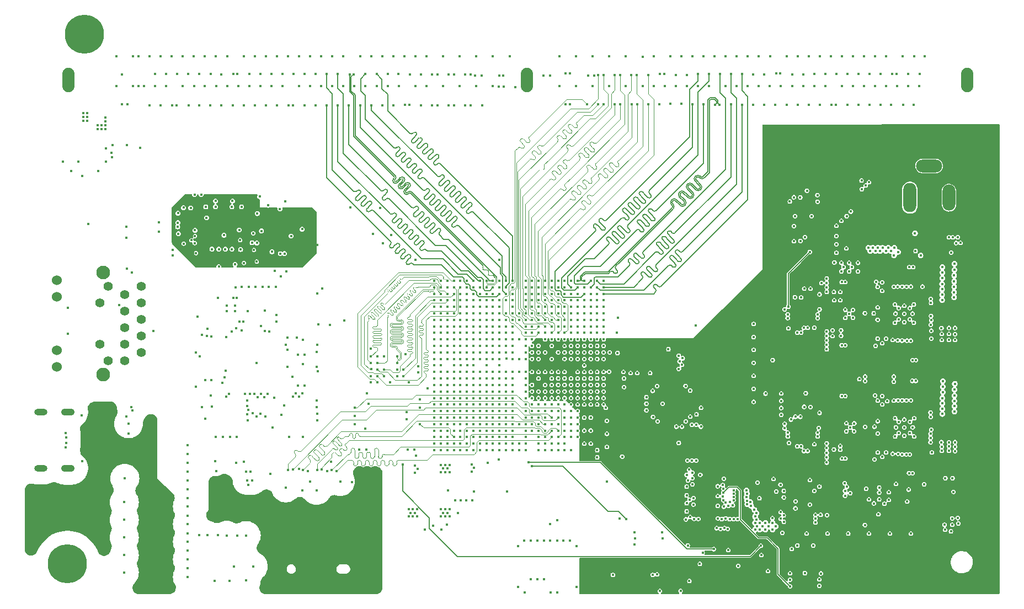
<source format=gbr>
G04 #@! TF.GenerationSoftware,KiCad,Pcbnew,7.0.11-rc3*
G04 #@! TF.CreationDate,2024-11-10T09:22:11+01:00*
G04 #@! TF.ProjectId,sodimm-ddr5-tester,736f6469-6d6d-42d6-9464-72352d746573,1.2.0*
G04 #@! TF.SameCoordinates,Original*
G04 #@! TF.FileFunction,Copper,L7,Inr*
G04 #@! TF.FilePolarity,Positive*
%FSLAX46Y46*%
G04 Gerber Fmt 4.6, Leading zero omitted, Abs format (unit mm)*
G04 Created by KiCad (PCBNEW 7.0.11-rc3) date 2024-11-10 09:22:11*
%MOMM*%
%LPD*%
G01*
G04 APERTURE LIST*
G04 #@! TA.AperFunction,ComponentPad*
%ADD10C,1.397000*%
G04 #@! TD*
G04 #@! TA.AperFunction,ComponentPad*
%ADD11C,1.524000*%
G04 #@! TD*
G04 #@! TA.AperFunction,ComponentPad*
%ADD12C,2.100000*%
G04 #@! TD*
G04 #@! TA.AperFunction,ComponentPad*
%ADD13C,2.108200*%
G04 #@! TD*
G04 #@! TA.AperFunction,ComponentPad*
%ADD14O,1.875000X3.750000*%
G04 #@! TD*
G04 #@! TA.AperFunction,ComponentPad*
%ADD15C,6.000000*%
G04 #@! TD*
G04 #@! TA.AperFunction,ComponentPad*
%ADD16O,2.100000X1.050000*%
G04 #@! TD*
G04 #@! TA.AperFunction,ComponentPad*
%ADD17O,2.000000X1.000000*%
G04 #@! TD*
G04 #@! TA.AperFunction,ComponentPad*
%ADD18O,2.000000X4.500000*%
G04 #@! TD*
G04 #@! TA.AperFunction,ComponentPad*
%ADD19O,4.000000X1.990000*%
G04 #@! TD*
G04 #@! TA.AperFunction,ComponentPad*
%ADD20O,2.000000X4.000000*%
G04 #@! TD*
G04 #@! TA.AperFunction,ViaPad*
%ADD21C,0.450000*%
G04 #@! TD*
G04 #@! TA.AperFunction,Conductor*
%ADD22C,0.148000*%
G04 #@! TD*
G04 #@! TA.AperFunction,Conductor*
%ADD23C,0.150000*%
G04 #@! TD*
G04 #@! TA.AperFunction,Conductor*
%ADD24C,0.130000*%
G04 #@! TD*
G04 #@! TA.AperFunction,Conductor*
%ADD25C,0.100000*%
G04 #@! TD*
G04 APERTURE END LIST*
D10*
X80912700Y-162662487D03*
X78373700Y-163931487D03*
X80912700Y-165201487D03*
X78373700Y-166471487D03*
X80912700Y-167740487D03*
X78373700Y-169011487D03*
X80912700Y-170280487D03*
X78373700Y-171552487D03*
X80912700Y-172821487D03*
X78373700Y-174091487D03*
X75834700Y-162662487D03*
X74573700Y-165201487D03*
X74573700Y-171552487D03*
X75842700Y-174091487D03*
D11*
X67954700Y-161735487D03*
X67954700Y-164276487D03*
X67954700Y-172476487D03*
X67954700Y-175017487D03*
D12*
X75062700Y-160526487D03*
D13*
X75062700Y-176225487D03*
D14*
X69724501Y-131000000D03*
X140125501Y-131000000D03*
X207674501Y-131000000D03*
D15*
X72212200Y-123952000D03*
D16*
X69682400Y-181925800D03*
D17*
X65501400Y-181925800D03*
D16*
X69682400Y-190566800D03*
D17*
X65501400Y-190566800D03*
D15*
X69596000Y-205199800D03*
D18*
X198861400Y-149057600D03*
D19*
X201809400Y-144178600D03*
D20*
X204860400Y-149057600D03*
D21*
X88491829Y-150623157D03*
X98650000Y-156000000D03*
X100400501Y-150213149D03*
X78956400Y-185243949D03*
X134874000Y-127355600D03*
X72616600Y-137277600D03*
X187579000Y-154940000D03*
X165481000Y-127355600D03*
X108521500Y-127355600D03*
X179600000Y-166200000D03*
X131877001Y-175800500D03*
X204850000Y-169050000D03*
X144875001Y-170802500D03*
X145875001Y-163802500D03*
X115750001Y-180650000D03*
X105151000Y-179585000D03*
X193927000Y-183351000D03*
X139875001Y-173802501D03*
X115976400Y-194005200D03*
X123250501Y-196876000D03*
X147624800Y-131953000D03*
X196570500Y-165451500D03*
X152730200Y-127355600D03*
X90091329Y-148586000D03*
X195400000Y-180300000D03*
X132141800Y-130287800D03*
X146875001Y-166802501D03*
X73755899Y-184730800D03*
X100536501Y-169561500D03*
X141875001Y-175800500D03*
X147875001Y-177800500D03*
X195200000Y-170700000D03*
X85741829Y-157933157D03*
X160078501Y-177960999D03*
X137877001Y-183800500D03*
X94047244Y-166455000D03*
X101727000Y-127355600D03*
X167182800Y-127355600D03*
X138877001Y-170776000D03*
X193900000Y-165900000D03*
X171800501Y-195476000D03*
X142875001Y-164802500D03*
X177380900Y-127355600D03*
X90678000Y-127355600D03*
X137877001Y-177800500D03*
X98323400Y-127355600D03*
X179920900Y-127355600D03*
X195237100Y-127355600D03*
X90678000Y-131953000D03*
X91686501Y-170350000D03*
X194975000Y-196025000D03*
X129100000Y-195500000D03*
X127877001Y-172802500D03*
X189550000Y-166875000D03*
X106832400Y-127355600D03*
X196200000Y-170900000D03*
X72016600Y-136677600D03*
X197997500Y-185602500D03*
X197158001Y-185173000D03*
X81332002Y-131953000D03*
X135877001Y-166802500D03*
X183775000Y-151875000D03*
X172400501Y-198376000D03*
X147875001Y-181800500D03*
X189725000Y-184300000D03*
X107149200Y-202337800D03*
X149464600Y-130314000D03*
X203700000Y-186575000D03*
X145875001Y-183800500D03*
X145875001Y-185800500D03*
X87989200Y-197851000D03*
X177740501Y-198256000D03*
X109399200Y-191037800D03*
X166115501Y-182305000D03*
X119100000Y-177427500D03*
X173972001Y-131953000D03*
X141875001Y-173802500D03*
X113258600Y-192709800D03*
X181082000Y-153409001D03*
X182037107Y-182676000D03*
X102991975Y-149611025D03*
X184200000Y-186900000D03*
X105981344Y-177902328D03*
X139875001Y-171802500D03*
X77502097Y-165506950D03*
X170300501Y-192176000D03*
X163400000Y-186700000D03*
X149875001Y-165802500D03*
X171800501Y-194476000D03*
X110223300Y-131953000D03*
X148875001Y-176800500D03*
X134874000Y-131953000D03*
X191828201Y-131953000D03*
X180600000Y-183100000D03*
X148875001Y-171802500D03*
X194627000Y-180801000D03*
X170300501Y-196476000D03*
X118719600Y-131953000D03*
X75955899Y-181330800D03*
X154319800Y-198326200D03*
X133900501Y-174776000D03*
X197970500Y-168151500D03*
X75955899Y-182530800D03*
X95000000Y-164451500D03*
X187579000Y-153365200D03*
X198300000Y-188451000D03*
X182880000Y-179070000D03*
X128875501Y-174801000D03*
X132877001Y-178800500D03*
X116433600Y-154609800D03*
X177105000Y-206365600D03*
X199000000Y-162700000D03*
X201050000Y-193050000D03*
X101616501Y-167061000D03*
X102240501Y-157646000D03*
X140875001Y-173802500D03*
X83027301Y-131953000D03*
X73225899Y-189230800D03*
X113549200Y-202337800D03*
X128200501Y-196901000D03*
X141875002Y-171802500D03*
X172288200Y-127355600D03*
X122974100Y-127355600D03*
X125730000Y-199390000D03*
X196697500Y-184302500D03*
X192582800Y-146685000D03*
X92800501Y-159626000D03*
X136877001Y-180800500D03*
X193900000Y-167800000D03*
X96150000Y-157000000D03*
X193927000Y-185251000D03*
X144705200Y-209614800D03*
X121950501Y-196876000D03*
X129900501Y-174801000D03*
X122600501Y-196876000D03*
X205800000Y-187950000D03*
X71757900Y-186230800D03*
X121450000Y-173100000D03*
X71779400Y-182430800D03*
X155270200Y-131953000D03*
X87274400Y-131953000D03*
X95456500Y-197929600D03*
X91689501Y-177069000D03*
X181082000Y-155740998D03*
X99174300Y-131953000D03*
X119570500Y-127355600D03*
X160066400Y-206872200D03*
X97472500Y-131953000D03*
X136877001Y-176800500D03*
X189151064Y-151889264D03*
X171200501Y-195776000D03*
X166319200Y-131953000D03*
X101375251Y-160295500D03*
X97356500Y-193129600D03*
X159435500Y-182693000D03*
X157843001Y-131953000D03*
X106832400Y-131953000D03*
X191950000Y-199300000D03*
X95770700Y-131953000D03*
X171800501Y-194976000D03*
X136877001Y-169802500D03*
X176058800Y-203914600D03*
X148875001Y-182800499D03*
X199000000Y-200600000D03*
X102900501Y-157636000D03*
X101500000Y-200200000D03*
X173990000Y-127355600D03*
X193522600Y-131953000D03*
X102850000Y-180950000D03*
X196927402Y-131953000D03*
X107826000Y-180200000D03*
X88976200Y-127355600D03*
X175500501Y-192776000D03*
X171000501Y-196376000D03*
X145875001Y-182800500D03*
X198450000Y-195700000D03*
X129877001Y-168802500D03*
X87994500Y-187023000D03*
X204850000Y-169950000D03*
X89527244Y-167295000D03*
X194150000Y-194300000D03*
X164470501Y-183388001D03*
X194150000Y-193560000D03*
X126877001Y-180800500D03*
X100700000Y-191400000D03*
X181622700Y-127355600D03*
X117017800Y-131953000D03*
X198020501Y-184310500D03*
X111709200Y-198297800D03*
X103949200Y-202337800D03*
X88988900Y-131953000D03*
X191439800Y-146431000D03*
X148875001Y-180800500D03*
X92701564Y-200875321D03*
X164624801Y-131953000D03*
X168021000Y-131953000D03*
X115570000Y-179070000D03*
X147875001Y-172802500D03*
X204300000Y-192100000D03*
X94800000Y-156950000D03*
X78713900Y-140994299D03*
X150177500Y-127355600D03*
X145072100Y-127355600D03*
X149875001Y-182800500D03*
X93800000Y-156950000D03*
X199000000Y-171000000D03*
X159408500Y-206944900D03*
X134877001Y-173802500D03*
X159537400Y-131953000D03*
X197131001Y-165999000D03*
X86591829Y-154583157D03*
X104140000Y-198120000D03*
X103910501Y-154936000D03*
X179505000Y-198813000D03*
X123250501Y-197976000D03*
X175680302Y-131953000D03*
X72616600Y-136661600D03*
X197131001Y-167722000D03*
X169355502Y-196350000D03*
X121272300Y-127355600D03*
X147875001Y-169802500D03*
X157822900Y-127393700D03*
X85750501Y-157073149D03*
X107873800Y-163779200D03*
X115300001Y-184500000D03*
X191948000Y-166774000D03*
X87989200Y-205951000D03*
X128877001Y-165802500D03*
X174895500Y-176398500D03*
X147624800Y-127355600D03*
X195219101Y-131953000D03*
X204850000Y-186600000D03*
X72016600Y-137277600D03*
X140875001Y-170802500D03*
X103428800Y-127355600D03*
X87391829Y-150583157D03*
X145072100Y-131953000D03*
X203750000Y-170900000D03*
X83870800Y-127355600D03*
X111925100Y-127355600D03*
X198881001Y-183450000D03*
X191975000Y-184225000D03*
X184200000Y-169000000D03*
X107926000Y-183218000D03*
X139875001Y-176800500D03*
X142875001Y-172802500D03*
X183500000Y-196150000D03*
X203750000Y-187900000D03*
X198850000Y-188450000D03*
X190300000Y-184900000D03*
X116179600Y-127355600D03*
X137877002Y-175800500D03*
X135877001Y-187800500D03*
X140875001Y-172802500D03*
X144875001Y-181800501D03*
X166000000Y-168700000D03*
X159524700Y-127355600D03*
X186728100Y-127355600D03*
X187579000Y-156184600D03*
X203700000Y-169075000D03*
X193300000Y-166800000D03*
X200800000Y-162700000D03*
X144875001Y-172802500D03*
X91855500Y-197929600D03*
X154075001Y-167502500D03*
X127228600Y-127355600D03*
X138295400Y-132071998D03*
X78672200Y-159914000D03*
X90928157Y-152143165D03*
X205400000Y-192100000D03*
X197027000Y-180151000D03*
X151875001Y-177800500D03*
X135877002Y-177800500D03*
X181600000Y-202450600D03*
X136877001Y-171802500D03*
X115316000Y-131953000D03*
X184958299Y-207629800D03*
X189125000Y-184925000D03*
X72616600Y-136061600D03*
X166100000Y-183900000D03*
X203750000Y-169950000D03*
X202251001Y-188150000D03*
X105130600Y-131953000D03*
X132321300Y-131953000D03*
X89801564Y-200875321D03*
X170600501Y-195876000D03*
X190150000Y-166275000D03*
X122925501Y-197426000D03*
X154000000Y-172904000D03*
X183057000Y-147984002D03*
X74140899Y-191530800D03*
X79623701Y-131953000D03*
X118150501Y-173426000D03*
X152374503Y-185301000D03*
X170967400Y-203149200D03*
X203750000Y-187250000D03*
X193527000Y-179401000D03*
X189125000Y-183675000D03*
X142875001Y-175800500D03*
X200317100Y-131953000D03*
X183000000Y-200600000D03*
X163502000Y-174200000D03*
X172497800Y-205549600D03*
X204850000Y-187200000D03*
X156002501Y-175976000D03*
X148875001Y-162802500D03*
X150875002Y-179800500D03*
X140875001Y-175800500D03*
X122000000Y-177426500D03*
X205800000Y-170000000D03*
X145875001Y-184800500D03*
X196597500Y-185702500D03*
X152374503Y-183301000D03*
X160466400Y-209420200D03*
X128000000Y-194000000D03*
X122600501Y-197976000D03*
X78655899Y-182630800D03*
X87994500Y-189723000D03*
X129877000Y-179800500D03*
X187578400Y-157497600D03*
X147706700Y-208835298D03*
X105130600Y-127355600D03*
X87989200Y-203251000D03*
X127550501Y-198001000D03*
X145875001Y-175800500D03*
X120421400Y-131953000D03*
X184900000Y-184400000D03*
X100685200Y-202617299D03*
X202127000Y-184651000D03*
X96621600Y-127355600D03*
X95550501Y-164451000D03*
X160899499Y-201324800D03*
X194150000Y-195350000D03*
X183500000Y-192400000D03*
X126900501Y-198001000D03*
X196597500Y-182902500D03*
X106629200Y-198297800D03*
X171200501Y-198376000D03*
X188950000Y-166250000D03*
X131928228Y-194128228D03*
X146875001Y-187800500D03*
X148875001Y-173802501D03*
X197158001Y-183450000D03*
X170000501Y-198376000D03*
X196570500Y-168251500D03*
X97300000Y-181600000D03*
X133877001Y-170802500D03*
X145875001Y-186800500D03*
X150875001Y-187800501D03*
X182487502Y-131953000D03*
X131877000Y-164802500D03*
X143875001Y-171802500D03*
X127875501Y-197451000D03*
X161800000Y-172300000D03*
X124850000Y-178300000D03*
X114477800Y-127355600D03*
X174895500Y-174398500D03*
X184182801Y-131953000D03*
X205800000Y-169050000D03*
X201168000Y-127342900D03*
X130800000Y-195500000D03*
X197970500Y-165651500D03*
X127877001Y-162802500D03*
X102191829Y-150774400D03*
X153900000Y-169800000D03*
X92300000Y-149550000D03*
X150875001Y-188900501D03*
X202150000Y-170675000D03*
X108521500Y-131953000D03*
X90683501Y-177089000D03*
X180300000Y-186700000D03*
X199497500Y-185702500D03*
X139875001Y-186800501D03*
X73280899Y-192205800D03*
X124675900Y-131953000D03*
X191465200Y-147751800D03*
X89882344Y-173382328D03*
X100765200Y-194314762D03*
X204825000Y-170900000D03*
X177945999Y-192230502D03*
X199731899Y-157242600D03*
X108661200Y-162966400D03*
X91750000Y-156950000D03*
X174895500Y-172399500D03*
X151875001Y-179800500D03*
X175679100Y-127355600D03*
X141875001Y-178800500D03*
X100960501Y-157356000D03*
X169400501Y-198276000D03*
X169400000Y-194850000D03*
X170900501Y-199876000D03*
X150875001Y-168802500D03*
X189814200Y-151180800D03*
X194627000Y-188851000D03*
X183605107Y-181174500D03*
X142875001Y-185800500D03*
X75955899Y-183730800D03*
X170100000Y-194900000D03*
X80621000Y-209512600D03*
X135841200Y-158572200D03*
X143875001Y-167802500D03*
X92800000Y-156950000D03*
X204825000Y-187900000D03*
X150875002Y-175800500D03*
X137000501Y-194176000D03*
X166624000Y-205257400D03*
X198881001Y-185173000D03*
X196750000Y-193000000D03*
X129540000Y-197485000D03*
X172262800Y-131953000D03*
X189118901Y-156828600D03*
X82169000Y-127355600D03*
X183324500Y-127355600D03*
X94059829Y-165647157D03*
X91000000Y-170300000D03*
X143875001Y-178800500D03*
X199470500Y-165451500D03*
X165165502Y-178656000D03*
X125877001Y-177800500D03*
X165165501Y-182655000D03*
X165017901Y-207895699D03*
X132321300Y-127355600D03*
X138870501Y-183806000D03*
X193535300Y-127355600D03*
X125877001Y-166802500D03*
X192600000Y-200600000D03*
X145875001Y-176800500D03*
X103325501Y-172385000D03*
X174895500Y-178398500D03*
X177800000Y-173990000D03*
X188366400Y-152603200D03*
X87989200Y-195151000D03*
X198650000Y-193850000D03*
X147875001Y-179800500D03*
X199470500Y-168251500D03*
X89090501Y-148576000D03*
X135730501Y-189266000D03*
X171800501Y-193976000D03*
X193450000Y-189225000D03*
X151875001Y-175800500D03*
X170400501Y-199776000D03*
X179505000Y-195063000D03*
X153263499Y-206947898D03*
X94900000Y-149550000D03*
X107900000Y-200200000D03*
X93456500Y-197929600D03*
X97271658Y-166455157D03*
X170568401Y-131953000D03*
X100876100Y-131953000D03*
X198400000Y-171000000D03*
X152730200Y-131953000D03*
X139875001Y-178800500D03*
X132877001Y-167802500D03*
X124460000Y-200025000D03*
X85572600Y-127355600D03*
X145875001Y-178800500D03*
X128877001Y-186800500D03*
X182034000Y-149009001D03*
X140875001Y-168802500D03*
X84721700Y-131953000D03*
X112979200Y-150520400D03*
X170586400Y-127355600D03*
X174888000Y-170447000D03*
X138875501Y-173801000D03*
X98301000Y-179200000D03*
X97125000Y-180182000D03*
X180200000Y-169100000D03*
X121950501Y-197976000D03*
X93820501Y-175635000D03*
X105922344Y-173132328D03*
X105119366Y-190689034D03*
X130877001Y-182800500D03*
X86536829Y-151433157D03*
X126877001Y-169802499D03*
X169350000Y-193350000D03*
X193927000Y-180201000D03*
X122974100Y-131953000D03*
X93600000Y-154800000D03*
X79422200Y-160564000D03*
X73755899Y-186230800D03*
X193700000Y-161950000D03*
X137877002Y-162802500D03*
X87994500Y-192423000D03*
X148875001Y-178800500D03*
X94068900Y-131953000D03*
X136909706Y-173751688D03*
X190125000Y-167475000D03*
X87989200Y-200551000D03*
X161221201Y-131953000D03*
X127228600Y-131953000D03*
X198854001Y-167722000D03*
X131700000Y-195500000D03*
X127800000Y-199200000D03*
X183607608Y-163021999D03*
X127000000Y-200025000D03*
X190131700Y-127355600D03*
X147875001Y-175800500D03*
X182153608Y-164356694D03*
X111100000Y-200200000D03*
X112090200Y-167868600D03*
X148875001Y-186800501D03*
X188424601Y-131953000D03*
X180779201Y-131953000D03*
X117957600Y-156083000D03*
X151875001Y-161802500D03*
X147875001Y-185800500D03*
X97225000Y-183200000D03*
X186200000Y-200600000D03*
X179070000Y-131953000D03*
X120150501Y-175426000D03*
X105649200Y-193970501D03*
X99827658Y-166413157D03*
X160168501Y-183388001D03*
X131877001Y-185800500D03*
X193900000Y-162750000D03*
X133877001Y-181800500D03*
X192049400Y-147193000D03*
X205800000Y-170900000D03*
X152374503Y-187301000D03*
X194600000Y-171400000D03*
X190132902Y-131953000D03*
X97056500Y-197929600D03*
X166800000Y-184200000D03*
X169200501Y-199776000D03*
X202075000Y-182700000D03*
X170600501Y-198276000D03*
X129900000Y-195500000D03*
X127550501Y-196901000D03*
X140875001Y-177800500D03*
X174888000Y-168422000D03*
X193400000Y-184200000D03*
X151875001Y-171802500D03*
X102577900Y-131953000D03*
X171800501Y-198376000D03*
X103117344Y-171630157D03*
X127175501Y-197451000D03*
X92456500Y-191029600D03*
X197777100Y-127355600D03*
X193927000Y-188151000D03*
X92367100Y-127355600D03*
X111912400Y-131953000D03*
X196227000Y-188351000D03*
X130877001Y-161802500D03*
X137426700Y-127355600D03*
X141875001Y-172802500D03*
X179300000Y-200500000D03*
X95268501Y-166465000D03*
X198622701Y-131953000D03*
X95676663Y-200901600D03*
X197993501Y-166859500D03*
X194627000Y-179501000D03*
X117551200Y-150622000D03*
X137877001Y-170802500D03*
X147703701Y-202490300D03*
X202100000Y-167200000D03*
X138705700Y-202490300D03*
X145875001Y-180800500D03*
X162077400Y-127355600D03*
X135875501Y-174801000D03*
X142660000Y-130302500D03*
X188429900Y-127355600D03*
X189400000Y-200600000D03*
X137877001Y-172802500D03*
X194050000Y-197650000D03*
X193600000Y-171800000D03*
X125877001Y-187800500D03*
X143875002Y-173802500D03*
X75447900Y-141464800D03*
X128200501Y-198001000D03*
X134877001Y-163802500D03*
X168884600Y-127355600D03*
X198854001Y-165999000D03*
X126900501Y-196901000D03*
X94068900Y-127355600D03*
X205800000Y-187250000D03*
X87274400Y-127355600D03*
X185877200Y-131953000D03*
X71829400Y-189451800D03*
X79616300Y-127355600D03*
X140875001Y-179800500D03*
X174895500Y-180398500D03*
X110000000Y-189600000D03*
X91048501Y-169150000D03*
X128877001Y-176800500D03*
X202100000Y-165200000D03*
X163779200Y-127355600D03*
X104090000Y-176550000D03*
X199270500Y-166851500D03*
X155001500Y-178126000D03*
X150177500Y-131953000D03*
X193900000Y-170700000D03*
X119278400Y-154787600D03*
X138708700Y-208835300D03*
X122225501Y-197426000D03*
X163900000Y-184200000D03*
X143875001Y-176800500D03*
X159383500Y-178694000D03*
X155270200Y-127355600D03*
X177375601Y-131953000D03*
X163666400Y-209420200D03*
X185000000Y-166200000D03*
X151875001Y-172802500D03*
X185026300Y-127355600D03*
X199497500Y-182902500D03*
X100025200Y-127355600D03*
X109220000Y-198120000D03*
X149875001Y-171802500D03*
X110349200Y-202337800D03*
X127877001Y-183800500D03*
X193325000Y-195975000D03*
X110223300Y-127355600D03*
X82767560Y-169509487D03*
X105587800Y-153875000D03*
X129768600Y-127355600D03*
X91750000Y-181150000D03*
X152200000Y-181300000D03*
X194600000Y-163350000D03*
X148875001Y-184800500D03*
X92379800Y-131953000D03*
X124675900Y-127355600D03*
X197000000Y-162700000D03*
X142875001Y-170802500D03*
X199297500Y-184302500D03*
X141875001Y-182800500D03*
X139706200Y-209614800D03*
X195227000Y-188151000D03*
X149875001Y-173802500D03*
X165400000Y-183900000D03*
X145875001Y-187800500D03*
X199027000Y-180151000D03*
X104700000Y-200200000D03*
X194600000Y-162050000D03*
X195800000Y-200600000D03*
X129768600Y-131953000D03*
X199478900Y-127355600D03*
X117881400Y-127355600D03*
X163000000Y-184200000D03*
X150875001Y-172802500D03*
X123649499Y-179980999D03*
X149875001Y-178800500D03*
X162929502Y-131953000D03*
X205191899Y-157472600D03*
X191833500Y-127355600D03*
X122961400Y-158572200D03*
X117265200Y-201887299D03*
X73204899Y-183081800D03*
X139875001Y-165802500D03*
X109855000Y-168554400D03*
X141875001Y-161802500D03*
X196670500Y-166851500D03*
X116150501Y-177426000D03*
X147875001Y-183800500D03*
X134877001Y-184800500D03*
X95300000Y-165600000D03*
X138875501Y-175801000D03*
X164432501Y-177960999D03*
X197997500Y-183102500D03*
X98559501Y-174386000D03*
X181225000Y-151875000D03*
X108077000Y-168529000D03*
X98704400Y-151485600D03*
X116100000Y-172200000D03*
X142875001Y-177800500D03*
X205550000Y-194200000D03*
X141875001Y-176800500D03*
X205800000Y-186575000D03*
X169800501Y-199876000D03*
X72016600Y-136077600D03*
X71217900Y-143524800D03*
X188950000Y-167500000D03*
X143705200Y-209614800D03*
X190325000Y-183700000D03*
X130877001Y-171802500D03*
X171700501Y-196276000D03*
X113614200Y-131953000D03*
X79555899Y-181730800D03*
X96600000Y-168037000D03*
X99300000Y-168750000D03*
X104962344Y-173122328D03*
X104775501Y-170530000D03*
X89300501Y-178096000D03*
X97150000Y-181002500D03*
X89300000Y-172800000D03*
X79405899Y-181180800D03*
X103325501Y-174980000D03*
X91600000Y-179400000D03*
X90252501Y-170111000D03*
X92256500Y-189529600D03*
X97600000Y-179200000D03*
X97153299Y-192432801D03*
X97656500Y-191129600D03*
X107851000Y-181168000D03*
X101675501Y-168033000D03*
X95959829Y-168036328D03*
X104982344Y-177905179D03*
X142875001Y-187800500D03*
X148875001Y-168802500D03*
X144875001Y-168802500D03*
X135877001Y-162802500D03*
X141875002Y-162802500D03*
X149875001Y-163802500D03*
X133877001Y-167802499D03*
X150875002Y-180800500D03*
X139876001Y-187800502D03*
X181066000Y-148984001D03*
X180425000Y-149650000D03*
X205700000Y-179400000D03*
X203900000Y-178050000D03*
X174500501Y-196376000D03*
X192770159Y-157229699D03*
X203800000Y-162300000D03*
X194270159Y-157229699D03*
X203850000Y-159700000D03*
X173900501Y-196076000D03*
X203900000Y-178900000D03*
X205650000Y-161000000D03*
X175300000Y-197450000D03*
X205650000Y-162750000D03*
X175400501Y-199476000D03*
X193970159Y-156729699D03*
X175000501Y-196976000D03*
X173800000Y-193976000D03*
X196478400Y-156722600D03*
X175100501Y-198976000D03*
X192470159Y-156729699D03*
X175100501Y-199976000D03*
X205700000Y-178500000D03*
X200503400Y-157922600D03*
X175800501Y-198976000D03*
X194670159Y-156729699D03*
X195178400Y-157222600D03*
X199641899Y-154502600D03*
X205700000Y-181050000D03*
X193170159Y-156729699D03*
X205700000Y-159200000D03*
X205700000Y-180250000D03*
X203850000Y-160550000D03*
X205650000Y-161900000D03*
X173850000Y-194476000D03*
X196428400Y-157922600D03*
X203850000Y-181450000D03*
X177800000Y-199000000D03*
X203800000Y-163950000D03*
X205650000Y-164350000D03*
X175800501Y-199976000D03*
X205650000Y-163550000D03*
X195928400Y-157222600D03*
X203800000Y-163100000D03*
X203800000Y-164750000D03*
X193570159Y-157229699D03*
X195528400Y-156722600D03*
X178300000Y-199500000D03*
X203850000Y-179800000D03*
X175285400Y-198475600D03*
X203900000Y-177200000D03*
X177800000Y-200000000D03*
X175100501Y-197976000D03*
X176200501Y-199476000D03*
X177200000Y-199476000D03*
X205750000Y-177600000D03*
X173800000Y-195000000D03*
X197078400Y-157372600D03*
X176700000Y-198976000D03*
X205700000Y-160100000D03*
X176700000Y-199976000D03*
X173850000Y-195550000D03*
X205700000Y-181850000D03*
X203850000Y-180600000D03*
X174400501Y-195776000D03*
X203850000Y-161400000D03*
X203850000Y-182250000D03*
X202028001Y-185940500D03*
X202068501Y-168572000D03*
X204241400Y-200025000D03*
X205421899Y-155147600D03*
X160849499Y-200399800D03*
X204190600Y-199237600D03*
X186156600Y-197764400D03*
X182727600Y-206679800D03*
X205333600Y-198272400D03*
X184958299Y-208629800D03*
X206273400Y-199059800D03*
X184988200Y-193395600D03*
X205333600Y-199263000D03*
X107901000Y-182250000D03*
X205951899Y-156012600D03*
X204825600Y-155143200D03*
X185166000Y-197739000D03*
X206628400Y-155997600D03*
X206222600Y-198196200D03*
X101070994Y-184301326D03*
X205155800Y-200253600D03*
X184025000Y-202450600D03*
X206203400Y-155122600D03*
X143666957Y-199165957D03*
X144703114Y-198532800D03*
X125877001Y-186800500D03*
X163400000Y-175332713D03*
X144875001Y-175800500D03*
X95575000Y-185775000D03*
X163900000Y-174700000D03*
X144875000Y-177800500D03*
X94525000Y-185775000D03*
X92300000Y-185775000D03*
X145875001Y-172802500D03*
X164000000Y-173700000D03*
X93422843Y-185773328D03*
X163400000Y-173300000D03*
X146875001Y-172802500D03*
X76473900Y-140944299D03*
X77927200Y-130111500D03*
X77927200Y-134708900D03*
X76373900Y-142844299D03*
X76341399Y-142206800D03*
X78778100Y-134721600D03*
X137877001Y-169802500D03*
X82169000Y-134899400D03*
X134877001Y-169802500D03*
X83870800Y-134899400D03*
X135877002Y-169802500D03*
X83032600Y-130098800D03*
X133877001Y-169802500D03*
X84734400Y-130098800D03*
X185184299Y-206729800D03*
X195650000Y-194250000D03*
X195650000Y-195450000D03*
X86436200Y-130098800D03*
X132877001Y-169802500D03*
X85675501Y-134899400D03*
X132877001Y-168802500D03*
X86325501Y-134899400D03*
X133877001Y-168802500D03*
X136877001Y-168802500D03*
X88169945Y-134868667D03*
X134877001Y-167802500D03*
X89814400Y-134874000D03*
X88138000Y-130098800D03*
X135877001Y-168802500D03*
X89814400Y-130098800D03*
X137877001Y-168802500D03*
X91516200Y-134874000D03*
X134877001Y-165802500D03*
X192175000Y-193725000D03*
X192600000Y-195350000D03*
X131877001Y-166802500D03*
X93218000Y-134874000D03*
X175768000Y-195199000D03*
X166700501Y-191576000D03*
X91541600Y-130098800D03*
X132877001Y-166802500D03*
X93218000Y-130124200D03*
X132877001Y-165802500D03*
X131877001Y-162802500D03*
X95025001Y-130074706D03*
X95675001Y-130074706D03*
X131877001Y-163802500D03*
X94919800Y-134874000D03*
X132877001Y-164802500D03*
X96647000Y-134874000D03*
X132877001Y-163802500D03*
X98323400Y-134874000D03*
X133877001Y-163802500D03*
X182592606Y-187926107D03*
X188973000Y-189099000D03*
X133877001Y-164802500D03*
X97485200Y-130073400D03*
X134877001Y-164802500D03*
X99187000Y-130073400D03*
X100025200Y-134899400D03*
X133877001Y-166802501D03*
X182179107Y-169762107D03*
X199800001Y-173974998D03*
X135877001Y-165802500D03*
X101727000Y-134899400D03*
X100863400Y-130098800D03*
X134877001Y-166802500D03*
X102590600Y-130098800D03*
X135877002Y-164802500D03*
X104292400Y-130098800D03*
X136877001Y-166802500D03*
X135877001Y-167802500D03*
X103525001Y-134899400D03*
X104175001Y-134899400D03*
X136877001Y-167802500D03*
X137877001Y-163802500D03*
X105994200Y-134899400D03*
X107670600Y-134899400D03*
X137877001Y-165802500D03*
X137877001Y-164802500D03*
X105968800Y-130098800D03*
X107670600Y-130098800D03*
X137876001Y-166801500D03*
X109372400Y-134899400D03*
X135877001Y-163802500D03*
X132877000Y-161802501D03*
X111074200Y-134899400D03*
X131877000Y-161802501D03*
X109372400Y-130098800D03*
X134877001Y-162802500D03*
X111074200Y-130098800D03*
X130877000Y-185800000D03*
X168757600Y-202996800D03*
X140318499Y-189702835D03*
X133877001Y-161802501D03*
X112874501Y-130111765D03*
X133877001Y-162802499D03*
X113524501Y-130111765D03*
X134877001Y-161802501D03*
X112776000Y-134899400D03*
X136877001Y-163802500D03*
X114503200Y-134899400D03*
X116205000Y-134899400D03*
X136877001Y-162802500D03*
X115316000Y-130098800D03*
X136877001Y-161802500D03*
X137877001Y-161802499D03*
X117017800Y-130098800D03*
X131877001Y-165802500D03*
X117906800Y-134899400D03*
X139875001Y-168802500D03*
X119557800Y-134899400D03*
X138876001Y-166802500D03*
X118745000Y-130098800D03*
X121374501Y-134803296D03*
X144875001Y-161802500D03*
X144875001Y-162802500D03*
X122024501Y-134803296D03*
X120396000Y-130098800D03*
X139875001Y-169802499D03*
X123825000Y-134874000D03*
X140875001Y-166802500D03*
X125526800Y-134861300D03*
X140875001Y-164802500D03*
X139875001Y-163802500D03*
X122123200Y-130175000D03*
X182179107Y-187201107D03*
X199273000Y-191324000D03*
X94800501Y-150458851D03*
X92300501Y-150458851D03*
X96300501Y-150458851D03*
X90800501Y-150458851D03*
X125526800Y-130175000D03*
X139875001Y-164802501D03*
X140875001Y-165802500D03*
X123825000Y-130175000D03*
X126377700Y-134861300D03*
X141875001Y-163802500D03*
X184677214Y-167541501D03*
X188938500Y-162000000D03*
X199326501Y-159699000D03*
X180100000Y-167536000D03*
X183176107Y-187926107D03*
X188423000Y-189099000D03*
X181595606Y-169762107D03*
X199250001Y-173974998D03*
X181595606Y-187201107D03*
X198723000Y-191324000D03*
X188388500Y-162000000D03*
X184677214Y-166958000D03*
X142875001Y-163802500D03*
X126377700Y-130175000D03*
X128079500Y-134861300D03*
X143875002Y-164802500D03*
X128066800Y-130175000D03*
X143875001Y-166802500D03*
X128930400Y-134861300D03*
X143875001Y-163802500D03*
X143875001Y-165802500D03*
X128930400Y-130175000D03*
X130632200Y-134861300D03*
X144875001Y-166802500D03*
X130619500Y-130175000D03*
X144875000Y-164802500D03*
X131483100Y-134861300D03*
X145875001Y-164802500D03*
X131470400Y-130175000D03*
X145875001Y-165802500D03*
X133184900Y-134861300D03*
X145875001Y-166802500D03*
X135800001Y-132029200D03*
X139875001Y-162802500D03*
X140875001Y-162802500D03*
X135850001Y-130327400D03*
X139875001Y-161802500D03*
X136500001Y-132029200D03*
X136450001Y-130327400D03*
X140875001Y-161802500D03*
X142875001Y-166802500D03*
X146049001Y-134706005D03*
X146049001Y-130010431D03*
X141875001Y-165802500D03*
X142875001Y-165802500D03*
X146649001Y-134706005D03*
X146649001Y-130010431D03*
X141875001Y-164802500D03*
X141875001Y-169802500D03*
X149326600Y-134696200D03*
X151028400Y-130187700D03*
X141875001Y-168802500D03*
X142875001Y-168802500D03*
X151028400Y-134696200D03*
X151879300Y-130187700D03*
X140875001Y-167802500D03*
X151879300Y-134696200D03*
X139875001Y-167802500D03*
X139875001Y-166802500D03*
X153581100Y-130187700D03*
X153581100Y-134683500D03*
X143875001Y-168802500D03*
X198776501Y-159699000D03*
X180100000Y-166952499D03*
X154419300Y-130187700D03*
X142875001Y-167802500D03*
X141875001Y-167802499D03*
X154419300Y-134683500D03*
X143875002Y-169802500D03*
X156121100Y-130187700D03*
X156133800Y-134683500D03*
X144875001Y-167802500D03*
X158686500Y-134683500D03*
X145875001Y-167802500D03*
X142875001Y-161802500D03*
X156972000Y-130187700D03*
X160375600Y-134696200D03*
X143875001Y-161802500D03*
X144875000Y-169802500D03*
X156984700Y-134683500D03*
X158673800Y-130187700D03*
X145875001Y-169802500D03*
X156591000Y-202293800D03*
X156600000Y-200425800D03*
X146705200Y-201710800D03*
X188200000Y-187750000D03*
X146875001Y-177800500D03*
X186100000Y-187500000D03*
X186100000Y-186750000D03*
X186100000Y-189700000D03*
X186100000Y-188200000D03*
X188200000Y-187150000D03*
X186100000Y-188900000D03*
X146875001Y-185800500D03*
X187200000Y-187700000D03*
X146875001Y-179800501D03*
X146875001Y-181800500D03*
X146875001Y-183800500D03*
X187200000Y-182075000D03*
X187800000Y-181700000D03*
X187800000Y-180900000D03*
X141875001Y-170802500D03*
X143875001Y-172802500D03*
X144875000Y-173802500D03*
X187200000Y-181400000D03*
X144875001Y-183800500D03*
X183946800Y-161721800D03*
X142875001Y-171802500D03*
X141875001Y-177800500D03*
X186175000Y-179725000D03*
X144875001Y-171802500D03*
X186900000Y-180800000D03*
X188325000Y-182050000D03*
X146875001Y-175800499D03*
X186175000Y-179000000D03*
X142875001Y-176800500D03*
X186175000Y-181150000D03*
X140875001Y-176800500D03*
X186175000Y-180450000D03*
X140875501Y-174801000D03*
X142875001Y-173802500D03*
X188325000Y-181300000D03*
X162077400Y-134670800D03*
X146875001Y-163802500D03*
X145875001Y-161802500D03*
X160475001Y-130068267D03*
X145875001Y-162802500D03*
X161125001Y-130068267D03*
X148875001Y-170802500D03*
X163779200Y-134670800D03*
X149875001Y-166802500D03*
X164630100Y-130187700D03*
X162915600Y-130187700D03*
X145875001Y-171802500D03*
X165481000Y-134696200D03*
X147875001Y-162802500D03*
X149875001Y-161802500D03*
X167182800Y-134747000D03*
X166319200Y-130073400D03*
X148875001Y-163802500D03*
X168021000Y-130073400D03*
X146875000Y-162802500D03*
X93300000Y-159200000D03*
X91279001Y-159200000D03*
X89228157Y-152243165D03*
X91375322Y-152846000D03*
X107873800Y-156286200D03*
X90911829Y-154803145D03*
X107467400Y-155981400D03*
X91527596Y-152134441D03*
X99296829Y-157328157D03*
X90911829Y-156313157D03*
X69672200Y-169964000D03*
X78956400Y-183743949D03*
X86500501Y-153513149D03*
X95300000Y-159300000D03*
X113650501Y-183850000D03*
X138900501Y-186776000D03*
X179100000Y-179100000D03*
X103099200Y-193587800D03*
X188300000Y-169400000D03*
X128877001Y-181800500D03*
X70176000Y-144967800D03*
X107799200Y-193979800D03*
X78309200Y-195801000D03*
X83616800Y-154305000D03*
X102350501Y-161126000D03*
X148875501Y-174801000D03*
X141875001Y-187800500D03*
X142875001Y-180800500D03*
X95950000Y-154000000D03*
X130900501Y-174776000D03*
X123100000Y-188674500D03*
X105670000Y-174630000D03*
X179649336Y-184453959D03*
X186100000Y-172300000D03*
X92173163Y-207895200D03*
X182635107Y-181154500D03*
X184674999Y-149675000D03*
X139875001Y-181800501D03*
X97002662Y-207819200D03*
X130877001Y-166802500D03*
X94462662Y-207839200D03*
X78309200Y-206601000D03*
X130877001Y-177800500D03*
X68877900Y-143524800D03*
X126877001Y-185800500D03*
X103200000Y-160400000D03*
X131877000Y-169802500D03*
X144875000Y-186800500D03*
X136877001Y-185800500D03*
X123400000Y-175900000D03*
X184997500Y-163882001D03*
X125877001Y-161802500D03*
X186100000Y-171625000D03*
X123400000Y-174900000D03*
X95097600Y-205638400D03*
X166800000Y-181300000D03*
X97200000Y-182300000D03*
X140875001Y-184800500D03*
X83641000Y-152831927D03*
X187000000Y-170300000D03*
X126877001Y-164802501D03*
X117150501Y-173426000D03*
X129877001Y-163802500D03*
X145875001Y-177800500D03*
X78309200Y-198501000D03*
X184665999Y-148650001D03*
X92700000Y-164451500D03*
X134100000Y-189774500D03*
X90250000Y-181200000D03*
X111455200Y-192608200D03*
X97911825Y-155961825D03*
X160900501Y-180676000D03*
X128877001Y-170802500D03*
X127877001Y-167802500D03*
X181285000Y-196735000D03*
X98087600Y-205628400D03*
X69672200Y-165989000D03*
X154875001Y-175800501D03*
X78309200Y-201201000D03*
X186100000Y-170275000D03*
X167055800Y-203581000D03*
X186100000Y-169600000D03*
X78309200Y-203901000D03*
X116150501Y-176426000D03*
X125877001Y-182800500D03*
X105680000Y-170880157D03*
X121650001Y-183100001D03*
X188300000Y-170250000D03*
X125875501Y-174801000D03*
X187000000Y-169400000D03*
X99085400Y-148869400D03*
X74266000Y-144977800D03*
X106849200Y-192637800D03*
X146875000Y-171802500D03*
X181300000Y-195650000D03*
X182637608Y-163012000D03*
X99350000Y-154150000D03*
X143875001Y-183800500D03*
X130877001Y-187800500D03*
X131900501Y-174776000D03*
X121650001Y-182000000D03*
X186100000Y-170950000D03*
X120150501Y-176426000D03*
X184997000Y-182084000D03*
X126875501Y-174801000D03*
X129877000Y-184800500D03*
X78389300Y-192133100D03*
X188200000Y-163525000D03*
X75416600Y-136761600D03*
X186100000Y-161475000D03*
X186100000Y-162150000D03*
X186100000Y-163500000D03*
X75416600Y-138561600D03*
X186100000Y-162825000D03*
X75416600Y-137361600D03*
X74216600Y-138561600D03*
X157000501Y-175976000D03*
X185300000Y-162150000D03*
X187200000Y-163525000D03*
X75416600Y-137961600D03*
X74816600Y-138561600D03*
X74200600Y-137961600D03*
X188200000Y-164800000D03*
X187225000Y-164800000D03*
X74800600Y-137961600D03*
X169722800Y-130086100D03*
X149875001Y-162802500D03*
X168975001Y-134778228D03*
X148875001Y-161802500D03*
X147875001Y-161802500D03*
X169625001Y-134778228D03*
X150875001Y-161802500D03*
X171411900Y-134747000D03*
X141875001Y-166802501D03*
X144875001Y-165802500D03*
X132877001Y-162802500D03*
X182050000Y-155700000D03*
X135877001Y-161802500D03*
X189525000Y-160375000D03*
X149875001Y-170802500D03*
X188675000Y-159700000D03*
X150875001Y-163802500D03*
X142875001Y-169802500D03*
X143875001Y-162802500D03*
X136877001Y-164802500D03*
X145875001Y-168802500D03*
X138877001Y-167802500D03*
X134877001Y-168802500D03*
X143625200Y-130302500D03*
X190900000Y-159050000D03*
X150429800Y-130314000D03*
X140875001Y-163802500D03*
X182750000Y-155100000D03*
X133107000Y-130287800D03*
X137877002Y-167802500D03*
X189525000Y-159050000D03*
X187275500Y-159000000D03*
X190900000Y-160375000D03*
X189925000Y-159700000D03*
X151875001Y-166802500D03*
X148875001Y-167802500D03*
X188350000Y-160375000D03*
X188350000Y-159050000D03*
X147875001Y-164802500D03*
X133877001Y-165802500D03*
X146875001Y-161802500D03*
X156650000Y-201325800D03*
X145705200Y-201710800D03*
X196381001Y-162722000D03*
X197018501Y-170959500D03*
X197045501Y-188360500D03*
X196395501Y-180210500D03*
X150875002Y-162802500D03*
X173126400Y-134785100D03*
X151875001Y-162802500D03*
X171424600Y-130073400D03*
X202020501Y-182035500D03*
X202043501Y-164584500D03*
X202131001Y-169472000D03*
X173126400Y-130086100D03*
X151875001Y-163802500D03*
X202020501Y-186585500D03*
X180458299Y-208703800D03*
X170230800Y-194335400D03*
X197662800Y-188468000D03*
X180458299Y-207679800D03*
X180458299Y-206703800D03*
X197662800Y-170992800D03*
X189725000Y-194400000D03*
X188875000Y-192875000D03*
X188900000Y-194050000D03*
X189200000Y-193425000D03*
X150875001Y-177800500D03*
X147875001Y-176800500D03*
X149875001Y-184800500D03*
X188900000Y-194800000D03*
X149875001Y-186800500D03*
X149875001Y-180800500D03*
X149875001Y-176800500D03*
X137877001Y-178800500D03*
X123300000Y-190700000D03*
X165400000Y-189400000D03*
X143875001Y-175800500D03*
X127875501Y-190626000D03*
X126900501Y-191176000D03*
X165500000Y-192100000D03*
X164600000Y-191600000D03*
X164500000Y-198425999D03*
X136877001Y-177800500D03*
X140875001Y-178800500D03*
X166050000Y-189400000D03*
X139875001Y-172802500D03*
X165150000Y-198076001D03*
X128200501Y-190076000D03*
X164600000Y-194750000D03*
X164800000Y-192450000D03*
X122900000Y-191250000D03*
X128200501Y-191176000D03*
X165750000Y-198350000D03*
X164700000Y-189400000D03*
X140875001Y-171802500D03*
X131650501Y-189976000D03*
X165000000Y-190800000D03*
X165650000Y-195150000D03*
X139875001Y-170802500D03*
X165500000Y-193050000D03*
X136877001Y-170802500D03*
X137877002Y-171802500D03*
X152400000Y-192600000D03*
X139875000Y-177800500D03*
X164600000Y-193400000D03*
X127550501Y-190076000D03*
X154700000Y-188800000D03*
X144875001Y-176800500D03*
X164600000Y-197200000D03*
X166400000Y-198350000D03*
X164600000Y-195950000D03*
X131650501Y-191076000D03*
X165650000Y-196150000D03*
X122900000Y-190150000D03*
X131975501Y-190526000D03*
X139875001Y-175800500D03*
X136877001Y-175800500D03*
X143875001Y-179800500D03*
X137877001Y-173802500D03*
X144875001Y-178800500D03*
X142875001Y-178800500D03*
X143875002Y-177800500D03*
X136877001Y-172802500D03*
X165050000Y-195450000D03*
X80692900Y-141414299D03*
X127175501Y-190626000D03*
X126900501Y-190076000D03*
X127550501Y-191176000D03*
X165500000Y-191250000D03*
X137877001Y-176800500D03*
X146875001Y-165802500D03*
X174802800Y-134823200D03*
X150875002Y-178800500D03*
X150875002Y-176800500D03*
X180100000Y-185700000D03*
X199773000Y-177172000D03*
X176530000Y-134823200D03*
X147875001Y-167802500D03*
X88014500Y-188373000D03*
X128877002Y-184800500D03*
X130877001Y-183800500D03*
X88014500Y-193773000D03*
X129877001Y-183800500D03*
X88014500Y-191073000D03*
X180100000Y-185116500D03*
X199223000Y-177172000D03*
X174828200Y-130124200D03*
X146875001Y-167802499D03*
X192000000Y-177200000D03*
X191100000Y-176900000D03*
X196400000Y-177300000D03*
X196400000Y-176500000D03*
X192000000Y-176500000D03*
X176707800Y-179120800D03*
X91051564Y-200875321D03*
X120995083Y-189975000D03*
X125857000Y-181801000D03*
X175996600Y-202463400D03*
X128905000Y-182800000D03*
X155307600Y-198373800D03*
X140868400Y-190246000D03*
X188942000Y-171701000D03*
X182592606Y-169037107D03*
X184677214Y-185705501D03*
X188948000Y-179498000D03*
X183176107Y-169037107D03*
X188392000Y-171701000D03*
X184677214Y-185122000D03*
X188398000Y-179498000D03*
X176530000Y-130124200D03*
X146875001Y-164802500D03*
X178324501Y-129982334D03*
X147875001Y-165802500D03*
X138876002Y-187800500D03*
X147875001Y-166802500D03*
X178974501Y-129982334D03*
X178206400Y-134823200D03*
X147875001Y-163802500D03*
X179933600Y-134823200D03*
X149875001Y-164802500D03*
X181635400Y-134823200D03*
X148875001Y-165802500D03*
X180797200Y-130124200D03*
X148875001Y-164802501D03*
X148875001Y-166802500D03*
X182473600Y-130124200D03*
X150875001Y-166802501D03*
X183311800Y-134823200D03*
X185039000Y-134823200D03*
X150875001Y-164802500D03*
X150875001Y-165802500D03*
X184200800Y-130098800D03*
X185877200Y-130098800D03*
X149875001Y-167802500D03*
X90700000Y-183007000D03*
X139700000Y-201701400D03*
X187579000Y-130098800D03*
X151875001Y-167802500D03*
X151875001Y-164802500D03*
X186824001Y-134833634D03*
X151875001Y-165802500D03*
X187474001Y-134833634D03*
X75477900Y-143524800D03*
X151875001Y-168802500D03*
X189255400Y-134797800D03*
X151875001Y-169802500D03*
X190957200Y-134797800D03*
X189255400Y-130098800D03*
X150875001Y-167802499D03*
X190982600Y-130098800D03*
X150875001Y-169802500D03*
X155000000Y-176800000D03*
X152800000Y-172806222D03*
X130877001Y-180800500D03*
X149875001Y-168802500D03*
X192659000Y-134797800D03*
X150875001Y-170802500D03*
X194360800Y-134797800D03*
X149875001Y-169802500D03*
X192684400Y-130098800D03*
X151875001Y-170802500D03*
X194386200Y-130098800D03*
X147875001Y-168802500D03*
X196175001Y-130083309D03*
X170226483Y-195472747D03*
X179100000Y-182375000D03*
X202020501Y-185285500D03*
X179112500Y-181325000D03*
X179100000Y-180225000D03*
X202125000Y-167850000D03*
X196825001Y-130083309D03*
X146875001Y-168802500D03*
X195986400Y-134797800D03*
X148875001Y-169802499D03*
X140697200Y-207609200D03*
X197688200Y-162712400D03*
X147875001Y-170802500D03*
X197789800Y-134797800D03*
X199466200Y-134797800D03*
X145875001Y-170802500D03*
X146875001Y-170802500D03*
X198628000Y-130098800D03*
X146875001Y-169802500D03*
X200329800Y-130098800D03*
X69355899Y-185830800D03*
X69334001Y-187378613D03*
X69336432Y-185133668D03*
X69355899Y-186660800D03*
X137877001Y-187800500D03*
X136877001Y-187800500D03*
X142875001Y-186800500D03*
X137877001Y-186800500D03*
X136877001Y-186800500D03*
X181279800Y-182676800D03*
X181203600Y-164338000D03*
X141697200Y-207609200D03*
X180187600Y-165785800D03*
X142697200Y-207609200D03*
X183489600Y-157378400D03*
X179654200Y-183769000D03*
X77089000Y-127355600D03*
X80467200Y-127355600D03*
X159001501Y-175976000D03*
X150875001Y-173802500D03*
X151875001Y-180800500D03*
X151875001Y-176800500D03*
X151875001Y-173802500D03*
X148875001Y-179800500D03*
X148875002Y-177800500D03*
X143875001Y-185800500D03*
X110899200Y-191037800D03*
X113650501Y-182580000D03*
X123649500Y-181251001D03*
X180712500Y-202963100D03*
X146875001Y-176800500D03*
X110149200Y-190837800D03*
X143875001Y-184800500D03*
X144875001Y-184800500D03*
X108599200Y-190787800D03*
X107899200Y-190887800D03*
X142875001Y-184800500D03*
X105699200Y-190837800D03*
X142875001Y-183800500D03*
X126877001Y-175800500D03*
X132877001Y-172802500D03*
X127877001Y-178800500D03*
X125877001Y-171802500D03*
X129877001Y-173802500D03*
X135877001Y-171802500D03*
X131877001Y-180800500D03*
X135877001Y-182800499D03*
X132877001Y-183800500D03*
X133877001Y-186800500D03*
X133877001Y-176800500D03*
X134877001Y-179800500D03*
X148875001Y-175800500D03*
X148875001Y-172802500D03*
X149875001Y-179800500D03*
X149875001Y-177800500D03*
X149875001Y-175800500D03*
X149875001Y-172802500D03*
X146875001Y-182800500D03*
X146875001Y-178800500D03*
X147875001Y-182800500D03*
X147875001Y-178800500D03*
X146888200Y-184810400D03*
X146875001Y-180800500D03*
X147878800Y-184810400D03*
X147875001Y-180800500D03*
X144875001Y-163802500D03*
X142875001Y-162802500D03*
X143875001Y-187800500D03*
X144875001Y-187800500D03*
X140875001Y-180800500D03*
X141875001Y-180800500D03*
X137877001Y-180800500D03*
X137877001Y-181800500D03*
X141875001Y-179800501D03*
X142875001Y-179800500D03*
X139875001Y-179800500D03*
X139875001Y-180800500D03*
X142875001Y-181800500D03*
X143875001Y-181800501D03*
X141875001Y-186800500D03*
X143875001Y-180800500D03*
X144875001Y-180800500D03*
X137877001Y-185800500D03*
X139875001Y-185800500D03*
X139875001Y-183800500D03*
X140875001Y-183800500D03*
X137877002Y-184800500D03*
X139875001Y-184800500D03*
X140875001Y-181800500D03*
X140875001Y-182800500D03*
X137877001Y-182800500D03*
X139875001Y-182800499D03*
X141875001Y-183800500D03*
X141875002Y-184800500D03*
X141875001Y-185800500D03*
X141875001Y-181800500D03*
X142875001Y-182800500D03*
X143875002Y-186800500D03*
X137877002Y-179800500D03*
X144875001Y-179800500D03*
X136877001Y-179800500D03*
X135877001Y-179800500D03*
X136877001Y-181800500D03*
X136877001Y-182800500D03*
X135877001Y-180800500D03*
X135877001Y-181800501D03*
X136877001Y-184800500D03*
X135877001Y-184800500D03*
X134877001Y-185800500D03*
X133877001Y-185800500D03*
X132877001Y-185800500D03*
X132877001Y-186800500D03*
X134877001Y-186800500D03*
X134877001Y-187800500D03*
X133877001Y-187800500D03*
X132877001Y-187800500D03*
X134877001Y-177800500D03*
X133877001Y-178800500D03*
X134877001Y-176800500D03*
X133877001Y-177800500D03*
X135877001Y-178800500D03*
X134877001Y-178800500D03*
X132877001Y-177800500D03*
X131877000Y-177800500D03*
X133877001Y-179800501D03*
X132877001Y-179800500D03*
X135877001Y-185800500D03*
X135877002Y-186800500D03*
X131877001Y-178800500D03*
X131877001Y-179800500D03*
X132877001Y-180800500D03*
X131877001Y-181800501D03*
X132877001Y-182800500D03*
X131877001Y-183800500D03*
X132877001Y-181800500D03*
X131877001Y-182800499D03*
X132877001Y-184800500D03*
X131877001Y-184800500D03*
X134877001Y-180800500D03*
X133877001Y-180800500D03*
X133877001Y-183800500D03*
X133877001Y-184800499D03*
X134877001Y-182800500D03*
X134877001Y-183800500D03*
X134877001Y-181800500D03*
X133877001Y-182800500D03*
X136877001Y-183800500D03*
X135877001Y-183800500D03*
X135877001Y-176800500D03*
X136877001Y-178800500D03*
X128877001Y-178800500D03*
X128877002Y-179800500D03*
X129877001Y-177800500D03*
X129877001Y-178800500D03*
X127877001Y-179800500D03*
X126877001Y-179800500D03*
X130877001Y-179800500D03*
X128877001Y-180800500D03*
X127877001Y-180800500D03*
X130877001Y-181800500D03*
X125877001Y-179800500D03*
X125877001Y-180800500D03*
X127877001Y-182800500D03*
X129877001Y-181800500D03*
X129877001Y-182800500D03*
X128877001Y-183800500D03*
X128877001Y-177800500D03*
X130877001Y-178800500D03*
X132877001Y-173802500D03*
X131877001Y-173802501D03*
X127877001Y-176800500D03*
X127877001Y-177800500D03*
X132877001Y-175800500D03*
X131877001Y-176800500D03*
X126877001Y-172802500D03*
X126877001Y-173802501D03*
X125877001Y-175800500D03*
X125877001Y-176800500D03*
X127877001Y-173802500D03*
X127877001Y-175800500D03*
X126877001Y-176800500D03*
X126877002Y-177800500D03*
X125877001Y-172802500D03*
X125877001Y-173802500D03*
X133877001Y-172802500D03*
X133877001Y-173802500D03*
X134877001Y-170802500D03*
X134877001Y-171802500D03*
X133877001Y-175800499D03*
X132877001Y-176800500D03*
X135877001Y-172802500D03*
X134877001Y-172802500D03*
X135877001Y-173802501D03*
X134877001Y-175800500D03*
X126877001Y-178800500D03*
X125877001Y-178800500D03*
X133877001Y-171802501D03*
X132877001Y-171802500D03*
X132877001Y-170802500D03*
X131877001Y-170802500D03*
X129877000Y-171802500D03*
X128877002Y-171802500D03*
X131877001Y-171802500D03*
X131877001Y-172802500D03*
X127877001Y-171802500D03*
X126877001Y-171802500D03*
X129877001Y-172802500D03*
X128877001Y-172802500D03*
X130877001Y-172802500D03*
X130877001Y-173802500D03*
X130877001Y-175800500D03*
X129877000Y-175800500D03*
X128877001Y-173802500D03*
X128877002Y-175800500D03*
X130877001Y-176800500D03*
X129877001Y-176800500D03*
X135877001Y-170802500D03*
X135877001Y-175800500D03*
X128877001Y-168802500D03*
X126877001Y-165802500D03*
X130877001Y-169802500D03*
X130877001Y-168802500D03*
X128877001Y-169802500D03*
X127877001Y-169802500D03*
X127877001Y-170802500D03*
X129877001Y-170802500D03*
X129877001Y-169802500D03*
X131877001Y-168802500D03*
X128877001Y-164802500D03*
X127877001Y-165802500D03*
X130877001Y-170802500D03*
X106449200Y-191037800D03*
X144881600Y-182803800D03*
X104149200Y-190787800D03*
X86512400Y-152882600D03*
X78613000Y-153517600D03*
X78613000Y-155244800D03*
X89154000Y-154051000D03*
X126877002Y-186800500D03*
X145875001Y-179800500D03*
X94005400Y-200888600D03*
X145875001Y-181800500D03*
X97002600Y-200914000D03*
X130877001Y-184800500D03*
X87989200Y-207251000D03*
X131877001Y-187800500D03*
X87989200Y-201851000D03*
X131877000Y-186800500D03*
X87989200Y-204551000D03*
X130877001Y-186800500D03*
X87989200Y-199151000D03*
X129877001Y-185800500D03*
X87989200Y-196451000D03*
X127877001Y-164802500D03*
X121150501Y-176426000D03*
X125877001Y-164802500D03*
X121150501Y-175426000D03*
X128877001Y-185800500D03*
X123649500Y-183790001D03*
X114375000Y-187700000D03*
X127877001Y-186800500D03*
X126877001Y-187800500D03*
X121774499Y-187700000D03*
X129877001Y-186800500D03*
X122850000Y-187700000D03*
X129877001Y-187800500D03*
X115450000Y-187700000D03*
X113650501Y-181310999D03*
X144875001Y-185800500D03*
X158415501Y-181672000D03*
X147875001Y-173802500D03*
X150875002Y-171802500D03*
X158415501Y-180675000D03*
X151875001Y-178800500D03*
X147875001Y-171802500D03*
X158415501Y-179675000D03*
X164769800Y-202438000D03*
X152704800Y-175742600D03*
X146875000Y-173803000D03*
X145875001Y-173802500D03*
X77089000Y-131902200D03*
X130877001Y-163802500D03*
X130877001Y-164802500D03*
X80467200Y-131902200D03*
X126877001Y-182800499D03*
X107955166Y-175724834D03*
X125877001Y-183800500D03*
X107810000Y-175020000D03*
X107800000Y-172760000D03*
X127877001Y-187800500D03*
X103310000Y-170540000D03*
X99849000Y-169549500D03*
X128877001Y-187800500D03*
X107880000Y-171630000D03*
X98800000Y-179700000D03*
X105645000Y-179085000D03*
X127877001Y-185800500D03*
X98000000Y-182150000D03*
X99300000Y-179200000D03*
X104651000Y-179085000D03*
X98600000Y-182625000D03*
X127877001Y-184800500D03*
X99800000Y-179700000D03*
X104157000Y-179585000D03*
X125877001Y-185800500D03*
X99225000Y-182225000D03*
X100300000Y-179200000D03*
X99925000Y-182625000D03*
X126877001Y-184800500D03*
X101300000Y-179750000D03*
X126877001Y-181800501D03*
X102400000Y-182400000D03*
X96641500Y-189544600D03*
X96325000Y-169425000D03*
X103449200Y-190887800D03*
X143881600Y-182803800D03*
X178350000Y-194150000D03*
X105737096Y-185772904D03*
X103562904Y-185757904D03*
X179005000Y-198313000D03*
X125877001Y-168802500D03*
X99500501Y-162726000D03*
X98450501Y-162726000D03*
X126877001Y-168802500D03*
X97417852Y-162719798D03*
X125877001Y-169802500D03*
X96350501Y-162776000D03*
X126877001Y-170802500D03*
X126877001Y-167802500D03*
X101600501Y-162726000D03*
X128877001Y-167802499D03*
X100500501Y-162751000D03*
X96091829Y-155568859D03*
X128877001Y-166802501D03*
X125877001Y-165802500D03*
X98635501Y-158861000D03*
X129877000Y-166802500D03*
X98100501Y-154523149D03*
X71856000Y-145720600D03*
X126877001Y-183800500D03*
X179000000Y-193100000D03*
X179005000Y-197314001D03*
X72745600Y-153060400D03*
X125877001Y-184800500D03*
X143875001Y-170802500D03*
X140875001Y-169802500D03*
X184353200Y-198297800D03*
X144708700Y-201702501D03*
X143641900Y-201702501D03*
X184353200Y-198907400D03*
X179505000Y-197812000D03*
X127877001Y-181800500D03*
X129877001Y-180800500D03*
X179505000Y-194062000D03*
X170230800Y-193725800D03*
X184353200Y-197747797D03*
X198348600Y-162712400D03*
X142697200Y-201701400D03*
X198323200Y-180162200D03*
X140697200Y-201701400D03*
X170154600Y-193141600D03*
X184200800Y-194056000D03*
X197688200Y-180162200D03*
X141697200Y-201701400D03*
X96801000Y-179200000D03*
X125877001Y-162802500D03*
X120150501Y-173426000D03*
X120150501Y-174426000D03*
X125877001Y-163802500D03*
X128877001Y-163802500D03*
X118150501Y-175426000D03*
X127877001Y-161802500D03*
X118150501Y-176426000D03*
X126877001Y-163802500D03*
X117150501Y-174426000D03*
X128877002Y-162802500D03*
X117150501Y-175426000D03*
X117149501Y-176427000D03*
X129877000Y-162802500D03*
X117150501Y-177427000D03*
X128877001Y-161802500D03*
X127877001Y-163802500D03*
X116150501Y-173426000D03*
X126877001Y-162802500D03*
X116150501Y-174426000D03*
X116201001Y-175376500D03*
X126877001Y-161802500D03*
X89320493Y-157546008D03*
X127877001Y-166802500D03*
X96675501Y-159076000D03*
X126877001Y-166802500D03*
X125877001Y-170802500D03*
X95400501Y-162801000D03*
X89154746Y-154957657D03*
X127877001Y-168802500D03*
X131877001Y-167802500D03*
X98210501Y-157076000D03*
X87435501Y-156111000D03*
X130877001Y-167802500D03*
X89125687Y-156035000D03*
X129877000Y-167802500D03*
X88591829Y-155568859D03*
X125877001Y-167802500D03*
X96956500Y-191104100D03*
X93950000Y-170450000D03*
X94400000Y-179150000D03*
X93700000Y-176650000D03*
X93900000Y-179550000D03*
X93350000Y-177450000D03*
X95456500Y-189729600D03*
X95450000Y-169050000D03*
X94750000Y-169600000D03*
X97956500Y-192429600D03*
X130877001Y-165802500D03*
X129877001Y-165802500D03*
X129877001Y-164802500D03*
X130877001Y-162802500D03*
X129877001Y-161802500D03*
D22*
X121637915Y-158826087D02*
X121706467Y-158757532D01*
X126974600Y-159359600D02*
X122732800Y-159359600D01*
X120645802Y-157272601D02*
X120645803Y-157272603D01*
X120789349Y-158401856D02*
X120789346Y-158401853D01*
X131400000Y-163000000D02*
X131400000Y-162580613D01*
X132400000Y-163900000D02*
X132400000Y-163600000D01*
X119160873Y-155787673D02*
X109372400Y-145999200D01*
X122130734Y-159181799D02*
X122062181Y-159250353D01*
X119797269Y-156424069D02*
X119516583Y-156704754D01*
X120221535Y-156848335D02*
X120502233Y-156567638D01*
X119940820Y-157553319D02*
X119940817Y-157553316D01*
X121918602Y-158545402D02*
X122199321Y-158264682D01*
X130400000Y-161900000D02*
X130400000Y-161500000D01*
X119940817Y-157129052D02*
X120221535Y-156848335D01*
X121070068Y-157696868D02*
X121350759Y-157416178D01*
X120926493Y-156991911D02*
X120645802Y-157272601D01*
X122199321Y-157840418D02*
X122199319Y-157840416D01*
X121706467Y-158757532D02*
X121918599Y-158545400D01*
X135877001Y-163802500D02*
X135429501Y-164250000D01*
X121350759Y-156991913D02*
X121350757Y-156991911D01*
X130800000Y-162300000D02*
X130400000Y-161900000D01*
X130150000Y-161250000D02*
X128865000Y-161250000D01*
X132050000Y-163250000D02*
X131650000Y-163250000D01*
X120502233Y-156143374D02*
X120502231Y-156143372D01*
X132400000Y-163600000D02*
X132050000Y-163250000D01*
X121918599Y-158545400D02*
X121918602Y-158545402D01*
X131119387Y-162300000D02*
X130800000Y-162300000D01*
X121350760Y-156991913D02*
X121350759Y-156991913D01*
X128865000Y-161250000D02*
X126974600Y-159359600D01*
X131400000Y-162580613D02*
X131119387Y-162300000D01*
X131650000Y-163250000D02*
X131400000Y-163000000D01*
X120077967Y-156143372D02*
X119797269Y-156424069D01*
X132750000Y-164250000D02*
X132400000Y-163900000D01*
X122732800Y-159359600D02*
X122555000Y-159181800D01*
X120645803Y-157272603D02*
X120365084Y-157553319D01*
X119092318Y-156280489D02*
X119160872Y-156211936D01*
X121494335Y-158121135D02*
X121213613Y-158401856D01*
X121775055Y-157840416D02*
X121494335Y-158121135D01*
X119160872Y-155787672D02*
X119160873Y-155787673D01*
X130400000Y-161500000D02*
X130150000Y-161250000D01*
X135429501Y-164250000D02*
X132750000Y-164250000D01*
X120789346Y-157977589D02*
X121070068Y-157696868D01*
X122130735Y-159181799D02*
X122130734Y-159181799D01*
X109372400Y-145999200D02*
X109372400Y-134899400D01*
X121637917Y-159250353D02*
X121637915Y-159250351D01*
X119092319Y-156704754D02*
X119092318Y-156704753D01*
X119092297Y-156280468D02*
G75*
G03*
X119092318Y-156704753I212103J-212132D01*
G01*
X119940834Y-157129069D02*
G75*
G03*
X119940818Y-157553315I212066J-212131D01*
G01*
X120502227Y-156567632D02*
G75*
G03*
X120502233Y-156143374I-212127J212132D01*
G01*
X120502230Y-156143373D02*
G75*
G03*
X120077968Y-156143373I-212131J-212131D01*
G01*
X121637896Y-158826068D02*
G75*
G03*
X121637915Y-159250351I212104J-212132D01*
G01*
X120789325Y-157977568D02*
G75*
G03*
X120789346Y-158401853I212175J-212132D01*
G01*
X120789350Y-158401855D02*
G75*
G03*
X121213612Y-158401855I212131J212131D01*
G01*
X122555033Y-159181767D02*
G75*
G03*
X122130735Y-159181799I-212133J-212133D01*
G01*
X119160868Y-156211932D02*
G75*
G03*
X119160872Y-155787672I-212168J212132D01*
G01*
X121637918Y-159250352D02*
G75*
G03*
X122062180Y-159250352I212131J212131D01*
G01*
X119940821Y-157553318D02*
G75*
G03*
X120365083Y-157553318I212131J212131D01*
G01*
X119092320Y-156704753D02*
G75*
G03*
X119516582Y-156704753I212131J212131D01*
G01*
X121350756Y-156991912D02*
G75*
G03*
X120926494Y-156991912I-212131J-212131D01*
G01*
X122199371Y-158264732D02*
G75*
G03*
X122199321Y-157840418I-212171J212132D01*
G01*
X121350713Y-157416132D02*
G75*
G03*
X121350759Y-156991914I-212113J212132D01*
G01*
X122199318Y-157840417D02*
G75*
G03*
X121775056Y-157840417I-212131J-212131D01*
G01*
X120421091Y-152329916D02*
X120170303Y-152580703D01*
X119572571Y-151481372D02*
X119533903Y-151520039D01*
X121018836Y-153429235D02*
X121018837Y-153429237D01*
X120845357Y-152329918D02*
X120845355Y-152329916D01*
X121192329Y-154528544D02*
X121192326Y-154528541D01*
X121693923Y-153178418D02*
X121693922Y-153178418D01*
X122889368Y-155801367D02*
X123140168Y-155550568D01*
X121192326Y-154104277D02*
X121443102Y-153853502D01*
X122889371Y-156225634D02*
X122889368Y-156225631D01*
X132877000Y-161802501D02*
X132602501Y-161802501D01*
X121693922Y-153178418D02*
X121693920Y-153178416D01*
X122040859Y-154952810D02*
X122291635Y-154702035D01*
X121867369Y-154277769D02*
X121616593Y-154528544D01*
X123988702Y-156399102D02*
X124239513Y-156148290D01*
X123776567Y-156611232D02*
X123988699Y-156399100D01*
X122291635Y-154702035D02*
X122542411Y-154451260D01*
X121018837Y-153429237D02*
X120768036Y-153680035D01*
X119109639Y-151520039D02*
X119109640Y-151520040D01*
X124200835Y-157035499D02*
X124200834Y-157035499D01*
X123737925Y-156649877D02*
X123776567Y-156611232D01*
X123564435Y-155974835D02*
X123313635Y-156225634D01*
X121269656Y-153178416D02*
X121018836Y-153429235D01*
X124239513Y-155724026D02*
X124239511Y-155724024D01*
X123815247Y-155724024D02*
X123564435Y-155974835D01*
X120170303Y-152580703D02*
X119919488Y-152831517D01*
X119996836Y-151481373D02*
X119996835Y-151481372D01*
X122715902Y-155126302D02*
X122465126Y-155377077D01*
X124866400Y-157276800D02*
X124625100Y-157035500D01*
X121443102Y-153853502D02*
X121693922Y-153602683D01*
X123737927Y-157074143D02*
X123737925Y-157074141D01*
X123140168Y-155550568D02*
X123390954Y-155299783D01*
X122118145Y-154026994D02*
X121867369Y-154277769D01*
X123988699Y-156399100D02*
X123988702Y-156399102D01*
X119495224Y-152831517D02*
X119495221Y-152831514D01*
X111074200Y-143484600D02*
X111074200Y-134899400D01*
X120343772Y-153680035D02*
X120343769Y-153680032D01*
X130023200Y-160300000D02*
X127000000Y-157276800D01*
X127000000Y-157276800D02*
X124866400Y-157276800D01*
X120343769Y-153255768D02*
X120594569Y-153004969D01*
X132602501Y-161802501D02*
X131100000Y-160300000D01*
X123390954Y-154875519D02*
X123390952Y-154875517D01*
X119495221Y-152407250D02*
X119746036Y-152156436D01*
X131100000Y-160300000D02*
X130023200Y-160300000D01*
X119746036Y-152156436D02*
X119996836Y-151905637D01*
X122542411Y-154026996D02*
X122542409Y-154026994D01*
X120594569Y-153004969D02*
X120845357Y-152754182D01*
X122966688Y-154875517D02*
X122715902Y-155126302D01*
X122040862Y-155377077D02*
X122040859Y-155377074D01*
X124200834Y-157035499D02*
X124162191Y-157074143D01*
X119109640Y-151520040D02*
X111074200Y-143484600D01*
X124239555Y-156148332D02*
G75*
G03*
X124239513Y-155724026I-212155J212132D01*
G01*
X124239510Y-155724025D02*
G75*
G03*
X123815248Y-155724025I-212131J-212131D01*
G01*
X123390951Y-154875518D02*
G75*
G03*
X122966689Y-154875518I-212131J-212131D01*
G01*
X120845354Y-152329917D02*
G75*
G03*
X120421092Y-152329917I-212131J-212131D01*
G01*
X122542383Y-154451232D02*
G75*
G03*
X122542411Y-154026996I-212083J212132D01*
G01*
X123737917Y-156649869D02*
G75*
G03*
X123737926Y-157074140I212183J-212131D01*
G01*
X121192330Y-154528543D02*
G75*
G03*
X121616592Y-154528543I212131J212131D01*
G01*
X123391003Y-155299832D02*
G75*
G03*
X123390954Y-154875519I-212203J212132D01*
G01*
X120343773Y-153680034D02*
G75*
G03*
X120768035Y-153680034I212131J212131D01*
G01*
X120845406Y-152754231D02*
G75*
G03*
X120845356Y-152329919I-212206J212131D01*
G01*
X119495225Y-152831516D02*
G75*
G03*
X119919487Y-152831516I212131J212131D01*
G01*
X119495239Y-152407268D02*
G75*
G03*
X119495221Y-152831514I212161J-212132D01*
G01*
X122542408Y-154026995D02*
G75*
G03*
X122118146Y-154026995I-212131J-212131D01*
G01*
X121693919Y-153178417D02*
G75*
G03*
X121269657Y-153178417I-212131J-212131D01*
G01*
X122889369Y-155801368D02*
G75*
G03*
X122889368Y-156225631I212131J-212132D01*
G01*
X121693971Y-153602732D02*
G75*
G03*
X121693922Y-153178419I-212171J212132D01*
G01*
X123737928Y-157074142D02*
G75*
G03*
X124162190Y-157074142I212131J212131D01*
G01*
X122040863Y-155377076D02*
G75*
G03*
X122465125Y-155377076I212131J212131D01*
G01*
X119996831Y-151905632D02*
G75*
G03*
X119996836Y-151481373I-212131J212132D01*
G01*
X122889372Y-156225633D02*
G75*
G03*
X123313634Y-156225633I212131J212131D01*
G01*
X121192317Y-154104268D02*
G75*
G03*
X121192326Y-154528541I212183J-212132D01*
G01*
X119109640Y-151520038D02*
G75*
G03*
X119533902Y-151520038I212131J212131D01*
G01*
X119996834Y-151481373D02*
G75*
G03*
X119572572Y-151481373I-212131J-212131D01*
G01*
X124625133Y-157035467D02*
G75*
G03*
X124200835Y-157035499I-212133J-212133D01*
G01*
X120343769Y-153255768D02*
G75*
G03*
X120343769Y-153680032I212131J-212132D01*
G01*
X122040817Y-154952768D02*
G75*
G03*
X122040859Y-155377074I212183J-212132D01*
G01*
X115556192Y-151133478D02*
X115556190Y-151133476D01*
X115342091Y-148801981D02*
X115342089Y-148801979D01*
X110236000Y-144754600D02*
X110236000Y-133070600D01*
X131877000Y-161802501D02*
X130824499Y-160750000D01*
X113539939Y-148058539D02*
X110236000Y-144754600D01*
X129482600Y-160750000D02*
X127177800Y-158445200D01*
X114600603Y-149119203D02*
X114283405Y-149436398D01*
X115449135Y-149967735D02*
X115131938Y-150284931D01*
X114493494Y-147953513D02*
X114493493Y-147953512D01*
X113859138Y-149012131D02*
X114176335Y-148694935D01*
X116085535Y-151028399D02*
X116085534Y-151028399D01*
X123926600Y-158445200D02*
X116509800Y-151028400D01*
X113859141Y-149436398D02*
X113859138Y-149436395D01*
X114707674Y-150284931D02*
X114707671Y-150284928D01*
X127177800Y-158445200D02*
X123926600Y-158445200D01*
X115766307Y-149650564D02*
X115449135Y-149967735D01*
X114917825Y-148801979D02*
X114600602Y-149119201D01*
X115342091Y-148801982D02*
X115342091Y-148801981D01*
X115873399Y-150392000D02*
X115873402Y-150392002D01*
X109372400Y-132207000D02*
X109372400Y-130098800D01*
X114176335Y-148694935D02*
X114493494Y-148377777D01*
X114600602Y-149119201D02*
X114600603Y-149119203D01*
X116190573Y-149650566D02*
X116190571Y-149650564D01*
X116085534Y-151028399D02*
X115980456Y-151133478D01*
X130824499Y-160750000D02*
X129482600Y-160750000D01*
X114069229Y-147953512D02*
X113964202Y-148058538D01*
X115661267Y-150604132D02*
X115873399Y-150392000D01*
X115873402Y-150392002D02*
X116190573Y-150074830D01*
X115024868Y-149543468D02*
X115342091Y-149226246D01*
X110236000Y-133070600D02*
X109372400Y-132207000D01*
X114707671Y-149860664D02*
X115024868Y-149543468D01*
X113539938Y-148058538D02*
X113539939Y-148058539D01*
X115556190Y-150709212D02*
X115661267Y-150604132D01*
X116509833Y-151028367D02*
G75*
G03*
X116085535Y-151028399I-212133J-212133D01*
G01*
X115556146Y-150709168D02*
G75*
G03*
X115556190Y-151133476I212154J-212132D01*
G01*
X114707675Y-149860668D02*
G75*
G03*
X114707671Y-150284928I212125J-212132D01*
G01*
X115342088Y-148801980D02*
G75*
G03*
X114917826Y-148801980I-212131J-212131D01*
G01*
X115342077Y-149226232D02*
G75*
G03*
X115342091Y-148801982I-212077J212132D01*
G01*
X113859142Y-149436397D02*
G75*
G03*
X114283404Y-149436397I212131J212131D01*
G01*
X113539939Y-148058537D02*
G75*
G03*
X113964201Y-148058537I212131J212131D01*
G01*
X116190570Y-149650565D02*
G75*
G03*
X115766308Y-149650565I-212131J-212131D01*
G01*
X113859175Y-149012168D02*
G75*
G03*
X113859138Y-149436395I212125J-212132D01*
G01*
X116190575Y-150074832D02*
G75*
G03*
X116190573Y-149650566I-212175J212132D01*
G01*
X114707675Y-150284930D02*
G75*
G03*
X115131937Y-150284930I212131J212131D01*
G01*
X115556193Y-151133477D02*
G75*
G03*
X115980455Y-151133477I212131J212131D01*
G01*
X114493492Y-147953513D02*
G75*
G03*
X114069230Y-147953513I-212131J-212131D01*
G01*
X114493449Y-148377732D02*
G75*
G03*
X114493494Y-147953513I-212049J212132D01*
G01*
X134877001Y-162802500D02*
X134389501Y-163290000D01*
X133400000Y-163030000D02*
X133400000Y-161612500D01*
X118498535Y-149224999D02*
X118498534Y-149224999D01*
X118617635Y-147833104D02*
X118617634Y-147833103D01*
X117955160Y-149344110D02*
X117955158Y-149344108D01*
X127662400Y-156362400D02*
X126060200Y-156362400D01*
X111074200Y-132232400D02*
X111074200Y-130098800D01*
X111912400Y-133070600D02*
X111074200Y-132232400D01*
X117650004Y-147952204D02*
X117650005Y-147952205D01*
X134389501Y-163290000D02*
X133660000Y-163290000D01*
X118074267Y-148800732D02*
X118286399Y-148588600D01*
X133400000Y-161612500D02*
X133077500Y-161290000D01*
X133077500Y-161290000D02*
X132590000Y-161290000D01*
X126060200Y-156362400D02*
X118922800Y-149225000D01*
X118286399Y-148588600D02*
X118286402Y-148588602D01*
X133660000Y-163290000D02*
X133400000Y-163030000D01*
X117650005Y-147952205D02*
X111912400Y-142214600D01*
X118498534Y-149224999D02*
X118379424Y-149344110D01*
X117955158Y-148919844D02*
X118074267Y-148800732D01*
X132590000Y-161290000D02*
X127662400Y-156362400D01*
X118286402Y-148588602D02*
X118617635Y-148257368D01*
X111912400Y-142214600D02*
X111912400Y-133070600D01*
X118193370Y-147833103D02*
X118074268Y-147952204D01*
X117955182Y-148919868D02*
G75*
G03*
X117955158Y-149344108I212118J-212132D01*
G01*
X117650005Y-147952203D02*
G75*
G03*
X118074267Y-147952203I212131J212131D01*
G01*
X117955161Y-149344109D02*
G75*
G03*
X118379423Y-149344109I212131J212131D01*
G01*
X118617599Y-148257332D02*
G75*
G03*
X118617635Y-147833104I-212099J212132D01*
G01*
X118617633Y-147833104D02*
G75*
G03*
X118193371Y-147833104I-212131J-212131D01*
G01*
X118922833Y-149224967D02*
G75*
G03*
X118498535Y-149224999I-212133J-212133D01*
G01*
D23*
X151358600Y-189687200D02*
X164668200Y-202996800D01*
X140318499Y-189702835D02*
X140334134Y-189687200D01*
X140334134Y-189687200D02*
X151358600Y-189687200D01*
X164668200Y-202996800D02*
X168757600Y-202996800D01*
D24*
X119619453Y-146155526D02*
X119708657Y-146066321D01*
D25*
X135028300Y-162202500D02*
X135255000Y-161975800D01*
D24*
X119708656Y-145811763D02*
X113494200Y-139597306D01*
D25*
X135255000Y-161391600D02*
X135204200Y-161340800D01*
D24*
X134195206Y-160298312D02*
X134042218Y-160145324D01*
X120769317Y-146702718D02*
X120769319Y-146702719D01*
X121999688Y-148357352D02*
X121910522Y-148446519D01*
X133346731Y-159449836D02*
X133346731Y-159449837D01*
X120769319Y-146702719D02*
X121070638Y-146401399D01*
X121316552Y-148446519D02*
X121316550Y-148446517D01*
D25*
X135255000Y-161975800D02*
X135255000Y-161391600D01*
X133877001Y-162104501D02*
X133975000Y-162202500D01*
D24*
X133499774Y-160145323D02*
X133346730Y-159992279D01*
X120302627Y-146660291D02*
X120213425Y-146749496D01*
X121664625Y-146995354D02*
X121664624Y-146995354D01*
X113494200Y-139597306D02*
X113494200Y-133399706D01*
X121999688Y-148357353D02*
X121999688Y-148357352D01*
X120816078Y-146146840D02*
X120387481Y-146575440D01*
X121617849Y-147551249D02*
X121919184Y-147249913D01*
X120468015Y-147004021D02*
X120684464Y-146787571D01*
D25*
X135204200Y-161340800D02*
X135204200Y-161315400D01*
D24*
X133346730Y-159721059D02*
X133346731Y-159721059D01*
X120684464Y-146787571D02*
X120769317Y-146702718D01*
D25*
X134162866Y-162202500D02*
X135028300Y-162202500D01*
D24*
X121919184Y-146995355D02*
X121919183Y-146995354D01*
D25*
X133975000Y-162202500D02*
X134162866Y-162202500D01*
D24*
X121664624Y-146995354D02*
X121061986Y-147597992D01*
X133346731Y-159721059D02*
X133346730Y-159721057D01*
X120468016Y-147597992D02*
X120468015Y-147597991D01*
X135204200Y-161307306D02*
X134890747Y-160993853D01*
X120387481Y-146575440D02*
X120302627Y-146660291D01*
X121070638Y-146146841D02*
X121070637Y-146146840D01*
D25*
X133877001Y-161802501D02*
X133877001Y-162104501D01*
D24*
X121405715Y-147763379D02*
X121617847Y-147551247D01*
X119619452Y-146155527D02*
X119619453Y-146155526D01*
X133346731Y-159449837D02*
X122254248Y-148357353D01*
X121617847Y-147551247D02*
X121617849Y-147551249D01*
X133499775Y-160145325D02*
X133499774Y-160145323D01*
X133770997Y-160145323D02*
X133770996Y-160145323D01*
X119708657Y-145811763D02*
X119708656Y-145811763D01*
X120816079Y-146146840D02*
X120816078Y-146146840D01*
X113494200Y-133399706D02*
X112874501Y-132780007D01*
X133770996Y-160145323D02*
X133770996Y-160145324D01*
X121316548Y-147852547D02*
X121405715Y-147763379D01*
X134619472Y-160993852D02*
X134619471Y-160993853D01*
X135204200Y-161315400D02*
X135204200Y-161307306D01*
X112874501Y-132780007D02*
X112874501Y-130111765D01*
X134348195Y-160993853D02*
X134195206Y-160840864D01*
X120468017Y-147597993D02*
X120468016Y-147597992D01*
X119708615Y-146066279D02*
G75*
G03*
X119708657Y-145811763I-127215J127279D01*
G01*
X134042211Y-160145331D02*
G75*
G03*
X133770997Y-160145323I-135611J-135569D01*
G01*
X133346683Y-159721010D02*
G75*
G03*
X133346730Y-159449837I-135583J135610D01*
G01*
X120468009Y-147004015D02*
G75*
G03*
X120468015Y-147597991I296991J-296985D01*
G01*
X121070636Y-146146841D02*
G75*
G03*
X120816080Y-146146841I-127278J-127277D01*
G01*
X119619456Y-146749495D02*
G75*
G03*
X120213424Y-146749495I296984J296985D01*
G01*
X122254247Y-148357354D02*
G75*
G03*
X121999689Y-148357354I-127279J-127276D01*
G01*
X120468017Y-147597993D02*
G75*
G03*
X121061985Y-147597991I296983J296993D01*
G01*
X121919150Y-147249879D02*
G75*
G03*
X121919184Y-146995355I-127250J127279D01*
G01*
X133499790Y-160145310D02*
G75*
G03*
X133770996Y-160145324I135610J135610D01*
G01*
X121070618Y-146401379D02*
G75*
G03*
X121070638Y-146146841I-127218J127279D01*
G01*
X134195180Y-160569562D02*
G75*
G03*
X134195206Y-160840864I135620J-135638D01*
G01*
X121316553Y-148446518D02*
G75*
G03*
X121910521Y-148446518I296984J296985D01*
G01*
X134348196Y-160993852D02*
G75*
G03*
X134619470Y-160993852I135637J135641D01*
G01*
X119619443Y-146155518D02*
G75*
G03*
X119619456Y-146749495I296957J-296982D01*
G01*
X134195255Y-160569637D02*
G75*
G03*
X134195205Y-160298313I-135655J135637D01*
G01*
X121316517Y-147852516D02*
G75*
G03*
X121316550Y-148446517I296983J-296984D01*
G01*
X121919182Y-146995355D02*
G75*
G03*
X121664626Y-146995355I-127278J-127277D01*
G01*
X134890738Y-160993862D02*
G75*
G03*
X134619472Y-160993852I-135638J-135638D01*
G01*
X133346761Y-159721090D02*
G75*
G03*
X133346730Y-159992279I135539J-135610D01*
G01*
X121486255Y-148022253D02*
X121575420Y-147933087D01*
D25*
X134245714Y-162402500D02*
X135111142Y-162402500D01*
D24*
X130132052Y-155895747D02*
X122423951Y-148187646D01*
X135458200Y-161315400D02*
X135458200Y-161221894D01*
X119789160Y-146325230D02*
X119878362Y-146236027D01*
X120637720Y-147173729D02*
X120637721Y-147173727D01*
X119878362Y-145642057D02*
X119878362Y-145642059D01*
D25*
X135455000Y-162058642D02*
X135455000Y-161366200D01*
D24*
X120637721Y-147173727D02*
X121240344Y-146571105D01*
X113734200Y-139497894D02*
X113734200Y-133300294D01*
X113114502Y-130521764D02*
X113524501Y-130111765D01*
X121829983Y-148187647D02*
X121740817Y-148276814D01*
X120646373Y-145977134D02*
X120429906Y-146193600D01*
D25*
X133979000Y-162402498D02*
X134245712Y-162402498D01*
D24*
X120429906Y-146193600D02*
X120043719Y-146579790D01*
X121486258Y-148276815D02*
X121486257Y-148276813D01*
D25*
X135345621Y-162168021D02*
X135455000Y-162058642D01*
D24*
X121240344Y-145977135D02*
X121240343Y-145977134D01*
X120637722Y-147428288D02*
X120637723Y-147428288D01*
X113114502Y-132680596D02*
X113114502Y-130521764D01*
D25*
X133877001Y-162504497D02*
X133979000Y-162402498D01*
X135455000Y-161366200D02*
X135455000Y-161318600D01*
D24*
X121486257Y-148276813D02*
X121486255Y-148276811D01*
X113734200Y-133300294D02*
X113114502Y-132680596D01*
X122088890Y-146825649D02*
X122088889Y-146825648D01*
X121494919Y-146825648D02*
X121278436Y-147042130D01*
X135458200Y-161221894D02*
X130132052Y-155895747D01*
X121278436Y-147042130D02*
X120892281Y-147428287D01*
D25*
X135455000Y-161318600D02*
X135458200Y-161315400D01*
D24*
X119789158Y-146325231D02*
X119789160Y-146325230D01*
D25*
X134245712Y-162402498D02*
X134245714Y-162402500D01*
X133877001Y-162802499D02*
X133877001Y-162504497D01*
D24*
X121829981Y-148187648D02*
X121829983Y-148187647D01*
X121575420Y-147933087D02*
X122088890Y-147419619D01*
X119878362Y-145642059D02*
X113734200Y-139497894D01*
D25*
X135111142Y-162402500D02*
X135345621Y-162168021D01*
D24*
X120637723Y-147428288D02*
X120637722Y-147428287D01*
X119789162Y-146579789D02*
G75*
G03*
X120043718Y-146579789I127278J127277D01*
G01*
X120637713Y-147173722D02*
G75*
G03*
X120637722Y-147428287I127287J-127278D01*
G01*
X119789149Y-146325222D02*
G75*
G03*
X119789161Y-146579790I127251J-127278D01*
G01*
X122423983Y-148187614D02*
G75*
G03*
X121829982Y-148187649I-296983J-296986D01*
G01*
X121486221Y-148276852D02*
G75*
G03*
X121740817Y-148276814I127279J127352D01*
G01*
X120637722Y-147428288D02*
G75*
G03*
X120892280Y-147428286I127278J127288D01*
G01*
X121486223Y-148022221D02*
G75*
G03*
X121486255Y-148276811I127277J-127279D01*
G01*
X119878320Y-146235985D02*
G75*
G03*
X119878362Y-145642057I-296920J296985D01*
G01*
X121240324Y-146571085D02*
G75*
G03*
X121240344Y-145977135I-296924J296985D01*
G01*
X121240342Y-145977135D02*
G75*
G03*
X120646374Y-145977135I-296984J-296985D01*
G01*
X122088888Y-146825649D02*
G75*
G03*
X121494920Y-146825649I-296984J-296985D01*
G01*
X122088856Y-147419584D02*
G75*
G03*
X122088889Y-146825650I-296956J296984D01*
G01*
D22*
X128061372Y-155422600D02*
X127304800Y-155422600D01*
X122427138Y-150544938D02*
X122427139Y-150544939D01*
X123487802Y-151605602D02*
X123178287Y-151915116D01*
X126669800Y-154363335D02*
X126767152Y-154265982D01*
X123797289Y-151296116D02*
X123487802Y-151605602D01*
X134276001Y-161802501D02*
X134276001Y-161637229D01*
X122948724Y-150447617D02*
X122851402Y-150544938D01*
X124336335Y-152454135D02*
X124026862Y-152763607D01*
X134276001Y-161637229D02*
X128061372Y-155422600D01*
X122754023Y-151915116D02*
X122754020Y-151915113D01*
X123602595Y-152339340D02*
X123912068Y-152029868D01*
X125184868Y-153302668D02*
X124875388Y-153612147D01*
X122427139Y-150544939D02*
X112776000Y-140893800D01*
X125070116Y-152144623D02*
X125070114Y-152144621D01*
X123912068Y-152029868D02*
X124221555Y-151720382D01*
X124451121Y-153187880D02*
X124760601Y-152878401D01*
X122754020Y-151490849D02*
X123063535Y-151181335D01*
X124645850Y-152144621D02*
X124336335Y-152454135D01*
X123602598Y-152763607D02*
X123602595Y-152763604D01*
X125299619Y-154036448D02*
X125609134Y-153726934D01*
X126669799Y-154363335D02*
X126669800Y-154363335D01*
X124760601Y-152878401D02*
X125070116Y-152568887D01*
X126033401Y-154151200D02*
X126033402Y-154151202D01*
X127304800Y-155422600D02*
X126669800Y-154787600D01*
X126245533Y-153939068D02*
X126033401Y-154151200D01*
X125609134Y-153726934D02*
X125918621Y-153417448D01*
X124451124Y-153612147D02*
X124451121Y-153612144D01*
X123063535Y-151181335D02*
X123372989Y-150871882D01*
X125918621Y-152993184D02*
X125918619Y-152993182D01*
X126767152Y-153841718D02*
X126767150Y-153841716D01*
X134877001Y-161802501D02*
X134276001Y-161802501D01*
X112776000Y-140893800D02*
X112776000Y-134899400D01*
X125299622Y-154460715D02*
X125299619Y-154460712D01*
X126342886Y-153841716D02*
X126245533Y-153939068D01*
X125494355Y-152993182D02*
X125184868Y-153302668D01*
X124221555Y-151296118D02*
X124221553Y-151296116D01*
X123372989Y-150447618D02*
X123372988Y-150447617D01*
X126033402Y-154151202D02*
X125723886Y-154460715D01*
X125299639Y-154036468D02*
G75*
G03*
X125299619Y-154460712I212161J-212132D01*
G01*
X122754039Y-151490868D02*
G75*
G03*
X122754020Y-151915113I212161J-212132D01*
G01*
X122754024Y-151915115D02*
G75*
G03*
X123178286Y-151915115I212131J212131D01*
G01*
X125070113Y-152144622D02*
G75*
G03*
X124645851Y-152144622I-212131J-212131D01*
G01*
X125918618Y-152993183D02*
G75*
G03*
X125494356Y-152993183I-212131J-212131D01*
G01*
X125918604Y-153417431D02*
G75*
G03*
X125918620Y-152993185I-212104J212131D01*
G01*
X124451109Y-153187868D02*
G75*
G03*
X124451121Y-153612144I212191J-212132D01*
G01*
X126767202Y-154266032D02*
G75*
G03*
X126767152Y-153841718I-212202J212132D01*
G01*
X124221552Y-151296117D02*
G75*
G03*
X123797290Y-151296117I-212131J-212131D01*
G01*
X126767149Y-153841717D02*
G75*
G03*
X126342887Y-153841717I-212131J-212131D01*
G01*
X124451125Y-153612146D02*
G75*
G03*
X124875387Y-153612146I212131J212131D01*
G01*
X122427139Y-150544937D02*
G75*
G03*
X122851401Y-150544937I212131J212131D01*
G01*
X126669832Y-154363369D02*
G75*
G03*
X126669800Y-154787600I212068J-212131D01*
G01*
X124221605Y-151720432D02*
G75*
G03*
X124221555Y-151296118I-212205J212132D01*
G01*
X123372987Y-150447618D02*
G75*
G03*
X122948725Y-150447618I-212131J-212131D01*
G01*
X123602599Y-152763606D02*
G75*
G03*
X124026861Y-152763606I212131J212131D01*
G01*
X125299623Y-154460714D02*
G75*
G03*
X125723885Y-154460714I212131J212131D01*
G01*
X123602623Y-152339368D02*
G75*
G03*
X123602595Y-152763604I212077J-212132D01*
G01*
X123373038Y-150871931D02*
G75*
G03*
X123372988Y-150447619I-212138J212131D01*
G01*
X125070161Y-152568932D02*
G75*
G03*
X125070116Y-152144623I-212161J212132D01*
G01*
X136372600Y-161098823D02*
X136013251Y-160739474D01*
X136473450Y-163398950D02*
X136372600Y-163298100D01*
X125148703Y-148923103D02*
X124809079Y-149262726D01*
X125233376Y-150111231D02*
X125233373Y-150111228D01*
X128033898Y-151129107D02*
X127694302Y-151468702D01*
X125912565Y-148583510D02*
X125912563Y-148583508D01*
X126081906Y-150535497D02*
X126421502Y-150195902D01*
X136375501Y-163301000D02*
X136473450Y-163398950D01*
X128458164Y-151129109D02*
X128458162Y-151129107D01*
X128542835Y-152317235D02*
X128203239Y-152656830D01*
X125233373Y-149686964D02*
X125572969Y-149347369D01*
X128627507Y-153505363D02*
X128627505Y-153505361D01*
X129306721Y-151977618D02*
X129306719Y-151977616D01*
X136372600Y-163298100D02*
X136372600Y-161098823D01*
X127778975Y-152656830D02*
X127778972Y-152656827D01*
X126421502Y-150195902D02*
X126761123Y-149856282D01*
X114503200Y-138277600D02*
X114503200Y-134899400D01*
X136473450Y-163398950D02*
X136877001Y-163802500D01*
X128754967Y-152953632D02*
X128967099Y-152741500D01*
X125064004Y-147735005D02*
X125064003Y-147735004D01*
X136013251Y-159787651D02*
X129603500Y-153377900D01*
X126845769Y-150620169D02*
X126506173Y-150959764D01*
X127270035Y-151044435D02*
X127609603Y-150704868D01*
X126930411Y-151384058D02*
X127270035Y-151044435D01*
X129179234Y-153377899D02*
X129051771Y-153505363D01*
X128882455Y-151977616D02*
X128542835Y-152317235D01*
X126761123Y-149432018D02*
X126761121Y-149432016D01*
X126930414Y-151808325D02*
X126930411Y-151808322D01*
X124384815Y-149262726D02*
X124384812Y-149262723D01*
X127694302Y-151468702D02*
X127354678Y-151808325D01*
X125572969Y-149347369D02*
X125912565Y-149007774D01*
X125997236Y-149771636D02*
X125657640Y-150111231D01*
X124088040Y-147862440D02*
X114503200Y-138277600D01*
X124639739Y-147735004D02*
X124512303Y-147862439D01*
X124724436Y-148498836D02*
X125064004Y-148159269D01*
X129179235Y-153377899D02*
X129179234Y-153377899D01*
X125488299Y-148583508D02*
X125148703Y-148923103D01*
X127778972Y-152232563D02*
X128118568Y-151892968D01*
X126336857Y-149432016D02*
X125997236Y-149771636D01*
X128627505Y-153081097D02*
X128754967Y-152953632D01*
X127609603Y-150280604D02*
X127609601Y-150280602D01*
X136013251Y-160739474D02*
X136013251Y-159787651D01*
X128967102Y-152741502D02*
X129306721Y-152401882D01*
X126081909Y-150959764D02*
X126081906Y-150959761D01*
X128118568Y-151892968D02*
X128458164Y-151553373D01*
X127185337Y-150280602D02*
X126845769Y-150620169D01*
X124088039Y-147862439D02*
X124088040Y-147862440D01*
X128967099Y-152741500D02*
X128967102Y-152741502D01*
X124384812Y-148838459D02*
X124724436Y-148498836D01*
X124384816Y-149262725D02*
G75*
G03*
X124809078Y-149262725I212131J212131D01*
G01*
X128627476Y-153081068D02*
G75*
G03*
X128627505Y-153505361I212124J-212132D01*
G01*
X125063966Y-148159231D02*
G75*
G03*
X125064003Y-147735006I-212066J212131D01*
G01*
X128458123Y-151553332D02*
G75*
G03*
X128458164Y-151129109I-212123J212132D01*
G01*
X129306718Y-151977617D02*
G75*
G03*
X128882456Y-151977617I-212131J-212131D01*
G01*
X125233377Y-149686968D02*
G75*
G03*
X125233373Y-150111228I212123J-212132D01*
G01*
X127609600Y-150280603D02*
G75*
G03*
X127185338Y-150280603I-212131J-212131D01*
G01*
X126081877Y-150535468D02*
G75*
G03*
X126081906Y-150959761I212123J-212132D01*
G01*
X127778976Y-152656829D02*
G75*
G03*
X128203238Y-152656829I212131J212131D01*
G01*
X126930415Y-151808324D02*
G75*
G03*
X127354677Y-151808324I212131J212131D01*
G01*
X125064002Y-147735005D02*
G75*
G03*
X124639740Y-147735005I-212131J-212131D01*
G01*
X129603533Y-153377867D02*
G75*
G03*
X129179235Y-153377899I-212133J-212133D01*
G01*
X125912562Y-148583509D02*
G75*
G03*
X125488300Y-148583509I-212131J-212131D01*
G01*
X129306771Y-152401932D02*
G75*
G03*
X129306721Y-151977618I-212171J212132D01*
G01*
X128627508Y-153505362D02*
G75*
G03*
X129051770Y-153505362I212131J212131D01*
G01*
X125912523Y-149007732D02*
G75*
G03*
X125912565Y-148583510I-212123J212132D01*
G01*
X126930421Y-151384068D02*
G75*
G03*
X126930411Y-151808322I212079J-212132D01*
G01*
X126081910Y-150959763D02*
G75*
G03*
X126506172Y-150959763I212131J212131D01*
G01*
X126761120Y-149432017D02*
G75*
G03*
X126336858Y-149432017I-212131J-212131D01*
G01*
X127609566Y-150704831D02*
G75*
G03*
X127609602Y-150280605I-212066J212131D01*
G01*
X128458161Y-151129108D02*
G75*
G03*
X128033899Y-151129108I-212131J-212131D01*
G01*
X126761172Y-149856331D02*
G75*
G03*
X126761122Y-149432019I-212172J212131D01*
G01*
X127778977Y-152232568D02*
G75*
G03*
X127778972Y-152656827I212123J-212132D01*
G01*
X124088040Y-147862438D02*
G75*
G03*
X124512302Y-147862438I212131J212131D01*
G01*
X125233377Y-150111230D02*
G75*
G03*
X125657639Y-150111230I212131J212131D01*
G01*
X124384821Y-148838468D02*
G75*
G03*
X124384812Y-149262723I212079J-212132D01*
G01*
X127483972Y-148013035D02*
X127483969Y-148013032D01*
X126910385Y-145616758D02*
X126772903Y-145754239D01*
X129181001Y-149285868D02*
X129530635Y-148936235D01*
X126348639Y-145754239D02*
X126348640Y-145754240D01*
X136877001Y-162639799D02*
X137363200Y-162153600D01*
X126635402Y-146740269D02*
X126985036Y-146390636D01*
X126985036Y-146390636D02*
X127334650Y-146041023D01*
X130878103Y-151407167D02*
X130878101Y-151407165D01*
X127409303Y-146814903D02*
X127059669Y-147164536D01*
X128332505Y-148861568D02*
X128332502Y-148861565D01*
X130029568Y-150134367D02*
X130379168Y-149784768D01*
X131577328Y-149859411D02*
X131577326Y-149859409D01*
X128607463Y-147313810D02*
X128257836Y-147663436D01*
X128682102Y-148087702D02*
X129031729Y-147738076D01*
X131227702Y-150633302D02*
X131577328Y-150283675D01*
X130379168Y-149784768D02*
X130728768Y-149435169D01*
X126348640Y-145754240D02*
X116205000Y-135610600D01*
X128257836Y-147663436D02*
X127908236Y-148013035D01*
X127334650Y-145616759D02*
X127334649Y-145616758D01*
X136877001Y-162802500D02*
X136877001Y-162639799D01*
X126635405Y-147164536D02*
X126635402Y-147164533D01*
X131439835Y-151269699D02*
X131439834Y-151269699D01*
X130304502Y-149010903D02*
X129954902Y-149360502D01*
X129106369Y-148511969D02*
X128756769Y-148861568D01*
X131015567Y-150845432D02*
X131227699Y-150633300D01*
X129954902Y-149360502D02*
X129605268Y-149710135D01*
X137363200Y-162153600D02*
X137363200Y-156768800D01*
X129880221Y-148162386D02*
X129880219Y-148162384D01*
X129530635Y-148936235D02*
X129880221Y-148586650D01*
X131153062Y-149859409D02*
X130803435Y-150209035D01*
X131227699Y-150633300D02*
X131227702Y-150633302D01*
X116205000Y-135610600D02*
X116205000Y-134899400D01*
X131439834Y-151269699D02*
X131302367Y-151407167D01*
X128332502Y-148437301D02*
X128682102Y-148087702D01*
X130803435Y-150209035D02*
X130453835Y-150558634D01*
X130878101Y-150982901D02*
X131015567Y-150845432D01*
X127758910Y-146465297D02*
X127409303Y-146814903D01*
X129181004Y-149710135D02*
X129181001Y-149710132D01*
X130029571Y-150558634D02*
X130029568Y-150558631D01*
X127833569Y-147239169D02*
X128183176Y-146889563D01*
X137363200Y-156768800D02*
X131864100Y-151269700D01*
X129031729Y-147313812D02*
X129031727Y-147313810D01*
X130728768Y-149010905D02*
X130728766Y-149010903D01*
X128183176Y-146465299D02*
X128183174Y-146465297D01*
X127483969Y-147588768D02*
X127833569Y-147239169D01*
X129455955Y-148162384D02*
X129106369Y-148511969D01*
X131577325Y-149859410D02*
G75*
G03*
X131153063Y-149859410I-212131J-212131D01*
G01*
X130728765Y-149010904D02*
G75*
G03*
X130304503Y-149010904I-212131J-212131D01*
G01*
X130029572Y-150558633D02*
G75*
G03*
X130453834Y-150558633I212131J212131D01*
G01*
X128183145Y-146889532D02*
G75*
G03*
X128183176Y-146465299I-212145J212132D01*
G01*
X129181005Y-149710134D02*
G75*
G03*
X129605267Y-149710134I212131J212131D01*
G01*
X130878069Y-150982869D02*
G75*
G03*
X130878102Y-151407164I212131J-212131D01*
G01*
X127483973Y-148013034D02*
G75*
G03*
X127908235Y-148013034I212131J212131D01*
G01*
X131864133Y-151269667D02*
G75*
G03*
X131439835Y-151269699I-212133J-212133D01*
G01*
X127483969Y-147588768D02*
G75*
G03*
X127483969Y-148013032I212131J-212132D01*
G01*
X129031726Y-147313811D02*
G75*
G03*
X128607464Y-147313811I-212131J-212131D01*
G01*
X129181001Y-149285868D02*
G75*
G03*
X129181001Y-149710132I212099J-212132D01*
G01*
X126635406Y-147164535D02*
G75*
G03*
X127059668Y-147164535I212131J212131D01*
G01*
X129880203Y-148586632D02*
G75*
G03*
X129880221Y-148162386I-212103J212132D01*
G01*
X129031684Y-147738031D02*
G75*
G03*
X129031728Y-147313813I-212084J212131D01*
G01*
X130029569Y-150134368D02*
G75*
G03*
X130029568Y-150558631I212131J-212132D01*
G01*
X127334648Y-145616759D02*
G75*
G03*
X126910386Y-145616759I-212131J-212131D01*
G01*
X127334659Y-146041032D02*
G75*
G03*
X127334650Y-145616759I-212159J212132D01*
G01*
X126348640Y-145754238D02*
G75*
G03*
X126772902Y-145754238I212131J212131D01*
G01*
X130728731Y-149435132D02*
G75*
G03*
X130728768Y-149010905I-212131J212132D01*
G01*
X129880218Y-148162385D02*
G75*
G03*
X129455956Y-148162385I-212131J-212131D01*
G01*
X131577284Y-150283631D02*
G75*
G03*
X131577327Y-149859412I-212084J212131D01*
G01*
X130878104Y-151407166D02*
G75*
G03*
X131302366Y-151407166I212131J212131D01*
G01*
X128183173Y-146465298D02*
G75*
G03*
X127758911Y-146465298I-212131J-212131D01*
G01*
X128332469Y-148437268D02*
G75*
G03*
X128332502Y-148861565I212131J-212132D01*
G01*
X126635401Y-146740268D02*
G75*
G03*
X126635402Y-147164533I212099J-212132D01*
G01*
X128332506Y-148861567D02*
G75*
G03*
X128756768Y-148861567I212131J212131D01*
G01*
X120539955Y-141332320D02*
X120539954Y-141332320D01*
X123934105Y-144726434D02*
X123934103Y-144726432D01*
X115316000Y-137033000D02*
X115316000Y-133350000D01*
X136877001Y-161252500D02*
X136261251Y-160636750D01*
X120964240Y-142180833D02*
X120714036Y-142431036D01*
X114617500Y-130797300D02*
X115316000Y-130098800D01*
X123509839Y-144726432D02*
X123259635Y-144976635D01*
X136261251Y-160636750D02*
X136261251Y-157978251D01*
X119653371Y-141370371D02*
X115316000Y-137033000D01*
X123433733Y-145651069D02*
X123471767Y-145613032D01*
X122661282Y-143877923D02*
X122411102Y-144128102D01*
X120039580Y-142681227D02*
X120039577Y-142681224D01*
X123085548Y-143877925D02*
X123085546Y-143877923D01*
X119653372Y-141370371D02*
X119653371Y-141370371D01*
X121812723Y-143029416D02*
X121562569Y-143279569D01*
X120115689Y-141332319D02*
X120077636Y-141370371D01*
X123471767Y-145613032D02*
X123683899Y-145400900D01*
X120888137Y-143529736D02*
X120888134Y-143529733D01*
X122411102Y-144128102D02*
X122160946Y-144378257D01*
X123259635Y-144976635D02*
X123009443Y-145226826D01*
X121736681Y-144378258D02*
X121736682Y-144378258D01*
X123683899Y-145400900D02*
X123683902Y-145400902D01*
X121562569Y-143279569D02*
X121312401Y-143529736D01*
X123683902Y-145400902D02*
X123934105Y-145150698D01*
X122835368Y-144552368D02*
X123085548Y-144302189D01*
X120888134Y-143105469D02*
X121138302Y-142855302D01*
X121138302Y-142855302D02*
X121388506Y-142605099D01*
X136261251Y-157978251D02*
X124320300Y-146037300D01*
X123896034Y-146037299D02*
X123857999Y-146075335D01*
X121388506Y-142180835D02*
X121388504Y-142180833D01*
X121986833Y-143703834D02*
X121986836Y-143703836D01*
X122585179Y-145226826D02*
X122585176Y-145226823D01*
X114617500Y-132651500D02*
X114617500Y-130797300D01*
X136877001Y-161802500D02*
X136877001Y-161252500D01*
X123433735Y-146075335D02*
X123433733Y-146075333D01*
X121736679Y-143953991D02*
X121986833Y-143703834D01*
X121736682Y-144378258D02*
X121736679Y-144378255D01*
X120039577Y-142256960D02*
X120289769Y-142006769D01*
X122236989Y-143029418D02*
X122236987Y-143029416D01*
X121986836Y-143703836D02*
X122236989Y-143453682D01*
X122585176Y-144802559D02*
X122835368Y-144552368D01*
X120539954Y-141332320D02*
X120539953Y-141332319D01*
X120714036Y-142431036D02*
X120463844Y-142681227D01*
X123896035Y-146037299D02*
X123896034Y-146037299D01*
X120289769Y-142006769D02*
X120539954Y-141756585D01*
X115316000Y-133350000D02*
X114617500Y-132651500D01*
X123085591Y-144302232D02*
G75*
G03*
X123085548Y-143877925I-212191J212132D01*
G01*
X122585180Y-145226825D02*
G75*
G03*
X123009442Y-145226825I212131J212131D01*
G01*
X123085545Y-143877924D02*
G75*
G03*
X122661283Y-143877924I-212131J-212131D01*
G01*
X120888133Y-143105468D02*
G75*
G03*
X120888134Y-143529733I212167J-212132D01*
G01*
X120540002Y-141756633D02*
G75*
G03*
X120539955Y-141332320I-212202J212133D01*
G01*
X124320333Y-146037267D02*
G75*
G03*
X123896035Y-146037299I-212133J-212133D01*
G01*
X121388503Y-142180834D02*
G75*
G03*
X120964241Y-142180834I-212131J-212131D01*
G01*
X121736668Y-144378271D02*
G75*
G03*
X122160946Y-144378257I212132J212171D01*
G01*
X121736656Y-143953968D02*
G75*
G03*
X121736679Y-144378255I212144J-212132D01*
G01*
X123433732Y-145651068D02*
G75*
G03*
X123433733Y-146075333I212168J-212132D01*
G01*
X123934102Y-144726433D02*
G75*
G03*
X123509840Y-144726433I-212131J-212131D01*
G01*
X121388538Y-142605131D02*
G75*
G03*
X121388505Y-142180836I-212138J212131D01*
G01*
X123934138Y-145150731D02*
G75*
G03*
X123934104Y-144726435I-212138J212131D01*
G01*
X120039581Y-142681226D02*
G75*
G03*
X120463843Y-142681226I212131J212131D01*
G01*
X122585186Y-144802569D02*
G75*
G03*
X122585177Y-145226822I212114J-212131D01*
G01*
X122236986Y-143029417D02*
G75*
G03*
X121812724Y-143029417I-212131J-212131D01*
G01*
X120039586Y-142256969D02*
G75*
G03*
X120039578Y-142681223I212114J-212131D01*
G01*
X122237038Y-143453731D02*
G75*
G03*
X122236988Y-143029419I-212138J212131D01*
G01*
X123433736Y-146075334D02*
G75*
G03*
X123857998Y-146075334I212131J212131D01*
G01*
X120888138Y-143529735D02*
G75*
G03*
X121312400Y-143529735I212131J212131D01*
G01*
X119653373Y-141370370D02*
G75*
G03*
X120077635Y-141370370I212131J212131D01*
G01*
X120539952Y-141332320D02*
G75*
G03*
X120115690Y-141332320I-212131J-212131D01*
G01*
X122142572Y-139185972D02*
X122142573Y-139185973D01*
X125650882Y-141617391D02*
X125650880Y-141617389D01*
X125960967Y-143428632D02*
X126173099Y-143216500D01*
X117805200Y-132308600D02*
X117805200Y-130886200D01*
X124378083Y-140768856D02*
X124051769Y-141095169D01*
X126173099Y-143216500D02*
X126173102Y-143216502D01*
X117805200Y-130886200D02*
X117017800Y-130098800D01*
X125324568Y-142367968D02*
X125650882Y-142041655D01*
X125748835Y-142792235D02*
X125422528Y-143118541D01*
X137877001Y-154920401D02*
X126809500Y-143852900D01*
X124802349Y-140768858D02*
X124802347Y-140768856D01*
X123301195Y-140997208D02*
X123627502Y-140670902D01*
X123203236Y-140246635D02*
X123203237Y-140246637D01*
X124900302Y-141943702D02*
X124573960Y-142270043D01*
X122142573Y-139185973D02*
X118719600Y-135763000D01*
X124476035Y-141519435D02*
X124802349Y-141193122D01*
X122778969Y-139822369D02*
X123105283Y-139496056D01*
X118719600Y-133223000D02*
X117805200Y-132308600D01*
X126499443Y-142465896D02*
X126499441Y-142465894D01*
X125226616Y-141617389D02*
X124900302Y-141943702D01*
X124998264Y-143118541D02*
X124998261Y-143118538D01*
X122452672Y-140572935D02*
X122452669Y-140572932D01*
X126385235Y-143852899D02*
X126385234Y-143852899D01*
X125846796Y-143967074D02*
X125846794Y-143967072D01*
X123529563Y-139920309D02*
X123203236Y-140246635D01*
X123627502Y-140670902D02*
X123953829Y-140344576D01*
X124998261Y-142694274D02*
X125324568Y-142367968D01*
X122681018Y-139071791D02*
X122566836Y-139185972D01*
X126385234Y-143852899D02*
X126271060Y-143967074D01*
X137877001Y-161802499D02*
X137877001Y-154920401D01*
X125846794Y-143542808D02*
X125960967Y-143428632D01*
X124149696Y-142270043D02*
X124149693Y-142270040D01*
X124149693Y-141845776D02*
X124476035Y-141519435D01*
X118719600Y-135763000D02*
X118719600Y-133223000D01*
X126173102Y-143216502D02*
X126499443Y-142890160D01*
X123203237Y-140246637D02*
X122876936Y-140572935D01*
X123105283Y-139071792D02*
X123105282Y-139071791D01*
X122452669Y-140148668D02*
X122778969Y-139822369D01*
X123953829Y-139920311D02*
X123953827Y-139920309D01*
X126075177Y-142465894D02*
X125748835Y-142792235D01*
X123301198Y-141421475D02*
X123301195Y-141421472D01*
X124051769Y-141095169D02*
X123725462Y-141421475D01*
X123953829Y-139920312D02*
X123953829Y-139920311D01*
X122142573Y-139185971D02*
G75*
G03*
X122566835Y-139185971I212131J212131D01*
G01*
X126499440Y-142465895D02*
G75*
G03*
X126075178Y-142465895I-212131J-212131D01*
G01*
X125846797Y-143967073D02*
G75*
G03*
X126271059Y-143967073I212131J212131D01*
G01*
X124802346Y-140768857D02*
G75*
G03*
X124378084Y-140768857I-212131J-212131D01*
G01*
X124998255Y-142694268D02*
G75*
G03*
X124998261Y-143118538I212145J-212132D01*
G01*
X122452673Y-140572934D02*
G75*
G03*
X122876935Y-140572934I212131J212131D01*
G01*
X122452669Y-140148668D02*
G75*
G03*
X122452669Y-140572932I212131J-212132D01*
G01*
X124998265Y-143118540D02*
G75*
G03*
X125422527Y-143118540I212131J212131D01*
G01*
X125846755Y-143542769D02*
G75*
G03*
X125846795Y-143967071I212145J-212131D01*
G01*
X123105259Y-139496032D02*
G75*
G03*
X123105283Y-139071792I-212059J212132D01*
G01*
X123953826Y-139920310D02*
G75*
G03*
X123529564Y-139920310I-212131J-212131D01*
G01*
X126809533Y-143852867D02*
G75*
G03*
X126385235Y-143852899I-212133J-212133D01*
G01*
X123301199Y-141421474D02*
G75*
G03*
X123725461Y-141421474I212131J212131D01*
G01*
X125650859Y-142041632D02*
G75*
G03*
X125650882Y-141617391I-212059J212132D01*
G01*
X123301155Y-140997168D02*
G75*
G03*
X123301195Y-141421472I212145J-212132D01*
G01*
X124149686Y-141845769D02*
G75*
G03*
X124149694Y-142270039I212114J-212131D01*
G01*
X123953784Y-140344531D02*
G75*
G03*
X123953828Y-139920313I-212084J212131D01*
G01*
X123105281Y-139071792D02*
G75*
G03*
X122681019Y-139071792I-212131J-212131D01*
G01*
X124149697Y-142270042D02*
G75*
G03*
X124573959Y-142270042I212131J212131D01*
G01*
X126499414Y-142890131D02*
G75*
G03*
X126499442Y-142465897I-212114J212131D01*
G01*
X125650879Y-141617390D02*
G75*
G03*
X125226617Y-141617390I-212131J-212131D01*
G01*
X124802359Y-141193132D02*
G75*
G03*
X124802349Y-140768858I-212159J212132D01*
G01*
D25*
X140463209Y-140134954D02*
X140431858Y-140103603D01*
X137409336Y-167584835D02*
X137091666Y-167267165D01*
X138252001Y-141859199D02*
X138734800Y-141376400D01*
X138252001Y-161957830D02*
X138252001Y-141859199D01*
X137252001Y-163957831D02*
X137252001Y-162647168D01*
X137727001Y-168302500D02*
X137409336Y-167984835D01*
X137992167Y-168302500D02*
X137727001Y-168302500D01*
X148564600Y-133934200D02*
X149326600Y-134696200D01*
X139552022Y-140072295D02*
X139795465Y-140315738D01*
X140431859Y-139679340D02*
X146177000Y-133934200D01*
X139250001Y-169925500D02*
X139250001Y-169560334D01*
X136721670Y-164177500D02*
X137032332Y-164177500D01*
X141401501Y-170276000D02*
X139600501Y-170276000D01*
X136400501Y-164498669D02*
X136721670Y-164177500D01*
X137091666Y-167267165D02*
X136809336Y-167267165D01*
X139583327Y-140952134D02*
X139127755Y-140496561D01*
X137252001Y-162647168D02*
X137721670Y-162177499D01*
X137409336Y-167984835D02*
X137409336Y-167584835D01*
X139159064Y-141376400D02*
X139190418Y-141407754D01*
X139250001Y-169560334D02*
X137992167Y-168302500D01*
X146177000Y-133934200D02*
X148564600Y-133934200D01*
X139795465Y-140315738D02*
X140038945Y-140559219D01*
X139614682Y-141407754D02*
X139614682Y-141407753D01*
X139127755Y-140072297D02*
X139127758Y-140072295D01*
X136400501Y-166858330D02*
X136400501Y-164498669D01*
X138032332Y-162177499D02*
X138252001Y-161957830D01*
X137721670Y-162177499D02*
X138032332Y-162177499D01*
X140431858Y-139679339D02*
X140431859Y-139679340D01*
X140463209Y-140559219D02*
X140463209Y-140559218D01*
X136809336Y-167267165D02*
X136400501Y-166858330D01*
X139600501Y-170276000D02*
X139250001Y-169925500D01*
X139127756Y-140072296D02*
X139127755Y-140072297D01*
X139614682Y-140983489D02*
X139583327Y-140952134D01*
X141875001Y-169802500D02*
X141401501Y-170276000D01*
X137032332Y-164177500D02*
X137252001Y-163957831D01*
X140463223Y-140559232D02*
G75*
G03*
X140463209Y-140134954I-212123J212132D01*
G01*
X139614660Y-141407731D02*
G75*
G03*
X139614681Y-140983490I-212060J212131D01*
G01*
X139127727Y-140072267D02*
G75*
G03*
X139127755Y-140496561I212173J-212133D01*
G01*
X139552021Y-140072296D02*
G75*
G03*
X139127759Y-140072296I-212131J-212131D01*
G01*
X140038946Y-140559218D02*
G75*
G03*
X140463208Y-140559218I212131J212131D01*
G01*
X140431887Y-139679368D02*
G75*
G03*
X140431858Y-140103603I212113J-212132D01*
G01*
X139159063Y-141376401D02*
G75*
G03*
X138734801Y-141376401I-212131J-212131D01*
G01*
X139190419Y-141407753D02*
G75*
G03*
X139614681Y-141407753I212131J212131D01*
G01*
X138277001Y-167502500D02*
X138050501Y-167276000D01*
X137452001Y-163447170D02*
X137721671Y-163177500D01*
X137721671Y-163177500D02*
X138032333Y-163177500D01*
X138452001Y-143716599D02*
X146786600Y-135382000D01*
X137818170Y-167276000D02*
X137400501Y-166858331D01*
X137400501Y-166858331D02*
X137400501Y-164092174D01*
X138452001Y-162757832D02*
X138452001Y-143716599D01*
X137400501Y-164092174D02*
X137452001Y-164040674D01*
X138677001Y-168302500D02*
X138477001Y-168302500D01*
X138277001Y-168102500D02*
X138277001Y-167502500D01*
X146786600Y-135382000D02*
X149555200Y-135382000D01*
X138032333Y-163177500D02*
X138452001Y-162757832D01*
X138477001Y-168302500D02*
X138277001Y-168102500D01*
X151028400Y-133908800D02*
X151028400Y-130187700D01*
X139650501Y-169276000D02*
X138677001Y-168302500D01*
X141401501Y-169276000D02*
X139650501Y-169276000D01*
X141875001Y-168802500D02*
X141401501Y-169276000D01*
X149555200Y-135382000D02*
X151028400Y-133908800D01*
X138050501Y-167276000D02*
X137818170Y-167276000D01*
X137452001Y-164040674D02*
X137452001Y-163447170D01*
X141342449Y-142736655D02*
X141342448Y-142736655D01*
X149809200Y-135915400D02*
X151028400Y-134696200D01*
X139377001Y-167702500D02*
X139377001Y-168102500D01*
X138652001Y-161048700D02*
X138652001Y-145040599D01*
X141804487Y-141115144D02*
X141842266Y-141077366D01*
X140953371Y-141955923D02*
X140985984Y-141923311D01*
X141573465Y-142119138D02*
X141769310Y-142314984D01*
X138677001Y-167302500D02*
X138977001Y-167302500D01*
X142193574Y-141890718D02*
X142193574Y-141890719D01*
X142193574Y-141890719D02*
X141804486Y-141501630D01*
X138652001Y-162840674D02*
X138300501Y-163192174D01*
X140953370Y-141955924D02*
X140953371Y-141955923D01*
X142228751Y-141077367D02*
X142228752Y-141077365D01*
X141804486Y-141115146D02*
X141804487Y-141115144D01*
X142615236Y-141077366D02*
X147777200Y-135915400D01*
X138652001Y-161048700D02*
X138652001Y-162840674D01*
X138300501Y-163192174D02*
X138300501Y-166926000D01*
X141285808Y-143179800D02*
X141285809Y-143179800D01*
X141285809Y-143179800D02*
X141342448Y-143123160D01*
X141342448Y-142736655D02*
X140953371Y-142347577D01*
X142161003Y-142314984D02*
X142193574Y-142282412D01*
X139677001Y-168402500D02*
X142475001Y-168402500D01*
X142161004Y-142314984D02*
X142161003Y-142314984D01*
X142475001Y-168402500D02*
X142875001Y-168802500D01*
X147777200Y-135915400D02*
X149809200Y-135915400D01*
X139377001Y-168102500D02*
X139677001Y-168402500D01*
X138652001Y-145040599D02*
X140512800Y-143179800D01*
X138977001Y-167302500D02*
X139377001Y-167702500D01*
X142615237Y-141077366D02*
X142615236Y-141077366D01*
X141377638Y-141923311D02*
X141573465Y-142119138D01*
X138300501Y-166926000D02*
X138677001Y-167302500D01*
X141342441Y-143123153D02*
G75*
G03*
X141342449Y-142736655I-193241J193253D01*
G01*
X141769311Y-142314983D02*
G75*
G03*
X142161003Y-142314983I195846J195848D01*
G01*
X142228743Y-141077375D02*
G75*
G03*
X141842266Y-141077366I-193243J-193225D01*
G01*
X140899305Y-143179799D02*
G75*
G03*
X141285807Y-143179799I193251J193250D01*
G01*
X142228758Y-141077359D02*
G75*
G03*
X142615236Y-141077365I193242J193259D01*
G01*
X141377638Y-141923311D02*
G75*
G03*
X140985984Y-141923311I-195827J-195831D01*
G01*
X142193609Y-142282447D02*
G75*
G03*
X142193574Y-141890718I-195909J195847D01*
G01*
X141804498Y-141115158D02*
G75*
G03*
X141804486Y-141501630I193202J-193242D01*
G01*
X140899303Y-143179801D02*
G75*
G03*
X140512801Y-143179801I-193251J-193250D01*
G01*
X140953321Y-141955875D02*
G75*
G03*
X140953372Y-142347576I195879J-195825D01*
G01*
X151879300Y-132435600D02*
X151879300Y-130187700D01*
X139794670Y-167252500D02*
X139500001Y-166957831D01*
X139500001Y-166957831D02*
X139500001Y-166444658D01*
X142733697Y-144279536D02*
X142733697Y-144279535D01*
X142607468Y-144703800D02*
X142733697Y-144577570D01*
X152565100Y-133121400D02*
X151879300Y-132435600D01*
X139052001Y-165996658D02*
X139052001Y-147663199D01*
X143448561Y-143266639D02*
X149758400Y-136956800D01*
X142733697Y-143981500D02*
X143448561Y-143266639D01*
X139951001Y-167252500D02*
X139794670Y-167252500D01*
X140875001Y-167802500D02*
X140501001Y-167802500D01*
X142733696Y-143981500D02*
X142733697Y-143981500D01*
X149758400Y-136956800D02*
X150571200Y-136956800D01*
X139052001Y-147663199D02*
X142011400Y-144703800D01*
X140501001Y-167802500D02*
X139951001Y-167252500D01*
X152565100Y-134962900D02*
X152565100Y-133121400D01*
X150571200Y-136956800D02*
X152565100Y-134962900D01*
X139500001Y-166444658D02*
X139052001Y-165996658D01*
X142607469Y-144703799D02*
X142607468Y-144703800D01*
X142309433Y-144703801D02*
G75*
G03*
X142011401Y-144703801I-149016J-149016D01*
G01*
X142309483Y-144703751D02*
G75*
G03*
X142607469Y-144703799I149017J148951D01*
G01*
X142733679Y-143981483D02*
G75*
G03*
X142733697Y-144279535I149021J-149017D01*
G01*
X142733743Y-144577616D02*
G75*
G03*
X142733696Y-144279537I-149043J149016D01*
G01*
X138852001Y-146339199D02*
X144792700Y-140398500D01*
X146701892Y-138489305D02*
X146498297Y-138285709D01*
X147752685Y-137843038D02*
X147752685Y-137843037D01*
X144792700Y-139589404D02*
X144822276Y-139559829D01*
X146039872Y-139965693D02*
X146056953Y-139948611D01*
X146922563Y-137861443D02*
X146922564Y-137861443D01*
X145226824Y-139559830D02*
X145632689Y-139965693D01*
X145226824Y-139559829D02*
X145226824Y-139559830D01*
X138700501Y-163075016D02*
X138852001Y-162923516D01*
X139875001Y-167802500D02*
X139300501Y-167228000D01*
X146905520Y-138692933D02*
X146701892Y-138489305D01*
X139300501Y-166602000D02*
X138700501Y-166002000D01*
X146888510Y-139117198D02*
X146905520Y-139100187D01*
X144792701Y-139589403D02*
X144792700Y-139589404D01*
X146056953Y-139541427D02*
X146056953Y-139541428D01*
X146074003Y-138709944D02*
X146277631Y-138913572D01*
X146498296Y-137878514D02*
X146498298Y-137878513D01*
X138700501Y-166002000D02*
X138700501Y-163075016D01*
X146277631Y-138913572D02*
X146481256Y-139117198D01*
X148767800Y-136423400D02*
X150152100Y-136423400D01*
X146922564Y-137861443D02*
X147328422Y-138267302D01*
X145649736Y-138726956D02*
X145666749Y-138709944D01*
X138852001Y-162923516D02*
X138852001Y-146339199D01*
X150152100Y-136423400D02*
X151879300Y-134696200D01*
X147752685Y-137438512D02*
X148767800Y-136423400D01*
X146498298Y-137878513D02*
X146515368Y-137861444D01*
X146039872Y-139965694D02*
X146039872Y-139965693D01*
X147752684Y-137438512D02*
X147752685Y-137438512D01*
X147732946Y-138267302D02*
X147752685Y-138247562D01*
X139300501Y-167228000D02*
X139300501Y-166602000D01*
X146056953Y-139541428D02*
X145649736Y-139134210D01*
X146074003Y-138709944D02*
G75*
G03*
X145666749Y-138709944I-203627J-203627D01*
G01*
X146922597Y-137861409D02*
G75*
G03*
X146515368Y-137861444I-203597J-203591D01*
G01*
X146481256Y-139117198D02*
G75*
G03*
X146888510Y-139117198I203627J203627D01*
G01*
X147752711Y-137438539D02*
G75*
G03*
X147752686Y-137843036I202189J-202261D01*
G01*
X145226824Y-139559829D02*
G75*
G03*
X144822276Y-139559829I-202274J-202276D01*
G01*
X145649753Y-138726973D02*
G75*
G03*
X145649736Y-139134210I203647J-203627D01*
G01*
X144792723Y-139589425D02*
G75*
G03*
X144792700Y-139993952I202277J-202275D01*
G01*
X145632709Y-139965673D02*
G75*
G03*
X146039871Y-139965693I203591J203573D01*
G01*
X147752684Y-138247561D02*
G75*
G03*
X147752684Y-137843039I-202284J202261D01*
G01*
X146056934Y-139948592D02*
G75*
G03*
X146056953Y-139541427I-203534J203592D01*
G01*
X144792674Y-140398474D02*
G75*
G03*
X144792700Y-139993952I-202274J202274D01*
G01*
X146905560Y-139100227D02*
G75*
G03*
X146905520Y-138692933I-203660J203627D01*
G01*
X147328423Y-138267301D02*
G75*
G03*
X147732945Y-138267301I202261J202260D01*
G01*
X146498285Y-137878503D02*
G75*
G03*
X146498297Y-138285709I203615J-203597D01*
G01*
X139500501Y-165958331D02*
X139500501Y-163040701D01*
X139875001Y-166332831D02*
X139500501Y-165958331D01*
X146342100Y-141523636D02*
X146246722Y-141428258D01*
X146670988Y-141003993D02*
X146766367Y-141099372D01*
X139875001Y-166802500D02*
X139875001Y-166332831D01*
X139400501Y-148889499D02*
X146342100Y-141947900D01*
X147190630Y-141099371D02*
X153035000Y-135255000D01*
X153581100Y-132524500D02*
X153581100Y-130187700D01*
X153035000Y-135255000D02*
X153035000Y-133070600D01*
X139500501Y-163040701D02*
X139400501Y-162940701D01*
X147190631Y-141099372D02*
X147190630Y-141099371D01*
X146246722Y-141003994D02*
X146246724Y-141003993D01*
X139400501Y-162940701D02*
X139400501Y-148889499D01*
X153035000Y-133070600D02*
X153581100Y-132524500D01*
X146342131Y-141947931D02*
G75*
G03*
X146342099Y-141523637I-212131J212131D01*
G01*
X146766368Y-141099371D02*
G75*
G03*
X147190630Y-141099371I212131J212131D01*
G01*
X146670987Y-141003994D02*
G75*
G03*
X146246725Y-141003994I-212131J-212131D01*
G01*
X146246697Y-141003969D02*
G75*
G03*
X146246723Y-141428257I212203J-212131D01*
G01*
X140250001Y-161425500D02*
X139825001Y-161000500D01*
X140250001Y-166990673D02*
X140250001Y-161425500D01*
X140636828Y-167377500D02*
X140250001Y-166990673D01*
X146562621Y-143302182D02*
X146562622Y-143302181D01*
X146139166Y-144139249D02*
X145726364Y-143726446D01*
X147180085Y-142684715D02*
X153581100Y-136283700D01*
X146139167Y-144139249D02*
X146139166Y-144139249D01*
X145726364Y-143314454D02*
X145738638Y-143302181D01*
X146128517Y-144563513D02*
X146128517Y-144563514D01*
X143875001Y-168802500D02*
X143275001Y-168202500D01*
X145279986Y-145412045D02*
X145290635Y-145401395D01*
X144028478Y-145009044D02*
X144028478Y-145009043D01*
X141675001Y-168202500D02*
X141250001Y-167777500D01*
X139825001Y-161000500D02*
X139825001Y-150039799D01*
X145301298Y-144149912D02*
X145301299Y-144149910D01*
X144422832Y-146265900D02*
X144441279Y-146247452D01*
X139825001Y-150039799D02*
X143598900Y-146265900D01*
X145726363Y-143314455D02*
X145726364Y-143314454D01*
X140980332Y-167377500D02*
X140636828Y-167377500D01*
X144452743Y-144998419D02*
X144452744Y-144998417D01*
X141250001Y-167777500D02*
X141250001Y-167647169D01*
X144877033Y-144160585D02*
X144877033Y-144160584D01*
X143275001Y-168202500D02*
X141675001Y-168202500D01*
X144235295Y-145629502D02*
X144028477Y-145422683D01*
X144422833Y-146265899D02*
X144422832Y-146265900D01*
X146128517Y-144563514D02*
X146139166Y-144552864D01*
X144877033Y-144160584D02*
X144887707Y-144149911D01*
X145279986Y-145412044D02*
X145279986Y-145412045D01*
X145301299Y-144149910D02*
X145714902Y-144563514D01*
X144441279Y-145835486D02*
X144235295Y-145629502D01*
X141250001Y-167647169D02*
X140980332Y-167377500D01*
X145290635Y-144987780D02*
X144877032Y-144574176D01*
X144452744Y-144998417D02*
X144866371Y-145412045D01*
X145290636Y-144987780D02*
X145290635Y-144987780D01*
X146562622Y-143302181D02*
X147180085Y-142684715D01*
X144028478Y-145009043D02*
X144039104Y-144998418D01*
X153581100Y-136283700D02*
X153581100Y-134683500D01*
X144866393Y-145412023D02*
G75*
G03*
X145279986Y-145412044I206807J206823D01*
G01*
X145726413Y-143314505D02*
G75*
G03*
X145726364Y-143726446I205987J-205995D01*
G01*
X146139210Y-144552908D02*
G75*
G03*
X146139167Y-144139249I-206810J206808D01*
G01*
X144441310Y-146247483D02*
G75*
G03*
X144441279Y-145835486I-206010J205983D01*
G01*
X146150604Y-143302207D02*
G75*
G03*
X146562621Y-143302182I205996J206007D01*
G01*
X144010865Y-146265901D02*
G75*
G03*
X143598901Y-146265901I-205982J-205982D01*
G01*
X145714893Y-144563523D02*
G75*
G03*
X146128517Y-144563513I206807J206823D01*
G01*
X146150630Y-143302181D02*
G75*
G03*
X145738638Y-143302181I-205996J-205997D01*
G01*
X145301296Y-144149914D02*
G75*
G03*
X144887707Y-144149911I-206796J-206786D01*
G01*
X145290647Y-145401407D02*
G75*
G03*
X145290635Y-144987781I-206847J206807D01*
G01*
X144877053Y-144160605D02*
G75*
G03*
X144877033Y-144574175I206747J-206795D01*
G01*
X144010817Y-146265949D02*
G75*
G03*
X144422833Y-146265899I205983J206049D01*
G01*
X144028514Y-145009080D02*
G75*
G03*
X144028477Y-145422683I206786J-206820D01*
G01*
X144452719Y-144998443D02*
G75*
G03*
X144039105Y-144998419I-206819J-206757D01*
G01*
X140800501Y-161026000D02*
X140800501Y-152086899D01*
X141275001Y-161500500D02*
X140800501Y-161026000D01*
X141500001Y-166957832D02*
X141500001Y-166227500D01*
X155105100Y-137782300D02*
X155105100Y-133248400D01*
X142250002Y-167177501D02*
X141719670Y-167177501D01*
X145946028Y-146941369D02*
X146997016Y-145890384D01*
X140800501Y-152086899D02*
X145097500Y-147789900D01*
X141719670Y-167177501D02*
X141500001Y-166957832D01*
X146034047Y-147877919D02*
X146034048Y-147877919D01*
X155105100Y-133248400D02*
X154419300Y-132562600D01*
X141500001Y-166227500D02*
X141275001Y-166002500D01*
X145521764Y-147789900D02*
X145609783Y-147877919D01*
X142875001Y-167802500D02*
X142250002Y-167177501D01*
X146034048Y-147453654D02*
X145946028Y-147365634D01*
X154419300Y-132562600D02*
X154419300Y-130187700D01*
X141275001Y-166002500D02*
X141275001Y-161500500D01*
X145946028Y-146941370D02*
X145946028Y-146941369D01*
X146997016Y-145890384D02*
X155105100Y-137782300D01*
X146034048Y-147453653D02*
X146034048Y-147453654D01*
X145946026Y-146941368D02*
G75*
G03*
X145946028Y-147365634I212174J-212132D01*
G01*
X146034061Y-147877932D02*
G75*
G03*
X146034047Y-147453654I-212161J212132D01*
G01*
X145609784Y-147877918D02*
G75*
G03*
X146034046Y-147877918I212131J212131D01*
G01*
X145521763Y-147789901D02*
G75*
G03*
X145097501Y-147789901I-212131J-212131D01*
G01*
X148183600Y-142780936D02*
X148114340Y-142711676D01*
X150092792Y-141296005D02*
X149811370Y-141014582D01*
X154419300Y-136969500D02*
X154419300Y-134683500D01*
X148538607Y-142287410D02*
X148607868Y-142356671D01*
X150374185Y-142001663D02*
X150374185Y-142001662D01*
X140500001Y-166027500D02*
X140500001Y-161225500D01*
X150235636Y-140590316D02*
X150304929Y-140659609D01*
X141250002Y-167177500D02*
X141250002Y-166527501D01*
X149387164Y-141438905D02*
X149668531Y-141720272D01*
X150729193Y-140659609D02*
X150729193Y-140659608D01*
X149668531Y-141720272D02*
X149949921Y-142001663D01*
X150374185Y-141577398D02*
X150092792Y-141296005D01*
X149525679Y-142850219D02*
X149525679Y-142850218D01*
X140300501Y-161026000D02*
X140300501Y-151088299D01*
X148114340Y-142287412D02*
X148114343Y-142287410D01*
X149525679Y-142425954D02*
X149244261Y-142144536D01*
X149244261Y-142144536D02*
X148962897Y-141863171D01*
X140300501Y-151088299D02*
X148183600Y-143205200D01*
X140500001Y-161225500D02*
X140300501Y-161026000D01*
X148962897Y-141438907D02*
X148962900Y-141438905D01*
X141875001Y-167802499D02*
X141250002Y-167177500D01*
X141025001Y-166302500D02*
X140775001Y-166302500D01*
X149811370Y-140590318D02*
X149811371Y-140590316D01*
X140775001Y-166302500D02*
X140500001Y-166027500D01*
X149811371Y-140590316D02*
X149811372Y-140590316D01*
X148607868Y-142356671D02*
X149101415Y-142850219D01*
X150729193Y-140659608D02*
X154419300Y-136969500D01*
X141250002Y-166527501D02*
X141025001Y-166302500D01*
X150304930Y-140659608D02*
G75*
G03*
X150729192Y-140659608I212131J212131D01*
G01*
X149525693Y-142850232D02*
G75*
G03*
X149525679Y-142425954I-212193J212132D01*
G01*
X150235635Y-140590317D02*
G75*
G03*
X149811373Y-140590317I-212131J-212131D01*
G01*
X149811420Y-140590368D02*
G75*
G03*
X149811370Y-141014582I212080J-212132D01*
G01*
X148114297Y-142287369D02*
G75*
G03*
X148114341Y-142711675I212203J-212131D01*
G01*
X150374155Y-142001632D02*
G75*
G03*
X150374185Y-141577398I-212055J212132D01*
G01*
X149949922Y-142001662D02*
G75*
G03*
X150374184Y-142001662I212131J212131D01*
G01*
X149101416Y-142850218D02*
G75*
G03*
X149525678Y-142850218I212131J212131D01*
G01*
X148538606Y-142287411D02*
G75*
G03*
X148114344Y-142287411I-212131J-212131D01*
G01*
X149387163Y-141438906D02*
G75*
G03*
X148962901Y-141438906I-212131J-212131D01*
G01*
X148962858Y-141438868D02*
G75*
G03*
X148962897Y-141863171I212142J-212132D01*
G01*
X148183631Y-143205231D02*
G75*
G03*
X148183599Y-142780937I-212131J212131D01*
G01*
X142030332Y-165177500D02*
X141719670Y-165177500D01*
X149390100Y-144597036D02*
X149337103Y-144544039D01*
X149761370Y-144119773D02*
X149814368Y-144172771D01*
X142368414Y-165515582D02*
X142030332Y-165177500D01*
X142922918Y-167380748D02*
X142368414Y-166826244D01*
X141300501Y-161026000D02*
X141300501Y-153110899D01*
X144328001Y-169349501D02*
X144328001Y-168475169D01*
X142368414Y-166826244D02*
X142368414Y-165515582D01*
X149337103Y-144119775D02*
X149337106Y-144119773D01*
X155587700Y-133159500D02*
X156121100Y-132626100D01*
X150662893Y-143748504D02*
X150662894Y-143748505D01*
X141500001Y-161225500D02*
X141300501Y-161026000D01*
X149814368Y-144172771D02*
X150291619Y-144650023D01*
X156121100Y-132626100D02*
X156121100Y-130187700D01*
X143425001Y-167882831D02*
X143425001Y-167602500D01*
X141500001Y-164957831D02*
X141500001Y-161225500D01*
X150662894Y-143748505D02*
X155587700Y-138823700D01*
X150715883Y-144650023D02*
X150715883Y-144650022D01*
X150715883Y-144225758D02*
X150662893Y-144172768D01*
X143425001Y-167602500D02*
X143203249Y-167380748D01*
X144030332Y-168177500D02*
X143719670Y-168177500D01*
X144328001Y-168475169D02*
X144030332Y-168177500D01*
X143203249Y-167380748D02*
X142922918Y-167380748D01*
X141719670Y-165177500D02*
X141500001Y-164957831D01*
X143719670Y-168177500D02*
X143425001Y-167882831D01*
X143875002Y-169802500D02*
X144328001Y-169349501D01*
X141300501Y-153110899D02*
X149390100Y-145021300D01*
X155587700Y-138823700D02*
X155587700Y-133159500D01*
X149390131Y-145021331D02*
G75*
G03*
X149390099Y-144597037I-212131J212131D01*
G01*
X150715893Y-144650032D02*
G75*
G03*
X150715883Y-144225758I-212093J212132D01*
G01*
X149761369Y-144119774D02*
G75*
G03*
X149337107Y-144119774I-212131J-212131D01*
G01*
X149337096Y-144119768D02*
G75*
G03*
X149337103Y-144544039I212104J-212132D01*
G01*
X150291620Y-144650022D02*
G75*
G03*
X150715882Y-144650022I212131J212131D01*
G01*
X150662858Y-143748469D02*
G75*
G03*
X150662894Y-144172767I212142J-212131D01*
G01*
X143258580Y-165586079D02*
X142850001Y-165177500D01*
X147453962Y-149352000D02*
X147456487Y-149349474D01*
X148306606Y-147231417D02*
X148517996Y-147442807D01*
X148303665Y-148502737D02*
X148305128Y-148501273D01*
X148942257Y-147018540D02*
X148730859Y-146807141D01*
X141800501Y-161051000D02*
X141800501Y-154160299D01*
X141800501Y-154160299D02*
X146608800Y-149352000D01*
X156133800Y-139827000D02*
X156133800Y-134683500D01*
X142300001Y-164757831D02*
X142300001Y-161550500D01*
X147456487Y-148926893D02*
X147033797Y-148504203D01*
X147458064Y-148079937D02*
X147669465Y-148291338D01*
X150000407Y-146805569D02*
X150002082Y-146803893D01*
X150002082Y-146381305D02*
X150002082Y-146381304D01*
X142719670Y-165177500D02*
X142300001Y-164757831D01*
X147453962Y-149352001D02*
X147453962Y-149352000D01*
X147033796Y-148081402D02*
X147033797Y-148081401D01*
X147456486Y-148926893D02*
X147456487Y-148926893D01*
X150002082Y-145958715D02*
X150400693Y-145560107D01*
X150400693Y-145560107D02*
X156133800Y-139827000D01*
X149153644Y-147229927D02*
X148942257Y-147018540D01*
X142850001Y-165177500D02*
X142719670Y-165177500D01*
X149366527Y-146594276D02*
X149577819Y-146805569D01*
X143844670Y-167302500D02*
X143258580Y-166716410D01*
X147669465Y-148291338D02*
X147880863Y-148502737D01*
X142300001Y-161550500D02*
X141800501Y-161051000D01*
X147882339Y-147232905D02*
X147883828Y-147231417D01*
X148303664Y-148502738D02*
X148303665Y-148502737D01*
X150002081Y-145958715D02*
X150002082Y-145958715D01*
X147031380Y-149352000D02*
X147031381Y-149352000D01*
X148517996Y-147442807D02*
X148729380Y-147654192D01*
X148730858Y-146384340D02*
X148730859Y-146384339D01*
X148730859Y-146384339D02*
X148732324Y-146382875D01*
X143258580Y-166716410D02*
X143258580Y-165586079D01*
X149155126Y-146382875D02*
X149366527Y-146594276D01*
X144025001Y-167302500D02*
X143844670Y-167302500D01*
X147033797Y-148081401D02*
X147035262Y-148079937D01*
X148305128Y-148078472D02*
X147882339Y-147655683D01*
X144875001Y-167802500D02*
X144525001Y-167802500D01*
X149152152Y-147654192D02*
X149153644Y-147652699D01*
X148305127Y-148078472D02*
X148305128Y-148078472D01*
X144525001Y-167802500D02*
X144025001Y-167302500D01*
X149577819Y-146805569D02*
G75*
G03*
X150000407Y-146805569I211294J211293D01*
G01*
X147031379Y-149352001D02*
G75*
G03*
X146608801Y-149352001I-211289J-211290D01*
G01*
X148305155Y-148501300D02*
G75*
G03*
X148305127Y-148078472I-211455J211400D01*
G01*
X147033795Y-148081401D02*
G75*
G03*
X147033798Y-148504202I211405J-211399D01*
G01*
X147882345Y-147232911D02*
G75*
G03*
X147882339Y-147655683I211355J-211389D01*
G01*
X147031409Y-149351972D02*
G75*
G03*
X147453962Y-149352001I211291J211272D01*
G01*
X147880899Y-148502701D02*
G75*
G03*
X148303664Y-148502738I211401J211401D01*
G01*
X147456503Y-149349490D02*
G75*
G03*
X147456486Y-148926893I-211303J211290D01*
G01*
X148306606Y-147231417D02*
G75*
G03*
X147883828Y-147231417I-211389J-211393D01*
G01*
X150002083Y-146803894D02*
G75*
G03*
X150002082Y-146381305I-211283J211294D01*
G01*
X150002073Y-145958707D02*
G75*
G03*
X150002083Y-146381303I211327J-211293D01*
G01*
X149155125Y-146382876D02*
G75*
G03*
X148732325Y-146382876I-211400J-211401D01*
G01*
X147458063Y-148079938D02*
G75*
G03*
X147035263Y-148079938I-211400J-211401D01*
G01*
X148729381Y-147654191D02*
G75*
G03*
X149152151Y-147654191I211385J211385D01*
G01*
X148730819Y-146384301D02*
G75*
G03*
X148730860Y-146807140I211481J-211399D01*
G01*
X149153631Y-147652686D02*
G75*
G03*
X149153644Y-147229927I-211331J211386D01*
G01*
X143719670Y-164177500D02*
X143275001Y-163732831D01*
X144990166Y-165177500D02*
X144719669Y-165177500D01*
X145300001Y-166877500D02*
X145300001Y-165487335D01*
X143275001Y-157232399D02*
X158686500Y-141820900D01*
X144250002Y-164707833D02*
X144250002Y-164602501D01*
X158686500Y-141820900D02*
X158686500Y-134683500D01*
X145875001Y-167802500D02*
X145875001Y-167452500D01*
X145300001Y-165487335D02*
X144990166Y-165177500D01*
X144250002Y-164602501D02*
X143825001Y-164177500D01*
X143825001Y-164177500D02*
X143719670Y-164177500D01*
X145875001Y-167452500D02*
X145300001Y-166877500D01*
X143275001Y-163732831D02*
X143275001Y-157232399D01*
X144719669Y-165177500D02*
X144250002Y-164707833D01*
X150261056Y-148722347D02*
X150261055Y-148722347D01*
X149837590Y-149560135D02*
X149424067Y-149146611D01*
X149848331Y-148722347D02*
X149848333Y-148722346D01*
X148988281Y-150407888D02*
X148574722Y-149994328D01*
X142875001Y-161802500D02*
X142875001Y-156108399D01*
X149827654Y-149984400D02*
X149837590Y-149974463D01*
X149837591Y-149560136D02*
X149837590Y-149560135D01*
X148574721Y-149579977D02*
X148574723Y-149579976D01*
X148998988Y-149570062D02*
X149413326Y-149984400D01*
X156972000Y-133146800D02*
X156972000Y-130187700D01*
X142875001Y-156108399D02*
X148145500Y-150837900D01*
X148971044Y-150837900D02*
X148988282Y-150820661D01*
X149424068Y-148733887D02*
X149435609Y-148722347D01*
X150261055Y-148722347D02*
X157822900Y-141160500D01*
X148988282Y-150407889D02*
X148988281Y-150407888D01*
X149827653Y-149984401D02*
X149827654Y-149984400D01*
X148574723Y-149579976D02*
X148584638Y-149570062D01*
X157822900Y-141160500D02*
X157822900Y-133997700D01*
X148998989Y-149570063D02*
X148998988Y-149570062D01*
X157822900Y-133997700D02*
X156972000Y-133146800D01*
X149424067Y-148733889D02*
X149424068Y-148733887D01*
X149837591Y-149974464D02*
G75*
G03*
X149837591Y-149560136I-207191J207164D01*
G01*
X149848338Y-148722341D02*
G75*
G03*
X150261056Y-148722347I206362J206341D01*
G01*
X148558271Y-150837901D02*
G75*
G03*
X148145501Y-150837901I-206385J-206385D01*
G01*
X148574769Y-149580025D02*
G75*
G03*
X148574722Y-149994328I207131J-207175D01*
G01*
X149424117Y-148733939D02*
G75*
G03*
X149424067Y-149146611I206283J-206361D01*
G01*
X148998976Y-149570076D02*
G75*
G03*
X148584638Y-149570062I-207176J-207124D01*
G01*
X149413336Y-149984390D02*
G75*
G03*
X149827653Y-149984401I207164J207190D01*
G01*
X149848330Y-148722348D02*
G75*
G03*
X149435610Y-148722348I-206360J-206355D01*
G01*
X148988306Y-150820685D02*
G75*
G03*
X148988281Y-150407890I-206406J206385D01*
G01*
X148558273Y-150837899D02*
G75*
G03*
X148971043Y-150837899I206385J206385D01*
G01*
X152614931Y-144844472D02*
X152858700Y-145088242D01*
X142500001Y-161075500D02*
X142350501Y-160926000D01*
X145328001Y-169349499D02*
X145328001Y-167505500D01*
X151554268Y-145480871D02*
X152010134Y-145936738D01*
X154131507Y-144239723D02*
X154131507Y-144239722D01*
X143725001Y-165252500D02*
X143325001Y-164852500D01*
X144100001Y-165252500D02*
X143725001Y-165252500D01*
X152795423Y-143752171D02*
X152795426Y-143752169D01*
X145328001Y-167505500D02*
X145125001Y-167302500D01*
X142925001Y-164177500D02*
X142719670Y-164177500D01*
X144375001Y-166832831D02*
X144375001Y-165527500D01*
X144875000Y-169802500D02*
X145328001Y-169349499D01*
X153463462Y-143995941D02*
X153707243Y-144239723D01*
X142500001Y-163957831D02*
X142500001Y-161075500D01*
X144844670Y-167302500D02*
X144375001Y-166832831D01*
X154131507Y-143815458D02*
X154099855Y-143783806D01*
X154099855Y-143359542D02*
X154099856Y-143359543D01*
X143325001Y-164852500D02*
X143325001Y-164577500D01*
X154099856Y-143359543D02*
X156984700Y-140474700D01*
X144375001Y-165527500D02*
X144100001Y-165252500D01*
X153282964Y-144663977D02*
X153039192Y-144420205D01*
X145125001Y-167302500D02*
X144844670Y-167302500D01*
X152434398Y-145512473D02*
X152190661Y-145268736D01*
X153039192Y-144420205D02*
X152795423Y-144176435D01*
X153219690Y-143752169D02*
X153463462Y-143995941D01*
X153282964Y-145088242D02*
X153282964Y-145088241D01*
X151130000Y-145905136D02*
X151098346Y-145873482D01*
X151522613Y-145449216D02*
X151554268Y-145480871D01*
X142719670Y-164177500D02*
X142500001Y-163957831D01*
X151946908Y-144600718D02*
X151946911Y-144600716D01*
X143325001Y-164577500D02*
X142925001Y-164177500D01*
X156984700Y-140474700D02*
X156984700Y-134683500D01*
X151098346Y-145449218D02*
X151098349Y-145449216D01*
X152190661Y-145268736D02*
X151946908Y-145024982D01*
X142350501Y-160926000D02*
X142350501Y-155108899D01*
X142350501Y-155108899D02*
X151130000Y-146329400D01*
X152434398Y-145936738D02*
X152434398Y-145936737D01*
X152371175Y-144600716D02*
X152614931Y-144844472D01*
X151098396Y-145449268D02*
G75*
G03*
X151098346Y-145873482I212104J-212132D01*
G01*
X152858701Y-145088241D02*
G75*
G03*
X153282963Y-145088241I212131J212131D01*
G01*
X153219689Y-143752170D02*
G75*
G03*
X152795427Y-143752170I-212131J-212131D01*
G01*
X154131517Y-144239732D02*
G75*
G03*
X154131507Y-143815458I-212117J212132D01*
G01*
X152371174Y-144600717D02*
G75*
G03*
X151946912Y-144600717I-212131J-212131D01*
G01*
X151946958Y-144600768D02*
G75*
G03*
X151946908Y-145024982I212042J-212132D01*
G01*
X151130031Y-146329431D02*
G75*
G03*
X151129999Y-145905137I-212131J212131D01*
G01*
X153707244Y-144239722D02*
G75*
G03*
X154131506Y-144239722I212131J212131D01*
G01*
X154099882Y-143359569D02*
G75*
G03*
X154099856Y-143783805I212118J-212131D01*
G01*
X152795421Y-143752169D02*
G75*
G03*
X152795424Y-144176434I212179J-212131D01*
G01*
X152010135Y-145936737D02*
G75*
G03*
X152434397Y-145936737I212131J212131D01*
G01*
X153282955Y-145088232D02*
G75*
G03*
X153282964Y-144663977I-212155J212132D01*
G01*
X152434393Y-145936732D02*
G75*
G03*
X152434398Y-145512473I-212093J212132D01*
G01*
X151522612Y-145449217D02*
G75*
G03*
X151098350Y-145449217I-212131J-212131D01*
G01*
X158648400Y-130213100D02*
X158673800Y-130187700D01*
X159524700Y-133959600D02*
X158673800Y-133108700D01*
X144075001Y-163302500D02*
X143775001Y-163302500D01*
X146375001Y-165552500D02*
X146125001Y-165302500D01*
X145875001Y-169802500D02*
X146375001Y-169302500D01*
X144325001Y-163977500D02*
X144325001Y-163552500D01*
X158673800Y-133108700D02*
X158673800Y-130187700D01*
X144600001Y-164252500D02*
X144325001Y-163977500D01*
X159524700Y-142506700D02*
X159524700Y-133959600D01*
X145375001Y-164552500D02*
X145075001Y-164252500D01*
X145725001Y-165302500D02*
X145375001Y-164952500D01*
X145375001Y-164952500D02*
X145375001Y-164552500D01*
X146375001Y-169302500D02*
X146375001Y-165552500D01*
X146125001Y-165302500D02*
X145725001Y-165302500D01*
X143475001Y-163002500D02*
X143475001Y-158556399D01*
X144325001Y-163552500D02*
X144075001Y-163302500D01*
X145075001Y-164252500D02*
X144600001Y-164252500D01*
X143475001Y-158556399D02*
X159524700Y-142506700D01*
X143775001Y-163302500D02*
X143475001Y-163002500D01*
D22*
X157385996Y-150280679D02*
X156968657Y-149863340D01*
X156968657Y-149863340D02*
X156551303Y-149445985D01*
X158234536Y-149432157D02*
X157817188Y-149014809D01*
X145422001Y-162913772D02*
X145422001Y-161409999D01*
X155059464Y-152196800D02*
X155264670Y-152402006D01*
X158234536Y-149856422D02*
X158234536Y-149856421D01*
X157392927Y-149439076D02*
X157810272Y-149856422D01*
X155695865Y-151136138D02*
X156113227Y-151553501D01*
X158241458Y-148590545D02*
X158658842Y-149007930D01*
X157385996Y-150704944D02*
X157385996Y-150704943D01*
X154854276Y-150718818D02*
X154854279Y-150718816D01*
X155688934Y-151977741D02*
X155483727Y-151772534D01*
X155278543Y-150718816D02*
X155695865Y-151136138D01*
X156120126Y-150711871D02*
X155702755Y-150294499D01*
X155702755Y-149870235D02*
X155702758Y-149870233D01*
X156551303Y-149021721D02*
X156551306Y-149021719D01*
X157399862Y-148173218D02*
X157399865Y-148173216D01*
X156537491Y-151129236D02*
X156120126Y-150711871D01*
X145422001Y-161409999D02*
X154635200Y-152196800D01*
X155688934Y-152402006D02*
X155688934Y-152402005D01*
X145764229Y-163256000D02*
X145422001Y-162913772D01*
X147421501Y-163256000D02*
X145764229Y-163256000D01*
X157824129Y-148173216D02*
X158241458Y-148590545D01*
X147875001Y-162802500D02*
X147421501Y-163256000D01*
X156975570Y-149021719D02*
X157392927Y-149439076D01*
X155483727Y-151772534D02*
X154854276Y-151143082D01*
X159083106Y-149007930D02*
X159083106Y-149007929D01*
X156544396Y-150287607D02*
X156961732Y-150704944D01*
X156127022Y-149870233D02*
X156544396Y-150287607D01*
X165481000Y-141351000D02*
X165481000Y-134696200D01*
X158877851Y-147954146D02*
X165481000Y-141351000D01*
X159083106Y-148583665D02*
X158877851Y-148378410D01*
X156537491Y-151553501D02*
X156537491Y-151553500D01*
X158877852Y-147954145D02*
X158877851Y-147954146D01*
X157817188Y-149014809D02*
X157399862Y-148597482D01*
X158658843Y-149007929D02*
G75*
G03*
X159083105Y-149007929I212131J212131D01*
G01*
X157399913Y-148173269D02*
G75*
G03*
X157399863Y-148597481I212087J-212131D01*
G01*
X156551351Y-149021769D02*
G75*
G03*
X156551304Y-149445984I212049J-212131D01*
G01*
X157824128Y-148173217D02*
G75*
G03*
X157399866Y-148173217I-212131J-212131D01*
G01*
X156537523Y-151553532D02*
G75*
G03*
X156537491Y-151129236I-212123J212132D01*
G01*
X156961733Y-150704943D02*
G75*
G03*
X157385995Y-150704943I212131J212131D01*
G01*
X157810273Y-149856421D02*
G75*
G03*
X158234535Y-149856421I212131J212131D01*
G01*
X155688961Y-152402032D02*
G75*
G03*
X155688934Y-151977741I-212161J212132D01*
G01*
X155264671Y-152402005D02*
G75*
G03*
X155688933Y-152402005I212131J212131D01*
G01*
X158877874Y-147954167D02*
G75*
G03*
X158877851Y-148378410I212126J-212133D01*
G01*
X157385984Y-150704931D02*
G75*
G03*
X157385995Y-150280680I-212084J212131D01*
G01*
X159083109Y-149007932D02*
G75*
G03*
X159083106Y-148583665I-212109J212132D01*
G01*
X156127021Y-149870234D02*
G75*
G03*
X155702759Y-149870234I-212131J-212131D01*
G01*
X156975569Y-149021720D02*
G75*
G03*
X156551307Y-149021720I-212131J-212131D01*
G01*
X155059463Y-152196801D02*
G75*
G03*
X154635201Y-152196801I-212131J-212131D01*
G01*
X156113228Y-151553500D02*
G75*
G03*
X156537490Y-151553500I212131J212131D01*
G01*
X155702789Y-149870269D02*
G75*
G03*
X155702756Y-150294498I212111J-212131D01*
G01*
X154854327Y-150718869D02*
G75*
G03*
X154854277Y-151143081I212073J-212131D01*
G01*
X158234547Y-149856432D02*
G75*
G03*
X158234536Y-149432157I-212147J212132D01*
G01*
X155278542Y-150718817D02*
G75*
G03*
X154854280Y-150718817I-212131J-212131D01*
G01*
X159241957Y-151679440D02*
X158801600Y-151239082D01*
X149371501Y-162306000D02*
X147570501Y-162306000D01*
X159878358Y-151043044D02*
X159878358Y-151043043D01*
X157985265Y-153816872D02*
X157757027Y-153588634D01*
X147380501Y-161008249D02*
X148800550Y-159588200D01*
X158377362Y-151663373D02*
X158817696Y-152103707D01*
X159878358Y-151043043D02*
X167182800Y-143738600D01*
X158817696Y-152103707D02*
X159258063Y-152544075D01*
X157969165Y-152952238D02*
X158409532Y-153392606D01*
X158833796Y-153392606D02*
X158833796Y-153392605D01*
X149875001Y-161802500D02*
X149371501Y-162306000D01*
X157953095Y-151663375D02*
X157953098Y-151663373D01*
X157985265Y-154241137D02*
X157985265Y-154241136D01*
X147570501Y-162306000D02*
X147380501Y-162116000D01*
X157332764Y-154012900D02*
X157561001Y-154241137D01*
X159682327Y-152544075D02*
X159682327Y-152544074D01*
X151333200Y-159588200D02*
X156908500Y-154012900D01*
X158833796Y-152968341D02*
X158393426Y-152527971D01*
X158801601Y-150814816D02*
X158801602Y-150814816D01*
X148800550Y-159588200D02*
X151333200Y-159588200D01*
X157528831Y-152511904D02*
X157969165Y-152952238D01*
X159225866Y-150814816D02*
X159454094Y-151043044D01*
X159682327Y-152119810D02*
X159241957Y-151679440D01*
X147380501Y-162116000D02*
X147380501Y-161008249D01*
X167182800Y-143738600D02*
X167182800Y-134747000D01*
X158393426Y-152527971D02*
X157953095Y-152087639D01*
X157104564Y-152511906D02*
X157104567Y-152511904D01*
X157757027Y-153588634D02*
X157104564Y-152936170D01*
X158801600Y-150814818D02*
X158801601Y-150814816D01*
X157104526Y-152511868D02*
G75*
G03*
X157104564Y-152936170I212174J-212132D01*
G01*
X158377361Y-151663374D02*
G75*
G03*
X157953099Y-151663374I-212131J-212131D01*
G01*
X159225865Y-150814817D02*
G75*
G03*
X158801603Y-150814817I-212131J-212131D01*
G01*
X157528830Y-152511905D02*
G75*
G03*
X157104568Y-152511905I-212131J-212131D01*
G01*
X159454095Y-151043043D02*
G75*
G03*
X159878357Y-151043043I212131J212131D01*
G01*
X159682284Y-152544031D02*
G75*
G03*
X159682326Y-152119811I-212084J212131D01*
G01*
X158801651Y-150814869D02*
G75*
G03*
X158801601Y-151239081I212049J-212131D01*
G01*
X157332763Y-154012901D02*
G75*
G03*
X156908501Y-154012901I-212131J-212131D01*
G01*
X158409533Y-153392605D02*
G75*
G03*
X158833795Y-153392605I212131J212131D01*
G01*
X158833823Y-153392632D02*
G75*
G03*
X158833796Y-152968341I-212123J212132D01*
G01*
X159258064Y-152544074D02*
G75*
G03*
X159682326Y-152544074I212131J212131D01*
G01*
X157561002Y-154241136D02*
G75*
G03*
X157985264Y-154241136I212131J212131D01*
G01*
X157953089Y-151663369D02*
G75*
G03*
X157953096Y-152087638I212111J-212131D01*
G01*
X157985261Y-154241132D02*
G75*
G03*
X157985265Y-153816872I-212161J212132D01*
G01*
X150369071Y-153152741D02*
X150369070Y-153152742D01*
X145146000Y-163296000D02*
X144596000Y-163296000D01*
X152268262Y-152506339D02*
X165061900Y-139712700D01*
X145359005Y-163509005D02*
X145146000Y-163296000D01*
X165061900Y-132397500D02*
X166319200Y-131140200D01*
X151217592Y-152304202D02*
X151217595Y-152304200D01*
X145359005Y-163959005D02*
X145359005Y-163509005D01*
X152268263Y-152506340D02*
X152268262Y-152506339D01*
X144370501Y-160404099D02*
X150571200Y-154203400D01*
X150793337Y-153152740D02*
X150995468Y-153354871D01*
X152046170Y-153981310D02*
X152046170Y-153981309D01*
X166319200Y-131140200D02*
X166319200Y-130073400D01*
X145706000Y-164306000D02*
X145359005Y-163959005D01*
X151631861Y-153142736D02*
X151217592Y-152728466D01*
X144370501Y-163070501D02*
X144370501Y-160404099D01*
X150369070Y-153152742D02*
X150369073Y-153152740D01*
X165061900Y-139712700D02*
X165061900Y-132397500D01*
X150571200Y-153779136D02*
X150369070Y-153577006D01*
X152046170Y-153557045D02*
X151631861Y-153142736D01*
X148875001Y-163802500D02*
X148371501Y-164306000D01*
X150995468Y-153354871D02*
X151621906Y-153981310D01*
X148371501Y-164306000D02*
X145706000Y-164306000D01*
X144596000Y-163296000D02*
X144370501Y-163070501D01*
X151641859Y-152304200D02*
X151843999Y-152506340D01*
X151217558Y-152304168D02*
G75*
G03*
X151217592Y-152728466I212142J-212132D01*
G01*
X151844000Y-152506339D02*
G75*
G03*
X152268262Y-152506339I212131J212131D01*
G01*
X150571231Y-154203431D02*
G75*
G03*
X150571199Y-153779137I-212131J212131D01*
G01*
X150793336Y-153152741D02*
G75*
G03*
X150369074Y-153152741I-212131J-212131D01*
G01*
X151641858Y-152304201D02*
G75*
G03*
X151217596Y-152304201I-212131J-212131D01*
G01*
X150369097Y-153152767D02*
G75*
G03*
X150369070Y-153577006I212103J-212133D01*
G01*
X151621907Y-153981309D02*
G75*
G03*
X152046169Y-153981309I212131J212131D01*
G01*
X152046193Y-153981332D02*
G75*
G03*
X152046170Y-153557045I-212193J212132D01*
G01*
X152808813Y-155142816D02*
X153052868Y-155386871D01*
X153052868Y-155386871D02*
X153721215Y-156055219D01*
X153689261Y-155174736D02*
X153233046Y-154718520D01*
X166331900Y-142532100D02*
X166331900Y-132816600D01*
X154081595Y-153445743D02*
X154081598Y-153445741D01*
X166331900Y-132816600D02*
X168021000Y-131127500D01*
X146375001Y-161124999D02*
X149042100Y-158457900D01*
X155842514Y-153933864D02*
X155598456Y-153689806D01*
X152384546Y-155142818D02*
X152384549Y-155142816D01*
X154505862Y-153445741D02*
X154962062Y-153901941D01*
X155598456Y-153265543D02*
X166331900Y-142532100D01*
X149042100Y-158457900D02*
X150406100Y-158457900D01*
X154994010Y-154782423D02*
X154537792Y-154326205D01*
X155842514Y-154358129D02*
X155842514Y-154358128D01*
X154145479Y-155630954D02*
X153689261Y-155174736D01*
X153657313Y-154294254D02*
X154113531Y-154750472D01*
X155598456Y-153265542D02*
X155598456Y-153265543D01*
X150406100Y-158457900D02*
X152628600Y-156235400D01*
X154113531Y-154750472D02*
X154569746Y-155206688D01*
X146375001Y-162302501D02*
X146375001Y-161124999D01*
X154537792Y-154326205D02*
X154081595Y-153870007D01*
X154994010Y-155206688D02*
X154994010Y-155206687D01*
X168021000Y-131127500D02*
X168021000Y-130073400D01*
X155842513Y-154358129D02*
X155842514Y-154358129D01*
X154962062Y-153901941D02*
X155418249Y-154358129D01*
X146875000Y-162802500D02*
X146375001Y-162302501D01*
X154145479Y-156055219D02*
X154145479Y-156055218D01*
X153233046Y-154294256D02*
X153233049Y-154294254D01*
X152628600Y-155811136D02*
X152384546Y-155567082D01*
X154145493Y-156055232D02*
G75*
G03*
X154145479Y-155630954I-212193J212132D01*
G01*
X155418250Y-154358128D02*
G75*
G03*
X155842512Y-154358128I212131J212131D01*
G01*
X153657312Y-154294255D02*
G75*
G03*
X153233050Y-154294255I-212131J-212131D01*
G01*
X155842518Y-154358132D02*
G75*
G03*
X155842514Y-153933864I-212118J212132D01*
G01*
X152628631Y-156235431D02*
G75*
G03*
X152628599Y-155811137I-212131J212131D01*
G01*
X152808812Y-155142817D02*
G75*
G03*
X152384550Y-155142817I-212131J-212131D01*
G01*
X154994055Y-155206732D02*
G75*
G03*
X154994010Y-154782423I-212155J212132D01*
G01*
X153233058Y-154294268D02*
G75*
G03*
X153233046Y-154718520I212142J-212132D01*
G01*
X154505861Y-153445742D02*
G75*
G03*
X154081599Y-153445742I-212131J-212131D01*
G01*
X155598482Y-153265568D02*
G75*
G03*
X155598456Y-153689806I212118J-212132D01*
G01*
X153721216Y-156055218D02*
G75*
G03*
X154145478Y-156055218I212131J212131D01*
G01*
X154081620Y-153445768D02*
G75*
G03*
X154081595Y-153870007I212080J-212132D01*
G01*
X154569747Y-155206687D02*
G75*
G03*
X154994009Y-155206687I212131J212131D01*
G01*
X152384596Y-155142868D02*
G75*
G03*
X152384546Y-155567082I212104J-212132D01*
G01*
X150556615Y-161250000D02*
X154014800Y-161250000D01*
X150380501Y-161426114D02*
X150556615Y-161250000D01*
X156125964Y-158485367D02*
X156240568Y-158599971D01*
X156240568Y-158599971D02*
X156779449Y-159138853D01*
X155701697Y-158485369D02*
X155701700Y-158485367D01*
X170573700Y-133807200D02*
X169722800Y-132956300D01*
X155816300Y-159024236D02*
X155701697Y-158909633D01*
X156550204Y-157636814D02*
X156550207Y-157636812D01*
X157937625Y-157327174D02*
X170573700Y-144691100D01*
X156876961Y-158387836D02*
X156550204Y-158061078D01*
X150380501Y-162297000D02*
X150380501Y-161426114D01*
X169722800Y-132956300D02*
X169722800Y-130086100D01*
X156974471Y-157636812D02*
X157301231Y-157963572D01*
X157203713Y-158714588D02*
X156876961Y-158387836D01*
X149875001Y-162802500D02*
X150380501Y-162297000D01*
X158052244Y-158290322D02*
X158052244Y-158290321D01*
X157937624Y-157327173D02*
X157937625Y-157327174D01*
X157301231Y-157963572D02*
X157627980Y-158290322D01*
X170573700Y-144691100D02*
X170573700Y-133807200D01*
X154014800Y-161250000D02*
X155816300Y-159448500D01*
X157203713Y-159138853D02*
X157203713Y-159138852D01*
X158052244Y-157866057D02*
X157937624Y-157751437D01*
X156550158Y-157636768D02*
G75*
G03*
X156550204Y-158061078I212142J-212132D01*
G01*
X155816331Y-159448531D02*
G75*
G03*
X155816299Y-159024237I-212131J212131D01*
G01*
X156779450Y-159138852D02*
G75*
G03*
X157203712Y-159138852I212131J212131D01*
G01*
X157203693Y-159138832D02*
G75*
G03*
X157203713Y-158714588I-212093J212132D01*
G01*
X157627981Y-158290321D02*
G75*
G03*
X158052243Y-158290321I212131J212131D01*
G01*
X155701696Y-158485368D02*
G75*
G03*
X155701697Y-158909633I212104J-212132D01*
G01*
X157937619Y-157327168D02*
G75*
G03*
X157937624Y-157751437I212181J-212132D01*
G01*
X158052255Y-158290332D02*
G75*
G03*
X158052244Y-157866057I-212155J212132D01*
G01*
X156125963Y-158485368D02*
G75*
G03*
X155701701Y-158485368I-212131J-212131D01*
G01*
X156974470Y-157636813D02*
G75*
G03*
X156550208Y-157636813I-212131J-212131D01*
G01*
D24*
X152598329Y-160696000D02*
X152887965Y-160406364D01*
X164097041Y-149197283D02*
X163654327Y-148754568D01*
X164315050Y-150241046D02*
X164315050Y-150241047D01*
X162885127Y-149526861D02*
X162885127Y-149526862D01*
X148577001Y-161802500D02*
X148495001Y-161720500D01*
X168286606Y-133939900D02*
X168866898Y-133939900D01*
X166060038Y-145978721D02*
X166118148Y-145920612D01*
X148495001Y-161251206D02*
X149050207Y-160696000D01*
X153924179Y-160169783D02*
X153924179Y-160169784D01*
X164085663Y-148323232D02*
X164801396Y-149038964D01*
X153924178Y-160594049D02*
X153924179Y-160594049D01*
X162527265Y-150054426D02*
X162527266Y-150054426D01*
X166774215Y-147066125D02*
X166774216Y-147066125D01*
X167335596Y-145958733D02*
X168115600Y-145178729D01*
X149050207Y-160696000D02*
X152598329Y-160696000D01*
X165517133Y-149038964D02*
X165572141Y-148983955D01*
X168866898Y-133939900D02*
X169180001Y-134253003D01*
X164370058Y-149470300D02*
X164097041Y-149197283D01*
X169180001Y-134573228D02*
X168975001Y-134778228D01*
X166491374Y-145920613D02*
X166576227Y-146005466D01*
X154272885Y-159021444D02*
X162527265Y-150767064D01*
X165299124Y-147995200D02*
X164856422Y-147552497D01*
X153736493Y-159557833D02*
X154272885Y-159021444D01*
X153312229Y-160406364D02*
X153499914Y-160594049D01*
X162885127Y-149526862D02*
X163599313Y-150241047D01*
X162527266Y-150054426D02*
X162442414Y-149969574D01*
X162442413Y-149596348D02*
X162511901Y-149526861D01*
X165572141Y-148268217D02*
X165299124Y-147995200D01*
X165560759Y-147394161D02*
X166003469Y-147836872D01*
X165517133Y-149038963D02*
X165517133Y-149038964D01*
X168115600Y-145178729D02*
X168115600Y-134110906D01*
X163654327Y-148378252D02*
X163654328Y-148378250D01*
X168115600Y-134110906D02*
X168286606Y-133939900D01*
X165287759Y-147121161D02*
X165560759Y-147394161D01*
X164085664Y-148323233D02*
X164085663Y-148323232D01*
X148875001Y-161802500D02*
X148577001Y-161802500D01*
X169180001Y-134253003D02*
X169180001Y-134573228D01*
X166491374Y-145920612D02*
X166491374Y-145920613D01*
X153736493Y-159557834D02*
X153736493Y-159557833D01*
X164856422Y-147176203D02*
X164911465Y-147121161D01*
X166774216Y-147066125D02*
X166060039Y-146351947D01*
X167288865Y-146005466D02*
X167335596Y-145958733D01*
X166719189Y-147836872D02*
X166774216Y-147781844D01*
X153924179Y-160169784D02*
X153736493Y-159982098D01*
X162442413Y-149596347D02*
X162442413Y-149596348D01*
X163654328Y-148378250D02*
X163709347Y-148323232D01*
X164315050Y-150241047D02*
X164370058Y-150186038D01*
X166060040Y-145978720D02*
X166060038Y-145978721D01*
X148495001Y-161720500D02*
X148495001Y-161251206D01*
X166774231Y-147781859D02*
G75*
G03*
X166774215Y-147066125I-357831J357859D01*
G01*
X162885127Y-149526861D02*
G75*
G03*
X162511901Y-149526861I-186613J-186615D01*
G01*
X163599332Y-150241028D02*
G75*
G03*
X164315050Y-150241046I357868J357828D01*
G01*
X165287759Y-147121161D02*
G75*
G03*
X164911465Y-147121161I-188147J-188147D01*
G01*
X166003470Y-147836871D02*
G75*
G03*
X166719188Y-147836871I357859J357861D01*
G01*
X153499915Y-160594048D02*
G75*
G03*
X153924177Y-160594048I212131J212131D01*
G01*
X164801432Y-149038928D02*
G75*
G03*
X165517133Y-149038963I357868J357828D01*
G01*
X153736527Y-159557868D02*
G75*
G03*
X153736493Y-159982098I212073J-212132D01*
G01*
X162527219Y-150767018D02*
G75*
G03*
X162527264Y-150054427I-356319J356318D01*
G01*
X164856472Y-147176253D02*
G75*
G03*
X164856422Y-147552497I188128J-188147D01*
G01*
X164085659Y-148323238D02*
G75*
G03*
X163709347Y-148323232I-188159J-188162D01*
G01*
X166491374Y-145920612D02*
G75*
G03*
X166118148Y-145920612I-186613J-186615D01*
G01*
X153312228Y-160406365D02*
G75*
G03*
X152887966Y-160406365I-212131J-212131D01*
G01*
X166060006Y-145978686D02*
G75*
G03*
X166060039Y-146351947I186694J-186614D01*
G01*
X162442454Y-149596388D02*
G75*
G03*
X162442415Y-149969573I186546J-186612D01*
G01*
X166576228Y-146005465D02*
G75*
G03*
X167288864Y-146005465I356318J356322D01*
G01*
X164370089Y-150186069D02*
G75*
G03*
X164370058Y-149470300I-357889J357869D01*
G01*
X165572155Y-148983969D02*
G75*
G03*
X165572141Y-148268217I-357855J357869D01*
G01*
X163654317Y-148378242D02*
G75*
G03*
X163654327Y-148754568I188183J-188158D01*
G01*
X153924163Y-160594033D02*
G75*
G03*
X153924179Y-160169783I-212163J212133D01*
G01*
X165890335Y-145809015D02*
X165890333Y-145809016D01*
X163484621Y-148208546D02*
X163539642Y-148153526D01*
X165347428Y-148869258D02*
X165347428Y-148869259D01*
X167875600Y-134011494D02*
X168187194Y-133699900D01*
X165890333Y-145809016D02*
X165948443Y-145750907D01*
X167119160Y-145835761D02*
X167875600Y-145079317D01*
X164255370Y-148153526D02*
X164528382Y-148426538D01*
X167875600Y-145079317D02*
X167875600Y-134011494D01*
X166604510Y-147235830D02*
X166331503Y-146962823D01*
X169420001Y-134153591D02*
X169420001Y-134573228D01*
X164686717Y-147006497D02*
X164741758Y-146951457D01*
X166661081Y-145750907D02*
X166745934Y-145835760D01*
X148174001Y-161802500D02*
X148255001Y-161721500D01*
X164528382Y-148426538D02*
X164971101Y-148869259D01*
X162357560Y-150224131D02*
X162357561Y-150224131D01*
X167119161Y-145835761D02*
X167119160Y-145835761D01*
X163139686Y-149442009D02*
X163769018Y-150071342D01*
X162272709Y-149426641D02*
X162342195Y-149357156D01*
X162357561Y-150224131D02*
X162272709Y-150139279D01*
X163054833Y-149357156D02*
X163139686Y-149442009D01*
X148255001Y-161151794D02*
X148950795Y-160456000D01*
X148950795Y-160456000D02*
X152498917Y-160456000D01*
X168187194Y-133699900D02*
X168966310Y-133699900D01*
X168966310Y-133699900D02*
X169420001Y-134153591D01*
X164200353Y-149640006D02*
X163484621Y-148924274D01*
X164686716Y-147006497D02*
X164686717Y-147006497D01*
X165402436Y-148437923D02*
X164686716Y-147722203D01*
X164145345Y-150071341D02*
X164145345Y-150071342D01*
X164145345Y-150071342D02*
X164200353Y-150016333D01*
X169420001Y-134573228D02*
X169625001Y-134778228D01*
X165347428Y-148869259D02*
X165402436Y-148814250D01*
X165457463Y-146951456D02*
X165457464Y-146951457D01*
X166331503Y-146962823D02*
X165890332Y-146521654D01*
X152498917Y-160456000D02*
X162357560Y-150597359D01*
X165402436Y-148437924D02*
X165402436Y-148437923D01*
X165457464Y-146951457D02*
X166173175Y-147667166D01*
X166549483Y-147667166D02*
X166604510Y-147612138D01*
X148255001Y-161721500D02*
X148255001Y-161151794D01*
X147875001Y-161802500D02*
X148174001Y-161802500D01*
X164200353Y-149640007D02*
X164200353Y-149640006D01*
X165457451Y-146951468D02*
G75*
G03*
X164741759Y-146951458I-357851J-357832D01*
G01*
X163769037Y-150071323D02*
G75*
G03*
X164145345Y-150071341I188163J188123D01*
G01*
X166604526Y-147612154D02*
G75*
G03*
X166604510Y-147235830I-188126J188154D01*
G01*
X164200382Y-150016362D02*
G75*
G03*
X164200352Y-149640008I-188182J188162D01*
G01*
X163484612Y-148208537D02*
G75*
G03*
X163484622Y-148924273I357888J-357863D01*
G01*
X166173176Y-147667165D02*
G75*
G03*
X166549482Y-147667165I188153J188153D01*
G01*
X164255370Y-148153526D02*
G75*
G03*
X163539642Y-148153526I-357864J-357864D01*
G01*
X164971137Y-148869223D02*
G75*
G03*
X165347428Y-148869258I188163J188123D01*
G01*
X166745886Y-145835808D02*
G75*
G03*
X167119161Y-145835761I186614J186708D01*
G01*
X162357514Y-150597313D02*
G75*
G03*
X162357559Y-150224132I-186614J186613D01*
G01*
X162272749Y-149426681D02*
G75*
G03*
X162272709Y-150139279I356251J-356319D01*
G01*
X166661080Y-145750908D02*
G75*
G03*
X165948444Y-145750908I-356318J-356322D01*
G01*
X164686766Y-147006547D02*
G75*
G03*
X164686716Y-147722203I357834J-357853D01*
G01*
X163054833Y-149357156D02*
G75*
G03*
X162342195Y-149357156I-356319J-356316D01*
G01*
X165890299Y-145808979D02*
G75*
G03*
X165890332Y-146521654I356401J-356321D01*
G01*
X165402448Y-148814262D02*
G75*
G03*
X165402435Y-148437925I-188148J188162D01*
G01*
D22*
X160932542Y-157671014D02*
X160932543Y-157671014D01*
X162629605Y-155973953D02*
X162629605Y-155973952D01*
X160690728Y-157004934D02*
X160024676Y-156338882D01*
X160932543Y-157671014D02*
X160932543Y-157671013D01*
X154985400Y-162286000D02*
X159842200Y-157429200D01*
X161721701Y-154217519D02*
X161721704Y-154217517D01*
X160024676Y-155914618D02*
X160024679Y-155914616D01*
X162812059Y-154459344D02*
X162812058Y-154459343D01*
X160448943Y-155914616D02*
X160902865Y-156368538D01*
X160266464Y-157429200D02*
X160508278Y-157671014D01*
X161781055Y-156822465D02*
X161781055Y-156822464D01*
X151358501Y-162286000D02*
X154985400Y-162286000D01*
X161781055Y-156398200D02*
X161327126Y-155944271D01*
X161327126Y-155944271D02*
X160873209Y-155490353D01*
X150875001Y-161802500D02*
X151358501Y-162286000D01*
X162629605Y-155549687D02*
X162175658Y-155095740D01*
X160932543Y-157246749D02*
X160690728Y-157004934D01*
X162629605Y-155973952D02*
X162629605Y-155973951D01*
X162145968Y-154217517D02*
X162387795Y-154459344D01*
X162175658Y-155095740D02*
X161721701Y-154641783D01*
X161751396Y-155520007D02*
X162205340Y-155973952D01*
X162812058Y-154459343D02*
X171411900Y-145859500D01*
X160873209Y-155066089D02*
X160873212Y-155066087D01*
X161297476Y-155066087D02*
X161751396Y-155520007D01*
X171411900Y-145859500D02*
X171411900Y-134747000D01*
X160902865Y-156368538D02*
X161356791Y-156822465D01*
X162205368Y-155973924D02*
G75*
G03*
X162629604Y-155973952I212132J212124D01*
G01*
X162387796Y-154459343D02*
G75*
G03*
X162812058Y-154459343I212131J212131D01*
G01*
X162145967Y-154217518D02*
G75*
G03*
X161721705Y-154217518I-212131J-212131D01*
G01*
X161781023Y-156822432D02*
G75*
G03*
X161781055Y-156398200I-212123J212132D01*
G01*
X160024727Y-155914669D02*
G75*
G03*
X160024677Y-156338881I212073J-212131D01*
G01*
X160448942Y-155914617D02*
G75*
G03*
X160024680Y-155914617I-212131J-212131D01*
G01*
X161356792Y-156822464D02*
G75*
G03*
X161781054Y-156822464I212131J212131D01*
G01*
X160932562Y-157671032D02*
G75*
G03*
X160932543Y-157246749I-212162J212132D01*
G01*
X160508279Y-157671013D02*
G75*
G03*
X160932541Y-157671013I212131J212131D01*
G01*
X161721751Y-154217569D02*
G75*
G03*
X161721702Y-154641782I212049J-212131D01*
G01*
X162629586Y-155973932D02*
G75*
G03*
X162629605Y-155549687I-212086J212132D01*
G01*
X160873189Y-155066069D02*
G75*
G03*
X160873210Y-155490352I212111J-212131D01*
G01*
X160266463Y-157429201D02*
G75*
G03*
X159842201Y-157429201I-212131J-212131D01*
G01*
X161297475Y-155066088D02*
G75*
G03*
X160873213Y-155066088I-212131J-212131D01*
G01*
X162930166Y-157148446D02*
X162930169Y-157148444D01*
X163333726Y-157976271D02*
X162930166Y-157572710D01*
X163970128Y-157339875D02*
X163970127Y-157339874D01*
X162888767Y-159652639D02*
X162888767Y-159652638D01*
X163354433Y-157148444D02*
X163545864Y-157339875D01*
X151358502Y-163286000D02*
X158024000Y-163286000D01*
X162888767Y-159228374D02*
X162697327Y-159036934D01*
X158024000Y-163286000D02*
X161848800Y-159461200D01*
X162081635Y-157996977D02*
X162081638Y-157996975D01*
X150875002Y-162802500D02*
X151358502Y-163286000D01*
X162697327Y-159036934D02*
X162081635Y-158421241D01*
X162505902Y-157996975D02*
X162909465Y-158400538D01*
X163737307Y-158379852D02*
X163333726Y-157976271D01*
X162909465Y-158400538D02*
X163313043Y-158804117D01*
X163737307Y-158804117D02*
X163737307Y-158804116D01*
X173126400Y-148183600D02*
X173126400Y-134785100D01*
X163970127Y-157339874D02*
X173126400Y-148183600D01*
X162273064Y-159461200D02*
X162464503Y-159652639D01*
X162464504Y-159652638D02*
G75*
G03*
X162888766Y-159652638I212131J212131D01*
G01*
X163313044Y-158804116D02*
G75*
G03*
X163737306Y-158804116I212131J212131D01*
G01*
X163545865Y-157339874D02*
G75*
G03*
X163970127Y-157339874I212131J212131D01*
G01*
X163737323Y-158804132D02*
G75*
G03*
X163737307Y-158379852I-212123J212132D01*
G01*
X162081626Y-157996968D02*
G75*
G03*
X162081635Y-158421241I212174J-212132D01*
G01*
X162930189Y-157148469D02*
G75*
G03*
X162930167Y-157572709I212111J-212131D01*
G01*
X162505901Y-157996976D02*
G75*
G03*
X162081639Y-157996976I-212131J-212131D01*
G01*
X163354432Y-157148445D02*
G75*
G03*
X162930170Y-157148445I-212131J-212131D01*
G01*
X162888761Y-159652632D02*
G75*
G03*
X162888767Y-159228374I-212161J212132D01*
G01*
X162273063Y-159461201D02*
G75*
G03*
X161848801Y-159461201I-212131J-212131D01*
G01*
X158517805Y-159655215D02*
X158517808Y-159655213D01*
X160047069Y-160335947D02*
X160047069Y-160335946D01*
X158942072Y-159655213D02*
X159282431Y-159995572D01*
X159918824Y-159359173D02*
X159918825Y-159359174D01*
X171424600Y-132956300D02*
X171424600Y-130073400D01*
X158221768Y-160631971D02*
X158774265Y-161184469D01*
X157797500Y-161056236D02*
X157669239Y-160927975D01*
X157669239Y-160503711D02*
X157669242Y-160503709D01*
X159198529Y-160760204D02*
X158858161Y-160419836D01*
X159198529Y-161184469D02*
X159198529Y-161184468D01*
X172288200Y-133819900D02*
X171424600Y-132956300D01*
X159282431Y-159995572D02*
X159622805Y-160335947D01*
X172288200Y-146989800D02*
X172288200Y-133819900D01*
X158858161Y-160419836D02*
X158517805Y-160079479D01*
X159918825Y-159359174D02*
X172288200Y-146989800D01*
X156475500Y-162802500D02*
X157797500Y-161480500D01*
X158093506Y-160503709D02*
X158221768Y-160631971D01*
X160047069Y-159911682D02*
X159918824Y-159783437D01*
X151875001Y-162802500D02*
X156475500Y-162802500D01*
X159918819Y-159359168D02*
G75*
G03*
X159918824Y-159783437I212181J-212132D01*
G01*
X160047055Y-160335932D02*
G75*
G03*
X160047069Y-159911682I-212155J212132D01*
G01*
X157797531Y-161480531D02*
G75*
G03*
X157797499Y-161056237I-212131J212131D01*
G01*
X158774266Y-161184468D02*
G75*
G03*
X159198528Y-161184468I212131J212131D01*
G01*
X158517758Y-159655168D02*
G75*
G03*
X158517805Y-160079479I212142J-212132D01*
G01*
X157669197Y-160503669D02*
G75*
G03*
X157669240Y-160927974I212203J-212131D01*
G01*
X159198493Y-161184432D02*
G75*
G03*
X159198529Y-160760204I-212093J212132D01*
G01*
X158942071Y-159655214D02*
G75*
G03*
X158517809Y-159655214I-212131J-212131D01*
G01*
X159622806Y-160335946D02*
G75*
G03*
X160047068Y-160335946I212131J212131D01*
G01*
X158093505Y-160503710D02*
G75*
G03*
X157669243Y-160503710I-212131J-212131D01*
G01*
X160014461Y-162424666D02*
X160253767Y-162663972D01*
X159829500Y-163088236D02*
X159590195Y-162848931D01*
X173126400Y-132638800D02*
X173126400Y-130086100D01*
X160678030Y-162663971D02*
X173990000Y-149352000D01*
X151875001Y-163802500D02*
X159539500Y-163802500D01*
X159590195Y-162424667D02*
X159590197Y-162424666D01*
X173990000Y-133502400D02*
X173126400Y-132638800D01*
X160678031Y-162663972D02*
X160678030Y-162663971D01*
X173990000Y-149352000D02*
X173990000Y-133502400D01*
X159539500Y-163802500D02*
X159829500Y-163512500D01*
X160253768Y-162663971D02*
G75*
G03*
X160678030Y-162663971I212131J212131D01*
G01*
X159829531Y-163512531D02*
G75*
G03*
X159829499Y-163088237I-212131J212131D01*
G01*
X160014460Y-162424667D02*
G75*
G03*
X159590198Y-162424667I-212131J-212131D01*
G01*
X159590196Y-162424668D02*
G75*
G03*
X159590195Y-162848931I212104J-212132D01*
G01*
D23*
X172821600Y-193979800D02*
X172313600Y-193471800D01*
X172313600Y-193471800D02*
X171094400Y-193471800D01*
X180458299Y-208703800D02*
X178638200Y-206883701D01*
X178638200Y-206883701D02*
X178638200Y-202920600D01*
X176987200Y-201269600D02*
X175641000Y-201269600D01*
X172821600Y-198450200D02*
X172821600Y-193979800D01*
X171094400Y-193471800D02*
X170230800Y-194335400D01*
X175641000Y-201269600D02*
X172821600Y-198450200D01*
X178638200Y-202920600D02*
X176987200Y-201269600D01*
X174351600Y-204108400D02*
X175996600Y-202463400D01*
X125120400Y-199796400D02*
X125120400Y-198180213D01*
X125120400Y-199796400D02*
X129432400Y-204108400D01*
X129432400Y-204108400D02*
X174351600Y-204108400D01*
X120995083Y-194054896D02*
X120995083Y-189975000D01*
X125120400Y-198180213D02*
X120995083Y-194054896D01*
X154139400Y-197205600D02*
X155307600Y-198373800D01*
X140893800Y-190271400D02*
X145592800Y-190271400D01*
X145592800Y-190271400D02*
X152527000Y-197205600D01*
X152527000Y-197205600D02*
X154139400Y-197205600D01*
X140868400Y-190246000D02*
X140893800Y-190271400D01*
D25*
X142875003Y-186800502D02*
X142875001Y-186800500D01*
X137877003Y-186800502D02*
X137877001Y-186800500D01*
X136877003Y-186800502D02*
X136877001Y-186800500D01*
D23*
X180187600Y-160680400D02*
X180187600Y-165785800D01*
X183489600Y-157378400D02*
X180187600Y-160680400D01*
D25*
X113482400Y-189657000D02*
X113482400Y-189942040D01*
X117682400Y-189942040D02*
X117682400Y-189657000D01*
X120082400Y-189942051D02*
X120082400Y-189657000D01*
X143391901Y-186283600D02*
X143875001Y-185800500D01*
X118882400Y-189942047D02*
X118882400Y-189657000D01*
X116482400Y-189942040D02*
X116482400Y-189657000D01*
X115282400Y-189942040D02*
X115282400Y-189657000D01*
X114682400Y-189657000D02*
X114682400Y-189942040D01*
X119482400Y-189657000D02*
X119482400Y-189942051D01*
X112580000Y-189357000D02*
X113182400Y-189357000D01*
X117082400Y-189657000D02*
X117082400Y-189942040D01*
X120382400Y-189357000D02*
X121936589Y-189357000D01*
X132384800Y-188010800D02*
X132384800Y-186639200D01*
X125628400Y-188468000D02*
X131927600Y-188468000D01*
X124739400Y-189357000D02*
X125628400Y-188468000D01*
X115882400Y-189657000D02*
X115882400Y-189942040D01*
X118282400Y-189657000D02*
X118282400Y-189942047D01*
X131927600Y-188468000D02*
X132384800Y-188010800D01*
X121936589Y-189357000D02*
X124739400Y-189357000D01*
X132740400Y-186283600D02*
X143391901Y-186283600D01*
X132384800Y-186639200D02*
X132740400Y-186283600D01*
X114082400Y-189942040D02*
X114082400Y-189657000D01*
X110899200Y-191037800D02*
X112580000Y-189357000D01*
X119482449Y-189942051D02*
G75*
G03*
X119782400Y-190242051I299951J-49D01*
G01*
X114382400Y-189357000D02*
G75*
G03*
X114082400Y-189657000I0J-300000D01*
G01*
X114682360Y-189942040D02*
G75*
G03*
X114982400Y-190242040I300040J40D01*
G01*
X118582400Y-190242000D02*
G75*
G03*
X118882400Y-189942047I0J300000D01*
G01*
X117982400Y-189357000D02*
G75*
G03*
X117682400Y-189657000I0J-300000D01*
G01*
X114982400Y-190242000D02*
G75*
G03*
X115282400Y-189942040I0J300000D01*
G01*
X119182400Y-189357000D02*
G75*
G03*
X118882400Y-189657000I0J-300000D01*
G01*
X113482400Y-189657000D02*
G75*
G03*
X113182400Y-189357000I-300000J0D01*
G01*
X117082400Y-189657000D02*
G75*
G03*
X116782400Y-189357000I-300000J0D01*
G01*
X117082360Y-189942040D02*
G75*
G03*
X117382400Y-190242040I300040J40D01*
G01*
X115882400Y-189657000D02*
G75*
G03*
X115582400Y-189357000I-300000J0D01*
G01*
X119782400Y-190242100D02*
G75*
G03*
X120082400Y-189942051I0J300000D01*
G01*
X115882360Y-189942040D02*
G75*
G03*
X116182400Y-190242040I300040J40D01*
G01*
X119482400Y-189657000D02*
G75*
G03*
X119182400Y-189357000I-300000J0D01*
G01*
X114682400Y-189657000D02*
G75*
G03*
X114382400Y-189357000I-300000J0D01*
G01*
X117382400Y-190242000D02*
G75*
G03*
X117682400Y-189942040I0J300000D01*
G01*
X115582400Y-189357000D02*
G75*
G03*
X115282400Y-189657000I0J-300000D01*
G01*
X116182400Y-190242000D02*
G75*
G03*
X116482400Y-189942040I0J300000D01*
G01*
X113782400Y-190242000D02*
G75*
G03*
X114082400Y-189942040I0J300000D01*
G01*
X118282400Y-189657000D02*
G75*
G03*
X117982400Y-189357000I-300000J0D01*
G01*
X120382400Y-189357000D02*
G75*
G03*
X120082400Y-189657000I0J-300000D01*
G01*
X116782400Y-189357000D02*
G75*
G03*
X116482400Y-189657000I0J-300000D01*
G01*
X113482360Y-189942040D02*
G75*
G03*
X113782400Y-190242040I300040J40D01*
G01*
X118282353Y-189942047D02*
G75*
G03*
X118582400Y-190242047I300047J47D01*
G01*
X113076000Y-188142600D02*
X113076000Y-187794869D01*
X117276000Y-188442600D02*
X117276000Y-188790340D01*
X142194700Y-185425500D02*
X143250001Y-185425500D01*
X116076000Y-188442600D02*
X116076000Y-188790340D01*
X131394200Y-187071000D02*
X131394200Y-185623200D01*
X116076000Y-188275880D02*
X116076000Y-188442600D01*
X113676000Y-188142600D02*
X113676000Y-188790340D01*
X131394200Y-185623200D02*
X131699000Y-185318400D01*
X118176000Y-188442600D02*
X118595645Y-188442600D01*
X114417719Y-188159161D02*
X114734281Y-188159161D01*
X114876000Y-188300880D02*
X114876000Y-188442600D01*
X117276000Y-187794869D02*
X117276000Y-188442600D01*
X115642720Y-188109160D02*
X115909280Y-188109160D01*
X113676000Y-187794869D02*
X113676000Y-188142600D01*
X115476000Y-188790340D02*
X115476000Y-188442600D01*
X115476000Y-188442600D02*
X115476000Y-188275880D01*
X125653800Y-187299600D02*
X131165600Y-187299600D01*
X114276000Y-188790340D02*
X114276000Y-188442600D01*
X131165600Y-187299600D02*
X131394200Y-187071000D01*
X120675400Y-187325000D02*
X125628400Y-187325000D01*
X131699000Y-185318400D02*
X142087600Y-185318400D01*
X114276000Y-188442600D02*
X114276000Y-188300880D01*
X119557800Y-188442600D02*
X120675400Y-187325000D01*
X112544400Y-188442600D02*
X112776000Y-188442600D01*
X114876000Y-188442600D02*
X114876000Y-188790340D01*
X142087600Y-185318400D02*
X142194700Y-185425500D01*
X116676000Y-188790340D02*
X116676000Y-188442600D01*
X143250001Y-185425500D02*
X143875001Y-184800500D01*
X116676000Y-188442600D02*
X116676000Y-187794869D01*
X110149200Y-190837800D02*
X112544400Y-188442600D01*
X117876000Y-188790340D02*
X117876000Y-188742600D01*
X118595645Y-188442600D02*
X119557800Y-188442600D01*
X125628400Y-187325000D02*
X125653800Y-187299600D01*
X113976000Y-189090300D02*
G75*
G03*
X114276000Y-188790340I0J300000D01*
G01*
X114417719Y-188159200D02*
G75*
G03*
X114276000Y-188300880I-19J-141700D01*
G01*
X117275960Y-188790340D02*
G75*
G03*
X117576000Y-189090340I300040J40D01*
G01*
X113376000Y-187494900D02*
G75*
G03*
X113076000Y-187794869I0J-300000D01*
G01*
X116075960Y-188790340D02*
G75*
G03*
X116376000Y-189090340I300040J40D01*
G01*
X115176000Y-189090300D02*
G75*
G03*
X115476000Y-188790340I0J300000D01*
G01*
X116976000Y-187494900D02*
G75*
G03*
X116676000Y-187794869I0J-300000D01*
G01*
X118176000Y-188442600D02*
G75*
G03*
X117876000Y-188742600I0J-300000D01*
G01*
X112776000Y-188442600D02*
G75*
G03*
X113076000Y-188142600I0J300000D01*
G01*
X114876039Y-188300880D02*
G75*
G03*
X114734281Y-188159161I-141739J-20D01*
G01*
X113675960Y-188790340D02*
G75*
G03*
X113976000Y-189090340I300040J40D01*
G01*
X117276031Y-187794869D02*
G75*
G03*
X116976000Y-187494869I-300031J-31D01*
G01*
X113676031Y-187794869D02*
G75*
G03*
X113376000Y-187494869I-300031J-31D01*
G01*
X114875960Y-188790340D02*
G75*
G03*
X115176000Y-189090340I300040J40D01*
G01*
X116076040Y-188275880D02*
G75*
G03*
X115909280Y-188109160I-166740J-20D01*
G01*
X116376000Y-189090300D02*
G75*
G03*
X116676000Y-188790340I0J300000D01*
G01*
X115642720Y-188109200D02*
G75*
G03*
X115476000Y-188275880I-20J-166700D01*
G01*
X117576000Y-189090300D02*
G75*
G03*
X117876000Y-188790340I0J300000D01*
G01*
X112786069Y-186283600D02*
X130251200Y-186283600D01*
X143332200Y-184912000D02*
X143332200Y-184812970D01*
X111849194Y-187644739D02*
X111989517Y-187785062D01*
X142011400Y-184404000D02*
X142341600Y-184734200D01*
X142341600Y-184912000D02*
X142646400Y-185216800D01*
X130759200Y-184302400D02*
X141274800Y-184302400D01*
X112413781Y-187360796D02*
X112413781Y-187360797D01*
X143027400Y-185216800D02*
X143332200Y-184912000D01*
X110152135Y-188385166D02*
X110389257Y-188148045D01*
X144500600Y-184378600D02*
X144875001Y-184753001D01*
X110655441Y-188148045D02*
X110655441Y-188148046D01*
X142341600Y-184734200D02*
X142341600Y-184912000D01*
X112273457Y-186796209D02*
X112273458Y-186796210D01*
X110655441Y-188148046D02*
X111140935Y-188633538D01*
X144875001Y-184753001D02*
X144875001Y-184800500D01*
X108599200Y-190787800D02*
X108599200Y-190470469D01*
X130403600Y-186131200D02*
X130403600Y-184658000D01*
X130403600Y-184658000D02*
X130759200Y-184302400D01*
X143766570Y-184378600D02*
X144500600Y-184378600D01*
X130251200Y-186283600D02*
X130403600Y-186131200D01*
X111565199Y-188209273D02*
X111424928Y-188069002D01*
X112273458Y-186796210D02*
X112786069Y-186283600D01*
X141274800Y-184302400D02*
X141376400Y-184404000D01*
X111424929Y-187644739D02*
X111424930Y-187644739D01*
X112413781Y-187360797D02*
X112273457Y-187220473D01*
X111424928Y-187644738D02*
X111424929Y-187644739D01*
X143332200Y-184812970D02*
X143766570Y-184378600D01*
X110152136Y-188385165D02*
X110152135Y-188385166D01*
X142646400Y-185216800D02*
X143027400Y-185216800D01*
X111565199Y-188633538D02*
X111565199Y-188633537D01*
X141376400Y-184404000D02*
X142011400Y-184404000D01*
X108599200Y-190470469D02*
X110152135Y-188917534D01*
X111849193Y-187644740D02*
G75*
G03*
X111424931Y-187644740I-212131J-212131D01*
G01*
X111424958Y-187644768D02*
G75*
G03*
X111424928Y-188069002I212142J-212132D01*
G01*
X112413751Y-187785032D02*
G75*
G03*
X112413780Y-187360797I-212151J212132D01*
G01*
X110152093Y-188917492D02*
G75*
G03*
X110152135Y-188651350I-133093J133092D01*
G01*
X111565194Y-188633532D02*
G75*
G03*
X111565199Y-188209273I-212094J212132D01*
G01*
X111140936Y-188633537D02*
G75*
G03*
X111565198Y-188633537I212131J212131D01*
G01*
X112273417Y-186796169D02*
G75*
G03*
X112273458Y-187220472I212183J-212131D01*
G01*
X111989518Y-187785061D02*
G75*
G03*
X112413780Y-187785061I212131J212131D01*
G01*
X110655440Y-188148046D02*
G75*
G03*
X110389258Y-188148046I-133091J-133093D01*
G01*
X110152179Y-188385208D02*
G75*
G03*
X110152136Y-188651349I133021J-133092D01*
G01*
X111320592Y-185825197D02*
X111496100Y-186000705D01*
X110999822Y-187731826D02*
X110999822Y-187731825D01*
X114465064Y-185648600D02*
X114466400Y-185648600D01*
X123190000Y-183286400D02*
X138201400Y-183286400D01*
X107899200Y-190887800D02*
X107899200Y-189915800D01*
X112890053Y-185424947D02*
X112890053Y-185424946D01*
X110366018Y-186461624D02*
X110366021Y-186461622D01*
X111002391Y-185825199D02*
X111002394Y-185825197D01*
X111814298Y-186000705D02*
X111814297Y-186000704D01*
X111636221Y-186777228D02*
X111336995Y-186478002D01*
X111336995Y-186478002D02*
X111002391Y-186143397D01*
X113341400Y-185424946D02*
X113341400Y-185424947D01*
X110999822Y-187413627D02*
X110859695Y-187273500D01*
X138303000Y-183388000D02*
X141097000Y-183388000D01*
X141376400Y-183667400D02*
X141376400Y-183972200D01*
X112166400Y-185648600D02*
X112666400Y-185648600D01*
X114015064Y-185201272D02*
X114017736Y-185201272D01*
X110859695Y-187273500D02*
X110366018Y-186779822D01*
X113791400Y-185648600D02*
X113791400Y-185424936D01*
X111636221Y-187095427D02*
X111636221Y-187095426D01*
X113540237Y-186046274D02*
X113592563Y-186046274D01*
X114466400Y-185648600D02*
X120827800Y-185648600D01*
X142240000Y-184200800D02*
X142839700Y-184800500D01*
X138201400Y-183286400D02*
X138303000Y-183388000D01*
X111018800Y-186796203D02*
X111318023Y-187095427D01*
X110684219Y-186461622D02*
X111018800Y-186796203D01*
X113791400Y-185847437D02*
X113791400Y-185648600D01*
X111814297Y-186000704D02*
X112166400Y-185648600D01*
X120827800Y-185648600D02*
X123190000Y-183286400D01*
X107899200Y-189915800D02*
X110223300Y-187591700D01*
X141605000Y-184200800D02*
X142240000Y-184200800D01*
X142839700Y-184800500D02*
X142875001Y-184800500D01*
X110541498Y-187591700D02*
X110681624Y-187731826D01*
X113113706Y-185201293D02*
X113117747Y-185201293D01*
X141376400Y-183972200D02*
X141605000Y-184200800D01*
X141097000Y-183388000D02*
X141376400Y-183667400D01*
X113341400Y-185424947D02*
X113341400Y-185847437D01*
X110681625Y-187731825D02*
G75*
G03*
X110999821Y-187731825I159098J159098D01*
G01*
X113341307Y-185424946D02*
G75*
G03*
X113117747Y-185201293I-223607J46D01*
G01*
X111320591Y-185825198D02*
G75*
G03*
X111002395Y-185825198I-159098J-159098D01*
G01*
X110365995Y-186461601D02*
G75*
G03*
X110366018Y-186779822I159105J-159099D01*
G01*
X114015064Y-185201200D02*
G75*
G03*
X113791400Y-185424936I36J-223700D01*
G01*
X111496101Y-186000704D02*
G75*
G03*
X111814297Y-186000704I159098J159098D01*
G01*
X110541497Y-187591701D02*
G75*
G03*
X110223301Y-187591701I-159098J-159098D01*
G01*
X113113706Y-185201253D02*
G75*
G03*
X112890053Y-185424946I-6J-223647D01*
G01*
X113592563Y-186046200D02*
G75*
G03*
X113791400Y-185847437I37J198800D01*
G01*
X113341326Y-185847437D02*
G75*
G03*
X113540237Y-186046274I198874J37D01*
G01*
X112666400Y-185648553D02*
G75*
G03*
X112890053Y-185424947I0J223653D01*
G01*
X114241328Y-185424936D02*
G75*
G03*
X114017736Y-185201272I-223628J36D01*
G01*
X111636194Y-187095399D02*
G75*
G03*
X111636221Y-186777228I-159094J159099D01*
G01*
X111002393Y-185825201D02*
G75*
G03*
X111002391Y-186143397I159107J-159099D01*
G01*
X110999795Y-187731798D02*
G75*
G03*
X110999821Y-187413628I-159095J159098D01*
G01*
X110684218Y-186461623D02*
G75*
G03*
X110366022Y-186461623I-159098J-159098D01*
G01*
X114241400Y-185424936D02*
G75*
G03*
X114465064Y-185648600I223700J36D01*
G01*
X111318024Y-187095426D02*
G75*
G03*
X111636220Y-187095426I159098J159098D01*
G01*
X141925900Y-183175500D02*
X142550900Y-183800500D01*
X107459385Y-187819395D02*
X107459388Y-187819393D01*
X108151914Y-189360454D02*
X108151914Y-189360453D01*
X111574200Y-184962800D02*
X120878600Y-184962800D01*
X106610855Y-188667925D02*
X106610854Y-188667926D01*
X142550900Y-183800500D02*
X142875001Y-183800500D01*
X123520200Y-182321200D02*
X138531600Y-182321200D01*
X109361293Y-187175708D02*
X111574200Y-184962800D01*
X109361294Y-187175709D02*
X109361293Y-187175708D01*
X108724892Y-187812105D02*
X108307918Y-187395130D01*
X108732185Y-186970864D02*
X108937030Y-187175709D01*
X109000445Y-188087658D02*
X108724892Y-187812105D01*
X120878600Y-184962800D02*
X123520200Y-182321200D01*
X108300631Y-188236372D02*
X108576181Y-188511923D01*
X139385900Y-183175500D02*
X141925900Y-183175500D01*
X106610854Y-188667926D02*
X106610857Y-188667924D01*
X109000445Y-188511923D02*
X109000445Y-188511922D01*
X108307918Y-186970866D02*
X108307921Y-186970864D01*
X107239968Y-188872771D02*
X107727650Y-189360454D01*
X107876361Y-188660636D02*
X107459385Y-188243659D01*
X138531600Y-182321200D02*
X139385900Y-183175500D01*
X107035121Y-188667924D02*
X107239968Y-188872771D01*
X105699200Y-190837800D02*
X106815700Y-189721300D01*
X106815700Y-189297036D02*
X106610854Y-189092190D01*
X107883652Y-187819393D02*
X108300631Y-188236372D01*
X108151914Y-188936189D02*
X107876361Y-188660636D01*
X108937031Y-187175708D02*
G75*
G03*
X109361293Y-187175708I212131J212131D01*
G01*
X109000455Y-188511932D02*
G75*
G03*
X109000445Y-188087658I-212155J212132D01*
G01*
X106815731Y-189721331D02*
G75*
G03*
X106815699Y-189297037I-212131J212131D01*
G01*
X108576182Y-188511922D02*
G75*
G03*
X109000444Y-188511922I212131J212131D01*
G01*
X106610897Y-188667967D02*
G75*
G03*
X106610854Y-189092190I212103J-212133D01*
G01*
X108732184Y-186970865D02*
G75*
G03*
X108307922Y-186970865I-212131J-212131D01*
G01*
X107459358Y-187819368D02*
G75*
G03*
X107459385Y-188243659I212142J-212132D01*
G01*
X108307920Y-186970868D02*
G75*
G03*
X108307918Y-187395130I212080J-212132D01*
G01*
X107883651Y-187819394D02*
G75*
G03*
X107459389Y-187819394I-212131J-212131D01*
G01*
X108151893Y-189360432D02*
G75*
G03*
X108151914Y-188936189I-212093J212132D01*
G01*
X107727651Y-189360453D02*
G75*
G03*
X108151913Y-189360453I212131J212131D01*
G01*
X107035120Y-188667925D02*
G75*
G03*
X106610858Y-188667925I-212131J-212131D01*
G01*
X142392400Y-183007000D02*
X142392400Y-182676800D01*
X138557000Y-181305200D02*
X124536200Y-181305200D01*
X124215399Y-181626001D02*
X121806333Y-181626001D01*
X144424400Y-183261000D02*
X142646400Y-183261000D01*
X142392400Y-182676800D02*
X142091100Y-182375500D01*
X111752200Y-183184800D02*
X104233665Y-190703335D01*
X124536200Y-181305200D02*
X124215399Y-181626001D01*
X142091100Y-182375500D02*
X139627300Y-182375500D01*
X121805332Y-181625000D02*
X117002800Y-181625000D01*
X142646400Y-183261000D02*
X142392400Y-183007000D01*
X117002800Y-181625000D02*
X115443000Y-183184800D01*
X115443000Y-183184800D02*
X111752200Y-183184800D01*
X139627300Y-182375500D02*
X138557000Y-181305200D01*
X121806333Y-181626001D02*
X121805332Y-181625000D01*
X144881600Y-182803800D02*
X144424400Y-183261000D01*
X123250501Y-174326000D02*
X121150501Y-176426000D01*
X127539501Y-165225500D02*
X125453001Y-165225500D01*
X127877501Y-164800500D02*
X127877501Y-164887500D01*
X123250501Y-167428000D02*
X123250501Y-174326000D01*
X125453001Y-165225500D02*
X123250501Y-167428000D01*
X127877501Y-164887500D02*
X127539501Y-165225500D01*
X125299500Y-164800500D02*
X125875001Y-164800500D01*
X121150501Y-175426000D02*
X122950501Y-173626000D01*
X125875001Y-164800500D02*
X125877001Y-164802500D01*
X122950501Y-167149499D02*
X125299500Y-164800500D01*
X122950501Y-173626000D02*
X122950501Y-167149499D01*
X128330001Y-185253500D02*
X128330001Y-184612861D01*
X124209499Y-184350000D02*
X123649500Y-183790001D01*
X128330001Y-184612861D02*
X128067140Y-184350000D01*
X128067140Y-184350000D02*
X124209499Y-184350000D01*
X128877001Y-185800500D02*
X128330001Y-185253500D01*
X145350000Y-181600000D02*
X145050000Y-181300000D01*
X140150000Y-180350000D02*
X139550000Y-180350000D01*
X122450000Y-179900000D02*
X115450000Y-179900000D01*
X123050000Y-179300000D02*
X122450000Y-179900000D01*
X145050000Y-181300000D02*
X140650000Y-181300000D01*
X140400000Y-180600000D02*
X140150000Y-180350000D01*
X140650000Y-181300000D02*
X140400000Y-181050000D01*
X138500000Y-179300000D02*
X123050000Y-179300000D01*
X140400000Y-181050000D02*
X140400000Y-180600000D01*
X115450000Y-179900000D02*
X114039001Y-181310999D01*
X145350000Y-185325501D02*
X145350000Y-181600000D01*
X144875001Y-185800500D02*
X145350000Y-185325501D01*
X114039001Y-181310999D02*
X113650501Y-181310999D01*
X139550000Y-180350000D02*
X138500000Y-179300000D01*
X140385800Y-181940200D02*
X140385800Y-181533800D01*
X140157200Y-181305200D02*
X139268200Y-181305200D01*
X140385800Y-181533800D02*
X140157200Y-181305200D01*
X116103400Y-181051200D02*
X115239800Y-181914800D01*
X115239800Y-181914800D02*
X111429800Y-181914800D01*
X104536071Y-188808528D02*
X103449200Y-189895400D01*
X143253300Y-182175500D02*
X140621100Y-182175500D01*
X103449200Y-189895400D02*
X103449200Y-190887800D01*
X104960335Y-187960000D02*
X104887213Y-187886878D01*
X121742200Y-181051200D02*
X116103400Y-181051200D01*
X143881600Y-182803800D02*
X143253300Y-182175500D01*
X104462949Y-188311142D02*
X104536070Y-188384263D01*
X111429800Y-181914800D02*
X105384600Y-187960000D01*
X104960334Y-187960000D02*
X104960335Y-187960000D01*
X139268200Y-181305200D02*
X138252200Y-180289200D01*
X122148600Y-180644800D02*
X121742200Y-181051200D01*
X125044200Y-180644800D02*
X122148600Y-180644800D01*
X104536070Y-188808527D02*
X104536071Y-188808528D01*
X140621100Y-182175500D02*
X140385800Y-181940200D01*
X125399800Y-180289200D02*
X125044200Y-180644800D01*
X138252200Y-180289200D02*
X125399800Y-180289200D01*
X104960334Y-187960000D02*
G75*
G03*
X105384600Y-187960000I212133J212134D01*
G01*
X104462939Y-187886868D02*
G75*
G03*
X104462949Y-188311142I212161J-212132D01*
G01*
X104887212Y-187886879D02*
G75*
G03*
X104462950Y-187886879I-212131J-212131D01*
G01*
X104536075Y-188808532D02*
G75*
G03*
X104536070Y-188384263I-212175J212132D01*
G01*
X120026501Y-169300000D02*
X120816055Y-169300000D01*
X124084579Y-163202500D02*
X125776001Y-163202500D01*
X119436947Y-169300000D02*
X120026501Y-169300000D01*
X119436947Y-168300000D02*
X120026501Y-168300000D01*
X119876501Y-172000000D02*
X119436947Y-172000000D01*
X120150501Y-173426000D02*
X120150501Y-173726000D01*
X125776001Y-163202500D02*
X125877001Y-163101500D01*
X120226501Y-170000000D02*
X119436947Y-170000000D01*
X120150501Y-173726000D02*
X120250501Y-173826000D01*
X120250501Y-173826000D02*
X120432578Y-173826000D01*
X120026501Y-167260578D02*
X124084579Y-163202500D01*
X120026501Y-172293422D02*
X120026501Y-172150000D01*
X119436947Y-171300000D02*
X119876501Y-171300000D01*
X120816055Y-168000000D02*
X120376501Y-168000000D01*
X120026501Y-167650000D02*
X120026501Y-167260578D01*
X119876501Y-171300000D02*
X120816055Y-171300000D01*
X125877001Y-163101500D02*
X125877001Y-162802500D01*
X120600000Y-172866921D02*
X120026501Y-172293422D01*
X120226501Y-169000000D02*
X119436947Y-169000000D01*
X120816055Y-169000000D02*
X120226501Y-169000000D01*
X120026501Y-168300000D02*
X120816055Y-168300000D01*
X120226501Y-171000000D02*
X119436947Y-171000000D01*
X120600000Y-173658578D02*
X120600000Y-172866921D01*
X120432578Y-173826000D02*
X120600000Y-173658578D01*
X119436947Y-170300000D02*
X120026501Y-170300000D01*
X120816055Y-170000000D02*
X120226501Y-170000000D01*
X120816055Y-171000000D02*
X120226501Y-171000000D01*
X120026501Y-170300000D02*
X120816055Y-170300000D01*
X119086900Y-171650000D02*
G75*
G03*
X119436947Y-172000000I350000J0D01*
G01*
X120966100Y-170150000D02*
G75*
G03*
X120816055Y-170000000I-150000J0D01*
G01*
X120816055Y-169299955D02*
G75*
G03*
X120966055Y-169150000I45J149955D01*
G01*
X119086900Y-169650000D02*
G75*
G03*
X119436947Y-170000000I350000J0D01*
G01*
X119086900Y-168650000D02*
G75*
G03*
X119436947Y-169000000I350000J0D01*
G01*
X120966100Y-171150000D02*
G75*
G03*
X120816055Y-171000000I-150000J0D01*
G01*
X119436947Y-168300047D02*
G75*
G03*
X119086947Y-168650000I-47J-349953D01*
G01*
X120816055Y-168299955D02*
G75*
G03*
X120966055Y-168150000I45J149955D01*
G01*
X120966100Y-168150000D02*
G75*
G03*
X120816055Y-168000000I-150000J0D01*
G01*
X120816055Y-171299955D02*
G75*
G03*
X120966055Y-171150000I45J149955D01*
G01*
X119436947Y-171300047D02*
G75*
G03*
X119086947Y-171650000I-47J-349953D01*
G01*
X120816055Y-170299955D02*
G75*
G03*
X120966055Y-170150000I45J149955D01*
G01*
X120026500Y-167650000D02*
G75*
G03*
X120376501Y-168000000I350000J0D01*
G01*
X119086900Y-170650000D02*
G75*
G03*
X119436947Y-171000000I350000J0D01*
G01*
X119436947Y-169300047D02*
G75*
G03*
X119086947Y-169650000I-47J-349953D01*
G01*
X119436947Y-170300047D02*
G75*
G03*
X119086947Y-170650000I-47J-349953D01*
G01*
X120026500Y-172150000D02*
G75*
G03*
X119876501Y-172000000I-150000J0D01*
G01*
X120966100Y-169150000D02*
G75*
G03*
X120816055Y-169000000I-150000J0D01*
G01*
X120150501Y-174426000D02*
X120150501Y-174126000D01*
X119436947Y-171500000D02*
X119876501Y-171500000D01*
X119876501Y-171800000D02*
X119436947Y-171800000D01*
X120226501Y-167650000D02*
X120226501Y-167343422D01*
X120250501Y-174026000D02*
X120515422Y-174026000D01*
X119876501Y-171500000D02*
X120816055Y-171500000D01*
X124167423Y-163402500D02*
X124974001Y-163402500D01*
X125274001Y-163502691D02*
X125274001Y-163502500D01*
X120226501Y-168800000D02*
X119436947Y-168800000D01*
X119436947Y-169500000D02*
X120026501Y-169500000D01*
X120816055Y-170800000D02*
X120226501Y-170800000D01*
X119436947Y-168500000D02*
X120026501Y-168500000D01*
X125374001Y-163402500D02*
X125727001Y-163402500D01*
X120226501Y-169800000D02*
X119436947Y-169800000D01*
X120026501Y-170500000D02*
X120816055Y-170500000D01*
X119436947Y-170500000D02*
X120026501Y-170500000D01*
X120226501Y-170800000D02*
X119436947Y-170800000D01*
X120816055Y-167800000D02*
X120376501Y-167800000D01*
X120226501Y-167343422D02*
X124167423Y-163402500D01*
X120026501Y-169500000D02*
X120816055Y-169500000D01*
X120026501Y-168500000D02*
X120816055Y-168500000D01*
X120800000Y-172784077D02*
X120226501Y-172210578D01*
X120816055Y-169800000D02*
X120226501Y-169800000D01*
X120150501Y-174126000D02*
X120250501Y-174026000D01*
X120800000Y-173741422D02*
X120800000Y-172784077D01*
X120515422Y-174026000D02*
X120800000Y-173741422D01*
X125877001Y-163552500D02*
X125877001Y-163802500D01*
X120226501Y-172210578D02*
X120226501Y-172150000D01*
X125074001Y-163502500D02*
X125074001Y-163502691D01*
X120816055Y-168800000D02*
X120226501Y-168800000D01*
X125727001Y-163402500D02*
X125877001Y-163552500D01*
X119436947Y-170500047D02*
G75*
G03*
X119286947Y-170650000I-47J-149953D01*
G01*
X125074009Y-163502691D02*
G75*
G03*
X125174001Y-163602691I99991J-9D01*
G01*
X119286900Y-168650000D02*
G75*
G03*
X119436947Y-168800000I150000J0D01*
G01*
X120816055Y-170499955D02*
G75*
G03*
X121166055Y-170150000I45J349955D01*
G01*
X120816055Y-169499955D02*
G75*
G03*
X121166055Y-169150000I45J349955D01*
G01*
X119286900Y-171650000D02*
G75*
G03*
X119436947Y-171800000I150000J0D01*
G01*
X120226500Y-172150000D02*
G75*
G03*
X119876501Y-171800000I-350000J0D01*
G01*
X120816055Y-168499955D02*
G75*
G03*
X121166055Y-168150000I45J349955D01*
G01*
X121166100Y-170150000D02*
G75*
G03*
X120816055Y-169800000I-350000J0D01*
G01*
X125374001Y-163402501D02*
G75*
G03*
X125274001Y-163502500I-1J-99999D01*
G01*
X119436947Y-171500047D02*
G75*
G03*
X119286947Y-171650000I-47J-149953D01*
G01*
X119286900Y-170650000D02*
G75*
G03*
X119436947Y-170800000I150000J0D01*
G01*
X125074000Y-163502500D02*
G75*
G03*
X124974001Y-163402500I-100000J0D01*
G01*
X121166100Y-171150000D02*
G75*
G03*
X120816055Y-170800000I-350000J0D01*
G01*
X119436947Y-169500047D02*
G75*
G03*
X119286947Y-169650000I-47J-149953D01*
G01*
X121166100Y-169150000D02*
G75*
G03*
X120816055Y-168800000I-350000J0D01*
G01*
X120816055Y-171499955D02*
G75*
G03*
X121166055Y-171150000I45J349955D01*
G01*
X121166100Y-168150000D02*
G75*
G03*
X120816055Y-167800000I-350000J0D01*
G01*
X119436947Y-168500047D02*
G75*
G03*
X119286947Y-168650000I-47J-149953D01*
G01*
X125174001Y-163602701D02*
G75*
G03*
X125274001Y-163502691I-1J100001D01*
G01*
X119286900Y-169650000D02*
G75*
G03*
X119436947Y-169800000I150000J0D01*
G01*
X120226500Y-167650000D02*
G75*
G03*
X120376501Y-167800000I150000J0D01*
G01*
X121879504Y-168101000D02*
X122421498Y-168101000D01*
X122325501Y-173001000D02*
X122421498Y-173001000D01*
X120405501Y-175873000D02*
X120650501Y-175628000D01*
X121879504Y-171601000D02*
X122421498Y-171601000D01*
X122421498Y-168451000D02*
X121879504Y-168451000D01*
X122421498Y-171251000D02*
X121879504Y-171251000D01*
X122421498Y-171951000D02*
X121879504Y-171951000D01*
X122421498Y-172651000D02*
X121879504Y-172651000D01*
X124823001Y-164276000D02*
X128403501Y-164276000D01*
X118150501Y-175426000D02*
X119100501Y-175426000D01*
X120650501Y-174926000D02*
X122150501Y-173426000D01*
X121879504Y-169501000D02*
X122421498Y-169501000D01*
X122150501Y-166948500D02*
X124823001Y-164276000D01*
X121879504Y-170201000D02*
X122421498Y-170201000D01*
X122150501Y-173426000D02*
X122150501Y-173176000D01*
X121879504Y-172301000D02*
X122421498Y-172301000D01*
X122421498Y-169151000D02*
X121879504Y-169151000D01*
X122150501Y-167226000D02*
X122150501Y-166948500D01*
X121879504Y-170901000D02*
X122421498Y-170901000D01*
X120650501Y-175628000D02*
X120650501Y-174926000D01*
X121879504Y-167401000D02*
X121975501Y-167401000D01*
X122421498Y-169851000D02*
X121879504Y-169851000D01*
X122421498Y-170551000D02*
X121879504Y-170551000D01*
X122421498Y-167751000D02*
X121879504Y-167751000D01*
X119100501Y-175426000D02*
X119547501Y-175873000D01*
X128403501Y-164276000D02*
X128877001Y-163802500D01*
X121879504Y-168801000D02*
X122421498Y-168801000D01*
X119547501Y-175873000D02*
X120405501Y-175873000D01*
X121879504Y-170201004D02*
G75*
G03*
X121704504Y-170376000I-4J-174996D01*
G01*
X121879504Y-169501004D02*
G75*
G03*
X121704504Y-169676000I-4J-174996D01*
G01*
X122596500Y-167926000D02*
G75*
G03*
X122421498Y-167751000I-175000J0D01*
G01*
X122596500Y-169326000D02*
G75*
G03*
X122421498Y-169151000I-175000J0D01*
G01*
X122325501Y-173001001D02*
G75*
G03*
X122150501Y-173176000I-1J-174999D01*
G01*
X122596500Y-168626000D02*
G75*
G03*
X122421498Y-168451000I-175000J0D01*
G01*
X122421498Y-170900998D02*
G75*
G03*
X122596498Y-170726000I2J174998D01*
G01*
X121879504Y-170901004D02*
G75*
G03*
X121704504Y-171076000I-4J-174996D01*
G01*
X122421498Y-168100998D02*
G75*
G03*
X122596498Y-167926000I2J174998D01*
G01*
X121704500Y-168276000D02*
G75*
G03*
X121879504Y-168451000I175000J0D01*
G01*
X121879504Y-168101004D02*
G75*
G03*
X121704504Y-168276000I-4J-174996D01*
G01*
X122421498Y-170200998D02*
G75*
G03*
X122596498Y-170026000I2J174998D01*
G01*
X121879504Y-172301004D02*
G75*
G03*
X121704504Y-172476000I-4J-174996D01*
G01*
X121975501Y-167401001D02*
G75*
G03*
X122150501Y-167226000I-1J175001D01*
G01*
X121704500Y-168976000D02*
G75*
G03*
X121879504Y-169151000I175000J0D01*
G01*
X122421498Y-173000998D02*
G75*
G03*
X122596498Y-172826000I2J174998D01*
G01*
X122421498Y-168800998D02*
G75*
G03*
X122596498Y-168626000I2J174998D01*
G01*
X121704500Y-169676000D02*
G75*
G03*
X121879504Y-169851000I175000J0D01*
G01*
X121704500Y-167576000D02*
G75*
G03*
X121879504Y-167751000I175000J0D01*
G01*
X121879504Y-168801004D02*
G75*
G03*
X121704504Y-168976000I-4J-174996D01*
G01*
X122596500Y-170026000D02*
G75*
G03*
X122421498Y-169851000I-175000J0D01*
G01*
X121704500Y-172476000D02*
G75*
G03*
X121879504Y-172651000I175000J0D01*
G01*
X122596500Y-172826000D02*
G75*
G03*
X122421498Y-172651000I-175000J0D01*
G01*
X121704500Y-171076000D02*
G75*
G03*
X121879504Y-171251000I175000J0D01*
G01*
X122421498Y-171600998D02*
G75*
G03*
X122596498Y-171426000I2J174998D01*
G01*
X121879504Y-167401004D02*
G75*
G03*
X121704504Y-167576000I-4J-174996D01*
G01*
X122421498Y-172300998D02*
G75*
G03*
X122596498Y-172126000I2J174998D01*
G01*
X121704500Y-170376000D02*
G75*
G03*
X121879504Y-170551000I175000J0D01*
G01*
X122421498Y-169500998D02*
G75*
G03*
X122596498Y-169326000I2J174998D01*
G01*
X122596500Y-172126000D02*
G75*
G03*
X122421498Y-171951000I-175000J0D01*
G01*
X121704500Y-171776000D02*
G75*
G03*
X121879504Y-171951000I175000J0D01*
G01*
X121879504Y-171601004D02*
G75*
G03*
X121704504Y-171776000I-4J-174996D01*
G01*
X122596500Y-170726000D02*
G75*
G03*
X122421498Y-170551000I-175000J0D01*
G01*
X122596500Y-171426000D02*
G75*
G03*
X122421498Y-171251000I-175000J0D01*
G01*
X127447128Y-161554595D02*
X127449723Y-161551999D01*
X114626501Y-174802000D02*
X114626501Y-167123499D01*
X116627501Y-176052000D02*
X116477501Y-175902000D01*
X127449723Y-161551999D02*
X127449724Y-161551999D01*
X127272947Y-161375222D02*
X127270351Y-161377817D01*
X127626501Y-161552000D02*
X127877001Y-161802500D01*
X127270351Y-161377817D02*
X127270351Y-161377818D01*
X126951501Y-160877000D02*
X127272946Y-161198445D01*
X117776501Y-176052000D02*
X116627501Y-176052000D01*
X114626501Y-167123499D02*
X118214250Y-163535750D01*
X118150501Y-176426000D02*
X117776501Y-176052000D01*
X118214250Y-163214250D02*
X120551501Y-160877000D01*
X118214250Y-163535750D02*
X118214250Y-163214250D01*
X120551501Y-160877000D02*
X126951501Y-160877000D01*
X127270352Y-161554595D02*
X127270351Y-161554594D01*
X116477501Y-175902000D02*
X115726501Y-175902000D01*
X115726501Y-175902000D02*
X114626501Y-174802000D01*
X127626489Y-161552012D02*
G75*
G03*
X127449724Y-161551999I-88389J-88388D01*
G01*
X127270345Y-161377812D02*
G75*
G03*
X127270352Y-161554595I88355J-88388D01*
G01*
X127272913Y-161375188D02*
G75*
G03*
X127272946Y-161198445I-88313J88388D01*
G01*
X127270312Y-161554633D02*
G75*
G03*
X127447127Y-161554594I88388J88433D01*
G01*
X119235250Y-166532848D02*
X119543653Y-166841250D01*
X121276063Y-165108842D02*
X121276061Y-165108843D01*
X121616835Y-164459666D02*
X121462634Y-164305465D01*
X120131913Y-165944591D02*
X120131913Y-165944588D01*
X119296167Y-167088738D02*
X119296165Y-167088739D01*
X119235251Y-166285360D02*
X119235250Y-166285361D01*
X121276061Y-165108843D02*
X121121861Y-164954643D01*
X118740276Y-167027821D02*
X118740276Y-167027822D01*
X119730224Y-166037874D02*
X120038627Y-166346276D01*
X118740277Y-166780334D02*
X118740276Y-166780335D01*
X121215146Y-164552952D02*
X121523549Y-164861354D01*
X119141965Y-166934536D02*
X118987764Y-166780335D01*
X126252001Y-163177500D02*
X126252001Y-162647169D01*
X122018524Y-164613867D02*
X122018523Y-164613868D01*
X120626887Y-165449617D02*
X120626887Y-165449614D01*
X120626887Y-165449614D02*
X120472686Y-165295413D01*
X120781089Y-165603816D02*
X120781087Y-165603817D01*
X123374501Y-162702000D02*
X123225501Y-162851000D01*
X119730224Y-166037873D02*
X119730224Y-166037874D01*
X121215146Y-164552951D02*
X121215146Y-164552952D01*
X118252501Y-174426000D02*
X117150501Y-174426000D01*
X126032332Y-162427500D02*
X125376501Y-162427500D01*
X121121861Y-164954643D02*
X121121861Y-164954640D01*
X122700068Y-162820543D02*
X122700068Y-162820542D01*
X121121861Y-164954640D02*
X120967660Y-164800439D01*
X119543654Y-167088737D02*
X119543653Y-167088738D01*
X120720172Y-165047925D02*
X120720172Y-165047926D01*
X120286113Y-166098791D02*
X120131913Y-165944591D01*
X121771037Y-164613868D02*
X121771035Y-164613869D01*
X119296165Y-167088739D02*
X119141965Y-166934539D01*
X125376501Y-162427500D02*
X125102001Y-162702000D01*
X126252001Y-162647169D02*
X126032332Y-162427500D01*
X119791139Y-166593765D02*
X119636939Y-166439565D01*
X121028576Y-165603815D02*
X121028575Y-165603816D01*
X121215147Y-164305464D02*
X121215146Y-164305465D01*
X122266009Y-164118895D02*
X122111809Y-163964695D01*
X119636939Y-166439565D02*
X119636939Y-166439562D01*
X122760985Y-163623920D02*
X122760983Y-163623921D01*
X122205095Y-163315516D02*
X122205094Y-163315517D01*
X121523550Y-165108841D02*
X121523549Y-165108842D01*
X120225198Y-165542899D02*
X120225198Y-165542900D01*
X121710120Y-164057978D02*
X122018523Y-164366380D01*
X119791141Y-166593764D02*
X119791139Y-166593765D01*
X121771035Y-164613869D02*
X121616835Y-164459669D01*
X120225199Y-165295412D02*
X120225198Y-165295413D01*
X120720172Y-165047926D02*
X121028575Y-165356328D01*
X122266011Y-164118894D02*
X122266009Y-164118895D01*
X122205094Y-163563004D02*
X122513497Y-163871406D01*
X121710121Y-163810490D02*
X121710120Y-163810491D01*
X120781087Y-165603817D02*
X120626887Y-165449617D01*
X121710120Y-164057977D02*
X121710120Y-164057978D01*
X122760983Y-163623921D02*
X122606783Y-163469721D01*
X122700068Y-163068029D02*
X123008471Y-163376432D01*
X119636939Y-166439562D02*
X119482738Y-166285361D01*
X119141965Y-166934539D02*
X119141965Y-166934536D01*
X123008472Y-163623919D02*
X123008471Y-163623920D01*
X119730225Y-165790386D02*
X119730224Y-165790387D01*
X122205094Y-163563003D02*
X122205094Y-163563004D01*
X118626501Y-174052000D02*
X118252501Y-174426000D01*
X120225198Y-165542900D02*
X120533601Y-165851302D01*
X120533602Y-166098789D02*
X120533601Y-166098790D01*
X120038628Y-166593763D02*
X120038627Y-166593764D01*
X122111809Y-163964692D02*
X121957608Y-163810491D01*
X118770732Y-167305766D02*
X118770733Y-167305766D01*
X122978013Y-162851000D02*
X122947555Y-162820542D01*
X125102001Y-162702000D02*
X123374501Y-162702000D01*
X119235250Y-166532847D02*
X119235250Y-166532848D01*
X122606783Y-163469718D02*
X122452582Y-163315517D01*
X120131913Y-165944588D02*
X119977712Y-165790387D01*
X122606783Y-163469721D02*
X122606783Y-163469718D01*
X121616835Y-164459669D02*
X121616835Y-164459666D01*
X126877001Y-163802500D02*
X126252001Y-163177500D01*
X118770733Y-167305766D02*
X118626501Y-167450000D01*
X120286115Y-166098790D02*
X120286113Y-166098791D01*
X118740276Y-167027822D02*
X118770733Y-167058279D01*
X122700068Y-163068028D02*
X122700068Y-163068029D01*
X122513498Y-164118893D02*
X122513497Y-164118894D01*
X118626501Y-167450000D02*
X118626501Y-174052000D01*
X122111809Y-163964695D02*
X122111809Y-163964692D01*
X120720173Y-164800438D02*
X120720172Y-164800439D01*
X122513447Y-164118842D02*
G75*
G03*
X122513496Y-163871407I-123647J123742D01*
G01*
X118987744Y-166780355D02*
G75*
G03*
X118740277Y-166780334I-123744J-123745D01*
G01*
X119482744Y-166285355D02*
G75*
G03*
X119235251Y-166285360I-123744J-123745D01*
G01*
X121710086Y-163810457D02*
G75*
G03*
X121710120Y-164057977I123814J-123743D01*
G01*
X120225243Y-165295458D02*
G75*
G03*
X120225199Y-165542898I123657J-123742D01*
G01*
X119296168Y-167088737D02*
G75*
G03*
X119543652Y-167088737I123742J123739D01*
G01*
X118770710Y-167305744D02*
G75*
G03*
X118770733Y-167058279I-123710J123744D01*
G01*
X121523552Y-165108843D02*
G75*
G03*
X121523549Y-164861354I-123752J123743D01*
G01*
X121276064Y-165108841D02*
G75*
G03*
X121523548Y-165108841I123742J123739D01*
G01*
X119791142Y-166593763D02*
G75*
G03*
X120038626Y-166593763I123742J123739D01*
G01*
X122700083Y-162820557D02*
G75*
G03*
X122700068Y-163068028I123717J-123743D01*
G01*
X120472644Y-165295455D02*
G75*
G03*
X120225199Y-165295412I-123744J-123745D01*
G01*
X120781090Y-165603815D02*
G75*
G03*
X121028574Y-165603815I123742J123739D01*
G01*
X120038608Y-166593743D02*
G75*
G03*
X120038627Y-166346276I-123708J123743D01*
G01*
X122266012Y-164118893D02*
G75*
G03*
X122513496Y-164118893I123742J123739D01*
G01*
X122760986Y-163623919D02*
G75*
G03*
X123008470Y-163623919I123742J123739D01*
G01*
X121028604Y-165603843D02*
G75*
G03*
X121028575Y-165356328I-123804J123743D01*
G01*
X122947543Y-162820554D02*
G75*
G03*
X122700068Y-162820543I-123743J-123746D01*
G01*
X118740298Y-166780357D02*
G75*
G03*
X118740276Y-167027821I123702J-123743D01*
G01*
X121957644Y-163810455D02*
G75*
G03*
X121710121Y-163810490I-123744J-123745D01*
G01*
X120286116Y-166098789D02*
G75*
G03*
X120533600Y-166098789I123742J123739D01*
G01*
X123008496Y-163623943D02*
G75*
G03*
X123008471Y-163376432I-123796J123743D01*
G01*
X119977744Y-165790355D02*
G75*
G03*
X119730225Y-165790386I-123744J-123745D01*
G01*
X120533556Y-166098743D02*
G75*
G03*
X120533601Y-165851302I-123656J123743D01*
G01*
X121771038Y-164613867D02*
G75*
G03*
X122018522Y-164613867I123742J123739D01*
G01*
X122018500Y-164613843D02*
G75*
G03*
X122018523Y-164366380I-123700J123743D01*
G01*
X119543660Y-167088743D02*
G75*
G03*
X119543653Y-166841250I-123760J123743D01*
G01*
X122978014Y-162850999D02*
G75*
G03*
X123225500Y-162850999I123743J123745D01*
G01*
X120720190Y-164800457D02*
G75*
G03*
X120720172Y-165047925I123710J-123743D01*
G01*
X120967644Y-164800455D02*
G75*
G03*
X120720173Y-164800438I-123744J-123745D01*
G01*
X122452544Y-163315555D02*
G75*
G03*
X122205095Y-163315516I-123744J-123745D01*
G01*
X121462644Y-164305455D02*
G75*
G03*
X121215147Y-164305464I-123744J-123745D01*
G01*
X122205134Y-163315557D02*
G75*
G03*
X122205094Y-163563003I123666J-123743D01*
G01*
X119730194Y-165790357D02*
G75*
G03*
X119730224Y-166037873I123806J-123743D01*
G01*
X119235247Y-166285358D02*
G75*
G03*
X119235251Y-166532846I123753J-123742D01*
G01*
X121215138Y-164305457D02*
G75*
G03*
X121215146Y-164552951I123762J-123743D01*
G01*
X123876501Y-168200000D02*
X123876501Y-167802000D01*
X124068988Y-169075000D02*
X123684014Y-169075000D01*
X123876501Y-176427000D02*
X123876501Y-170650000D01*
X123876501Y-167802000D02*
X125253001Y-166425500D01*
X125253001Y-166425500D02*
X129079501Y-166425500D01*
X117525501Y-175801000D02*
X118625501Y-175801000D01*
X123251501Y-177052000D02*
X123876501Y-176427000D01*
X123701501Y-170475000D02*
X123684014Y-170475000D01*
X129252501Y-166252500D02*
X129252501Y-163175499D01*
X124068988Y-169775000D02*
X123684014Y-169775000D01*
X118625501Y-175801000D02*
X119876501Y-177052000D01*
X123684014Y-169425000D02*
X124068988Y-169425000D01*
X129250001Y-163175499D02*
X128877002Y-162802500D01*
X124068988Y-168375000D02*
X124051501Y-168375000D01*
X119876501Y-177052000D02*
X123251501Y-177052000D01*
X129079501Y-166425500D02*
X129252501Y-166252500D01*
X117150501Y-175426000D02*
X117525501Y-175801000D01*
X129252501Y-163175499D02*
X129250001Y-163175499D01*
X123684014Y-170125000D02*
X124068988Y-170125000D01*
X123684014Y-168725000D02*
X124068988Y-168725000D01*
X123876500Y-168200000D02*
G75*
G03*
X124051501Y-168375000I175000J0D01*
G01*
X123509000Y-168900000D02*
G75*
G03*
X123684014Y-169075000I175000J0D01*
G01*
X124068988Y-170124988D02*
G75*
G03*
X124243988Y-169950000I12J174988D01*
G01*
X123876500Y-170650000D02*
G75*
G03*
X123701501Y-170475000I-175000J0D01*
G01*
X123684014Y-168725014D02*
G75*
G03*
X123509014Y-168900000I-14J-174986D01*
G01*
X123509000Y-170300000D02*
G75*
G03*
X123684014Y-170475000I175000J0D01*
G01*
X124244000Y-169950000D02*
G75*
G03*
X124068988Y-169775000I-175000J0D01*
G01*
X123684014Y-170125014D02*
G75*
G03*
X123509014Y-170300000I-14J-174986D01*
G01*
X124068988Y-169424988D02*
G75*
G03*
X124243988Y-169250000I12J174988D01*
G01*
X124244000Y-168550000D02*
G75*
G03*
X124068988Y-168375000I-175000J0D01*
G01*
X123509000Y-169600000D02*
G75*
G03*
X123684014Y-169775000I175000J0D01*
G01*
X124068988Y-168724988D02*
G75*
G03*
X124243988Y-168550000I12J174988D01*
G01*
X124244000Y-169250000D02*
G75*
G03*
X124068988Y-169075000I-175000J0D01*
G01*
X123684014Y-169425014D02*
G75*
G03*
X123509014Y-169600000I-14J-174986D01*
G01*
X124834637Y-174577000D02*
X124626501Y-174577000D01*
X124451501Y-175627000D02*
X124834637Y-175627000D01*
X124418365Y-174927000D02*
X124626501Y-174927000D01*
X124626501Y-172302000D02*
X124626501Y-171590011D01*
X117149501Y-176427000D02*
X118524501Y-177802000D01*
X123376501Y-177802000D02*
X124626501Y-176552000D01*
X124834637Y-172477000D02*
X124801501Y-172477000D01*
X124626501Y-175277000D02*
X124418365Y-175277000D01*
X129106167Y-167225500D02*
X129501001Y-166830666D01*
X124834637Y-175277000D02*
X124626501Y-175277000D01*
X124626501Y-174227000D02*
X124834637Y-174227000D01*
X124834637Y-173877000D02*
X124626501Y-173877000D01*
X124626501Y-174577000D02*
X124418365Y-174577000D01*
X129501001Y-166830666D02*
X129501001Y-163176999D01*
X124626501Y-171590011D02*
X124626501Y-167850000D01*
X124626501Y-174927000D02*
X124834637Y-174927000D01*
X124418365Y-175627000D02*
X124451501Y-175627000D01*
X129501001Y-163176999D02*
X129502501Y-163176999D01*
X124418365Y-174227000D02*
X124626501Y-174227000D01*
X124626501Y-167850000D02*
X125251001Y-167225500D01*
X125251001Y-167225500D02*
X129106167Y-167225500D01*
X129502501Y-163176999D02*
X129877000Y-162802500D01*
X124834637Y-173177000D02*
X124626501Y-173177000D01*
X124418365Y-172827000D02*
X124626501Y-172827000D01*
X118524501Y-177802000D02*
X123376501Y-177802000D01*
X124626501Y-173877000D02*
X124418365Y-173877000D01*
X124626501Y-173177000D02*
X124418365Y-173177000D01*
X124418365Y-173527000D02*
X124626501Y-173527000D01*
X124626501Y-176552000D02*
X124626501Y-176152000D01*
X124626501Y-173527000D02*
X124834637Y-173527000D01*
X124451501Y-175977000D02*
X124418365Y-175977000D01*
X124626501Y-172827000D02*
X124834637Y-172827000D01*
X125009600Y-174052000D02*
G75*
G03*
X124834637Y-173877000I-175000J0D01*
G01*
X125009600Y-173352000D02*
G75*
G03*
X124834637Y-173177000I-175000J0D01*
G01*
X124243400Y-173002000D02*
G75*
G03*
X124418365Y-173177000I175000J0D01*
G01*
X125009600Y-175452000D02*
G75*
G03*
X124834637Y-175277000I-175000J0D01*
G01*
X124418365Y-174926965D02*
G75*
G03*
X124243365Y-175102000I35J-175035D01*
G01*
X124243400Y-174402000D02*
G75*
G03*
X124418365Y-174577000I175000J0D01*
G01*
X124243400Y-173702000D02*
G75*
G03*
X124418365Y-173877000I175000J0D01*
G01*
X125009600Y-172652000D02*
G75*
G03*
X124834637Y-172477000I-175000J0D01*
G01*
X124834637Y-175627037D02*
G75*
G03*
X125009637Y-175452000I-37J175037D01*
G01*
X124834637Y-174227037D02*
G75*
G03*
X125009637Y-174052000I-37J175037D01*
G01*
X124418365Y-172826965D02*
G75*
G03*
X124243365Y-173002000I35J-175035D01*
G01*
X124834637Y-174927037D02*
G75*
G03*
X125009637Y-174752000I-37J175037D01*
G01*
X124626500Y-172302000D02*
G75*
G03*
X124801501Y-172477000I175000J0D01*
G01*
X124834637Y-173527037D02*
G75*
G03*
X125009637Y-173352000I-37J175037D01*
G01*
X124418365Y-174226965D02*
G75*
G03*
X124243365Y-174402000I35J-175035D01*
G01*
X124418365Y-173526965D02*
G75*
G03*
X124243365Y-173702000I35J-175035D01*
G01*
X125009600Y-174752000D02*
G75*
G03*
X124834637Y-174577000I-175000J0D01*
G01*
X124243400Y-175802000D02*
G75*
G03*
X124418365Y-175977000I175000J0D01*
G01*
X124418365Y-175626965D02*
G75*
G03*
X124243365Y-175802000I35J-175035D01*
G01*
X124834637Y-172827037D02*
G75*
G03*
X125009637Y-172652000I-37J175037D01*
G01*
X124626500Y-176152000D02*
G75*
G03*
X124451501Y-175977000I-175000J0D01*
G01*
X124243400Y-175102000D02*
G75*
G03*
X124418365Y-175277000I175000J0D01*
G01*
X127226501Y-160552000D02*
X128477001Y-161802500D01*
X128477001Y-161802500D02*
X128877001Y-161802500D01*
X114126501Y-166802000D02*
X120376501Y-160552000D01*
X115976501Y-176902000D02*
X114126501Y-175052000D01*
X114126501Y-175052000D02*
X114126501Y-166802000D01*
X117150501Y-177427000D02*
X116625501Y-176902000D01*
X120376501Y-160552000D02*
X127226501Y-160552000D01*
X116625501Y-176902000D02*
X115976501Y-176902000D01*
X116150501Y-173426000D02*
X117126501Y-172450000D01*
X117126501Y-170225000D02*
X117675318Y-170225000D01*
X127376501Y-163302000D02*
X127877001Y-163802500D01*
X117126501Y-172450000D02*
X117126501Y-172150000D01*
X117126501Y-169175000D02*
X116577684Y-169175000D01*
X117126501Y-167987620D02*
X117126501Y-167802000D01*
X116951501Y-171975000D02*
X116577684Y-171975000D01*
X116951501Y-171625000D02*
X117675318Y-171625000D01*
X117126501Y-171275000D02*
X116577684Y-171275000D01*
X117675318Y-169875000D02*
X117126501Y-169875000D01*
X126676501Y-163302000D02*
X127376501Y-163302000D01*
X122751001Y-162177500D02*
X126227001Y-162177500D01*
X116577684Y-168825000D02*
X116951501Y-168825000D01*
X126227001Y-162177500D02*
X126502001Y-162452500D01*
X126502001Y-163127500D02*
X126676501Y-163302000D01*
X117675318Y-170575000D02*
X117126501Y-170575000D01*
X117126501Y-170575000D02*
X116577684Y-170575000D01*
X117675318Y-171275000D02*
X117126501Y-171275000D01*
X126502001Y-162452500D02*
X126502001Y-163127500D01*
X116577684Y-170225000D02*
X117126501Y-170225000D01*
X117126501Y-167802000D02*
X122751001Y-162177500D01*
X116577684Y-170925000D02*
X117126501Y-170925000D01*
X117126501Y-168650000D02*
X117126501Y-167987620D01*
X116577684Y-171625000D02*
X116951501Y-171625000D01*
X117126501Y-169525000D02*
X117675318Y-169525000D01*
X117126501Y-170925000D02*
X117675318Y-170925000D01*
X117126501Y-169875000D02*
X116577684Y-169875000D01*
X117675318Y-169175000D02*
X117126501Y-169175000D01*
X116577684Y-169525000D02*
X117126501Y-169525000D01*
X116577684Y-168824984D02*
G75*
G03*
X116402684Y-169000000I16J-175016D01*
G01*
X116577684Y-170924984D02*
G75*
G03*
X116402684Y-171100000I16J-175016D01*
G01*
X116402700Y-171100000D02*
G75*
G03*
X116577684Y-171275000I175000J0D01*
G01*
X117850300Y-170750000D02*
G75*
G03*
X117675318Y-170575000I-175000J0D01*
G01*
X116577684Y-170224984D02*
G75*
G03*
X116402684Y-170400000I16J-175016D01*
G01*
X117675318Y-170925018D02*
G75*
G03*
X117850318Y-170750000I-18J175018D01*
G01*
X117675318Y-170225018D02*
G75*
G03*
X117850318Y-170050000I-18J175018D01*
G01*
X117675318Y-171625018D02*
G75*
G03*
X117850318Y-171450000I-18J175018D01*
G01*
X117675318Y-169525018D02*
G75*
G03*
X117850318Y-169350000I-18J175018D01*
G01*
X116402700Y-171800000D02*
G75*
G03*
X116577684Y-171975000I175000J0D01*
G01*
X116577684Y-171624984D02*
G75*
G03*
X116402684Y-171800000I16J-175016D01*
G01*
X116951501Y-168825001D02*
G75*
G03*
X117126501Y-168650000I-1J175001D01*
G01*
X116577684Y-169524984D02*
G75*
G03*
X116402684Y-169700000I16J-175016D01*
G01*
X117126500Y-172150000D02*
G75*
G03*
X116951501Y-171975000I-175000J0D01*
G01*
X117850300Y-170050000D02*
G75*
G03*
X117675318Y-169875000I-175000J0D01*
G01*
X117850300Y-169350000D02*
G75*
G03*
X117675318Y-169175000I-175000J0D01*
G01*
X117850300Y-171450000D02*
G75*
G03*
X117675318Y-171275000I-175000J0D01*
G01*
X116402700Y-170400000D02*
G75*
G03*
X116577684Y-170575000I175000J0D01*
G01*
X116402700Y-169000000D02*
G75*
G03*
X116577684Y-169175000I175000J0D01*
G01*
X116402700Y-169700000D02*
G75*
G03*
X116577684Y-169875000I175000J0D01*
G01*
X117460174Y-166218324D02*
X117194449Y-165952598D01*
X116717712Y-166960792D02*
X116983438Y-167226517D01*
X116699473Y-166200088D02*
X116699473Y-166200087D01*
X117707666Y-165970838D02*
X117973392Y-166236563D01*
X117230925Y-166979029D02*
X116965197Y-166713301D01*
X115626501Y-168052000D02*
X115851501Y-167827000D01*
X117212689Y-166465815D02*
X117478415Y-166731540D01*
X116470220Y-167208278D02*
X116204495Y-166942552D01*
X116204496Y-166695065D02*
X116204496Y-166695064D01*
X116735948Y-167474006D02*
X116470220Y-167208278D01*
X116150501Y-174426000D02*
X115626501Y-173902000D01*
X117194450Y-165705111D02*
X117194450Y-165705110D01*
X126877001Y-162402500D02*
X126877001Y-162802500D01*
X116946961Y-166200087D02*
X117212689Y-166465815D01*
X117955151Y-165723347D02*
X117689426Y-165457621D01*
X115626501Y-173902000D02*
X115626501Y-168052000D01*
X115851502Y-167579512D02*
X115709519Y-167437529D01*
X115709519Y-167190041D02*
X115709518Y-167190043D01*
X118220879Y-166236562D02*
X118220879Y-166236563D01*
X118326385Y-165352118D02*
X121976501Y-161702000D01*
X115957006Y-167190043D02*
X116098990Y-167332027D01*
X117725902Y-166484052D02*
X117460174Y-166218324D01*
X125401001Y-161427500D02*
X126102001Y-161427500D01*
X121976501Y-161702000D02*
X125126501Y-161702000D01*
X116222734Y-167455771D02*
X116222734Y-167455767D01*
X126426501Y-161752000D02*
X126426501Y-161952000D01*
X118326387Y-165352117D02*
X118326385Y-165352118D01*
X116098990Y-167332027D02*
X116222734Y-167455771D01*
X117441938Y-165705110D02*
X117707666Y-165970838D01*
X116735948Y-167721493D02*
X116735948Y-167721494D01*
X116451984Y-166695064D02*
X116717712Y-166960792D01*
X126102001Y-161427500D02*
X126426501Y-161752000D01*
X117689427Y-165210134D02*
X117689427Y-165210133D01*
X117725902Y-166731539D02*
X117725902Y-166731540D01*
X118220879Y-165989075D02*
X117955151Y-165723347D01*
X117230925Y-167226516D02*
X117230925Y-167226517D01*
X116222734Y-167455767D02*
X116488461Y-167721494D01*
X117936915Y-165210133D02*
X118078899Y-165352117D01*
X116965197Y-166713301D02*
X116699472Y-166447575D01*
X115851501Y-167579514D02*
X115851502Y-167579512D01*
X126426501Y-161952000D02*
X126877001Y-162402500D01*
X125126501Y-161702000D02*
X125401001Y-161427500D01*
X117194496Y-165705157D02*
G75*
G03*
X117194450Y-165952597I123704J-123743D01*
G01*
X115957005Y-167190044D02*
G75*
G03*
X115709519Y-167190044I-123743J-123745D01*
G01*
X117230952Y-167226544D02*
G75*
G03*
X117230925Y-166979029I-123752J123744D01*
G01*
X116699441Y-166200056D02*
G75*
G03*
X116699472Y-166447575I123759J-123744D01*
G01*
X116946960Y-166200088D02*
G75*
G03*
X116699474Y-166200088I-123743J-123745D01*
G01*
X115709534Y-167190056D02*
G75*
G03*
X115709519Y-167437529I123766J-123744D01*
G01*
X118078900Y-165352116D02*
G75*
G03*
X118326386Y-165352116I123743J123745D01*
G01*
X116983457Y-167226498D02*
G75*
G03*
X117230925Y-167226516I123743J123698D01*
G01*
X117973358Y-166236597D02*
G75*
G03*
X118220878Y-166236561I123742J123797D01*
G01*
X117936914Y-165210134D02*
G75*
G03*
X117689428Y-165210134I-123743J-123745D01*
G01*
X116488457Y-167721498D02*
G75*
G03*
X116735948Y-167721493I123743J123698D01*
G01*
X117689449Y-165210156D02*
G75*
G03*
X117689426Y-165457621I123751J-123744D01*
G01*
X117725906Y-166731544D02*
G75*
G03*
X117725902Y-166484052I-123706J123744D01*
G01*
X117478457Y-166731498D02*
G75*
G03*
X117725902Y-166731539I123743J123698D01*
G01*
X116735998Y-167721544D02*
G75*
G03*
X11673
... [523093 chars truncated]
</source>
